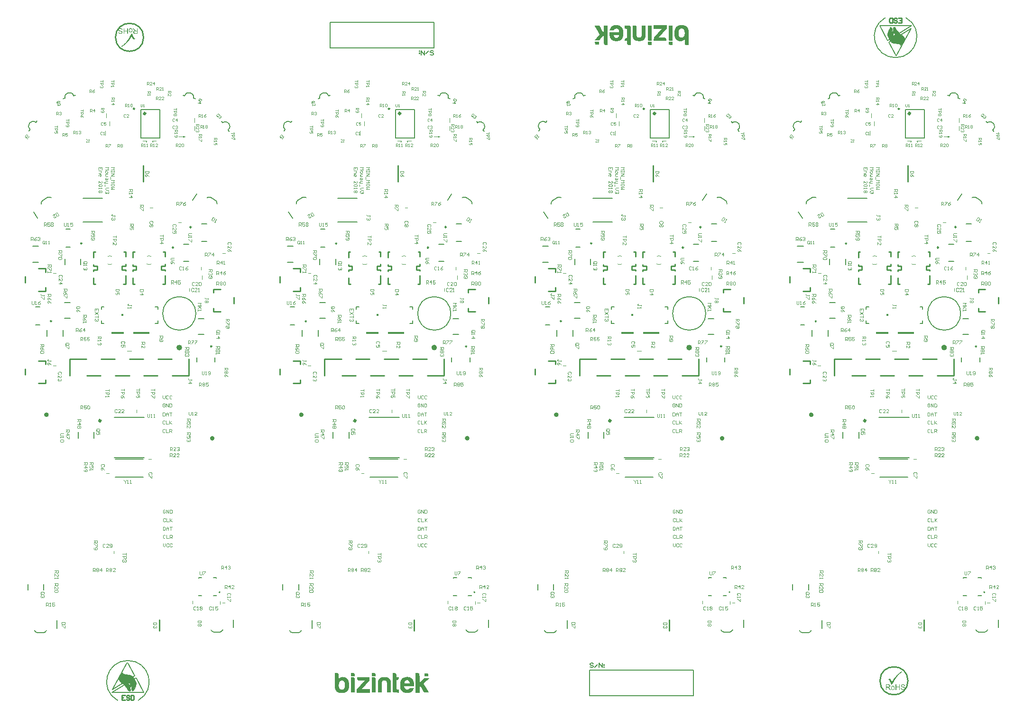
<source format=gto>
G04*
G04 #@! TF.GenerationSoftware,Altium Limited,Altium Designer,18.0.9 (584)*
G04*
G04 Layer_Color=65535*
%FSLAX44Y44*%
%MOMM*%
G71*
G01*
G75*
%ADD10C,0.5000*%
%ADD44C,0.2000*%
%ADD45C,0.2540*%
%ADD47C,0.2500*%
%ADD78C,0.0100*%
%ADD79C,0.1270*%
%ADD80C,0.1000*%
%ADD81C,0.1998*%
%ADD82C,0.4000*%
%ADD83R,2.9500X0.3845*%
%ADD84R,2.3250X0.3845*%
%ADD85R,0.3500X0.3250*%
%ADD86R,0.3500X0.3250*%
%ADD87C,0.1500*%
G36*
X302381Y68278D02*
X302992Y67896D01*
X302993Y67896D01*
X302994Y67896D01*
X303006Y67891D01*
X303018Y67862D01*
X303041Y67759D01*
X304049Y65944D01*
X304049Y65944D01*
X304069Y65936D01*
X304428Y65649D01*
X308052Y64643D01*
X315034Y63791D01*
X315034Y63793D01*
X315035Y63793D01*
D01*
X315044Y63789D01*
X319222Y62499D01*
X319222Y62499D01*
X319247Y62489D01*
X319248Y62486D01*
D01*
X319248Y62486D01*
X319246Y62483D01*
X319248Y62486D01*
X319249Y62485D01*
X319246Y62483D01*
X321030Y60476D01*
X321031Y60475D01*
X321033Y60477D01*
X321035Y60473D01*
X321034D01*
X321034Y60474D01*
X321033Y60473D01*
X321034Y60473D01*
X321035Y60473D01*
X322533Y58473D01*
X322534Y58474D01*
X322534Y58473D01*
D01*
X322537Y58468D01*
X324036Y55968D01*
X324037Y55968D01*
X324039Y55963D01*
X325539Y52713D01*
X326948Y49894D01*
X326948Y49894D01*
X326958Y49870D01*
X326956Y49865D01*
X326956Y49865D01*
Y49865D01*
X326956Y49865D01*
X326958Y49860D01*
X326954Y47440D01*
X326958D01*
X326951Y47424D01*
X324401Y39304D01*
X324402Y39304D01*
X324391Y39279D01*
X324379Y39274D01*
X323190Y38543D01*
Y37742D01*
X323195D01*
X323181Y37709D01*
X322389Y35918D01*
X322389D01*
X322381Y35899D01*
X322421Y35859D01*
X321940Y35660D01*
X321950Y35685D01*
X321909Y35688D01*
X321912Y35648D01*
X321940Y35660D01*
X321734Y35163D01*
X321157Y34924D01*
Y34939D01*
X320715Y35122D01*
X320745Y35152D01*
X320745Y35154D01*
X319202Y36802D01*
X319159Y36759D01*
X319159Y36760D01*
X318926Y37322D01*
X318886Y40438D01*
X318883Y40438D01*
X318882Y40440D01*
X318887Y40453D01*
X320186Y45745D01*
X320101Y47703D01*
X318894Y43432D01*
X318944Y43432D01*
X318740Y42940D01*
X318249Y42736D01*
X317255Y42488D01*
X317256Y42488D01*
X317240Y42482D01*
Y42442D01*
X316829Y42612D01*
X316857Y42640D01*
X316852Y42653D01*
X315894Y44212D01*
X315894Y44212D01*
X315882Y44240D01*
X315886Y44251D01*
X316586Y47546D01*
Y50988D01*
X316583Y50946D01*
X316106Y51143D01*
X313410Y47939D01*
X315195Y45684D01*
X315197Y45685D01*
X315211Y45650D01*
X315202Y45627D01*
X316490Y41959D01*
X316491D01*
X316491Y41957D01*
X316491Y41957D01*
X316493Y41953D01*
X316592Y41553D01*
X316593Y41553D01*
X316598Y41540D01*
X316594Y40141D01*
Y40142D01*
X316594Y40143D01*
X316594Y40140D01*
Y40141D01*
X316656Y38842D01*
X316656Y38842D01*
X316681Y38831D01*
X316691Y38807D01*
X316891Y38208D01*
X316891Y38208D01*
X316891Y38207D01*
D01*
X316898Y38190D01*
X316894Y36690D01*
X316958D01*
X316711Y36095D01*
X315649Y35123D01*
X315666Y35106D01*
X315464Y35022D01*
X315478Y35020D01*
X315199Y34904D01*
X314589Y34936D01*
Y34895D01*
X313768Y35058D01*
X313073Y35523D01*
X313099Y35549D01*
X313082Y35590D01*
X313082Y35591D01*
X310895Y39661D01*
X309302Y41751D01*
X308959Y41996D01*
X308958Y41995D01*
X308949Y41999D01*
X308943Y42013D01*
X308431Y42909D01*
X307148Y44070D01*
X307146Y44068D01*
X307143Y44069D01*
X307133Y44093D01*
X306893Y44811D01*
X303911Y47693D01*
X302522Y48189D01*
X302522Y48189D01*
X302499Y48199D01*
X302498Y48202D01*
D01*
X302498Y48202D01*
X302500Y48205D01*
X302498Y48202D01*
X302497Y48203D01*
X302500Y48205D01*
X301705Y49098D01*
X299986Y50152D01*
X299986Y50151D01*
X299973Y50157D01*
X299964Y50178D01*
X299964Y50178D01*
X299962Y50177D01*
X299961Y50179D01*
X296126Y55101D01*
X295491Y55433D01*
X295491Y55433D01*
X295491Y55433D01*
X295491Y55433D01*
X295480Y55438D01*
X295490Y55434D01*
X295491Y55433D01*
X295491Y55434D01*
X295490Y55434D01*
X295490Y55434D01*
X295490Y55434D01*
X295479Y55442D01*
X295490Y55434D01*
X295476Y55440D01*
X295478Y55443D01*
X295475Y55440D01*
X295475Y55440D01*
X295475Y55440D01*
X295478Y55443D01*
X295166Y55749D01*
X295166Y55750D01*
X295163Y55747D01*
X295162Y55747D01*
X295145Y55788D01*
X295156Y55815D01*
X302301Y68254D01*
X302300Y68254D01*
X302306Y68268D01*
X302310Y68270D01*
X302310Y68270D01*
X302310Y68270D01*
X302310Y68270D01*
X302311Y68273D01*
X302352Y68291D01*
X302381Y68278D01*
D02*
G37*
G36*
X751319Y66897D02*
X751722Y66892D01*
X752126Y66884D01*
X752327Y66878D01*
X752427Y66876D01*
X752625Y66861D01*
X752823Y66838D01*
X753019Y66805D01*
X753117Y66784D01*
X753187Y66769D01*
X753325Y66727D01*
X753459Y66673D01*
X753588Y66608D01*
X753649Y66571D01*
Y66571D01*
X753719Y66527D01*
X753854Y66433D01*
X753983Y66331D01*
X754106Y66222D01*
X754164Y66164D01*
X754218Y66109D01*
X754321Y65995D01*
X754418Y65876D01*
X754510Y65752D01*
X754552Y65688D01*
Y65688D01*
X754588Y65633D01*
X754652Y65517D01*
X754707Y65397D01*
X754751Y65272D01*
X754769Y65209D01*
X754790Y65129D01*
X754825Y64969D01*
X754851Y64807D01*
X754868Y64643D01*
X754872Y64561D01*
X754879Y64424D01*
X754890Y64150D01*
X754896Y63875D01*
X754900Y63601D01*
Y63464D01*
X754900D01*
Y61500D01*
X748000D01*
Y66900D01*
X750714Y66900D01*
X750915Y66900D01*
X751319Y66897D01*
D02*
G37*
G36*
X713819D02*
X714222Y66892D01*
X714626Y66884D01*
X714827Y66878D01*
X714927Y66876D01*
X715125Y66861D01*
X715323Y66838D01*
X715519Y66805D01*
X715617Y66784D01*
X715687Y66769D01*
X715825Y66727D01*
X715959Y66673D01*
X716088Y66608D01*
X716149Y66571D01*
Y66571D01*
X716219Y66527D01*
X716354Y66433D01*
X716483Y66331D01*
X716606Y66222D01*
X716664Y66164D01*
X716718Y66109D01*
X716821Y65995D01*
X716918Y65876D01*
X717010Y65752D01*
X717052Y65688D01*
X717052Y65688D01*
X717088Y65633D01*
X717152Y65517D01*
X717207Y65397D01*
X717251Y65272D01*
X717269Y65209D01*
X717290Y65129D01*
X717325Y64969D01*
X717351Y64807D01*
X717368Y64643D01*
X717372Y64561D01*
X717379Y64424D01*
X717390Y64150D01*
X717396Y63875D01*
X717400Y63601D01*
Y63464D01*
X717400D01*
Y61500D01*
X710500D01*
Y66900D01*
X713214Y66900D01*
X713415Y66900D01*
X713819Y66897D01*
D02*
G37*
G36*
X684902Y66898D02*
X685152Y66895D01*
X685403Y66890D01*
X685528Y66886D01*
X685528Y66886D01*
X685644Y66883D01*
X685875Y66875D01*
X686106Y66865D01*
X686336Y66852D01*
X686452Y66845D01*
X686548Y66839D01*
X686741Y66826D01*
X686933Y66811D01*
X687125Y66795D01*
X687221Y66787D01*
X687262Y66783D01*
X687342Y66770D01*
X687421Y66752D01*
X687499Y66728D01*
X687536Y66714D01*
X687640Y66674D01*
X687831Y66563D01*
X688001Y66422D01*
X688147Y66256D01*
X688205Y66162D01*
X688278Y66045D01*
X688403Y65800D01*
X688507Y65546D01*
X688590Y65283D01*
X688620Y65149D01*
X688620Y65149D01*
X688666Y64941D01*
X688740Y64522D01*
X688795Y64100D01*
X688832Y63676D01*
X688841Y63463D01*
Y63463D01*
X688856Y63106D01*
X688878Y62392D01*
X688893Y61677D01*
X688900Y60962D01*
Y60605D01*
X688900D01*
Y56379D01*
X689820Y57428D01*
X689959Y57585D01*
X690253Y57883D01*
X690565Y58163D01*
X690892Y58424D01*
X691064Y58545D01*
X691238Y58668D01*
X691601Y58895D01*
X691976Y59101D01*
X692362Y59287D01*
X692560Y59369D01*
X692560D01*
X692767Y59454D01*
X693188Y59603D01*
X693617Y59730D01*
X694053Y59834D01*
X694273Y59874D01*
Y59874D01*
X694505Y59917D01*
X694974Y59982D01*
X695445Y60026D01*
X695918Y60049D01*
X696155Y60050D01*
X696606Y60051D01*
X697506Y60001D01*
X698402Y59896D01*
X699289Y59737D01*
X699728Y59631D01*
X699728Y59631D01*
X700112Y59538D01*
X700861Y59285D01*
X701585Y58965D01*
X702277Y58583D01*
X702605Y58361D01*
X702605Y58361D01*
X702925Y58145D01*
X703522Y57656D01*
X704072Y57114D01*
X704569Y56523D01*
X704790Y56206D01*
X705032Y55857D01*
X705469Y55126D01*
X705854Y54367D01*
X706185Y53584D01*
X706324Y53182D01*
X706419Y52903D01*
X706590Y52340D01*
X706740Y51770D01*
X706868Y51195D01*
X706921Y50905D01*
X706921Y50905D01*
X706983Y50567D01*
X707092Y49887D01*
X707184Y49204D01*
X707261Y48520D01*
X707291Y48177D01*
X707322Y47824D01*
X707368Y47116D01*
X707398Y46406D01*
X707411Y45697D01*
X707409Y45342D01*
X707409D01*
X707408Y45015D01*
X707386Y44362D01*
X707344Y43709D01*
X707284Y43058D01*
X707244Y42734D01*
X707205Y42419D01*
X707114Y41791D01*
X707009Y41166D01*
X706891Y40543D01*
X706825Y40232D01*
X706771Y39979D01*
X706643Y39477D01*
X706496Y38981D01*
X706328Y38491D01*
X706235Y38250D01*
Y38250D01*
X706152Y38034D01*
X705965Y37610D01*
X705759Y37196D01*
X705534Y36792D01*
X705413Y36595D01*
X705290Y36396D01*
X705026Y36009D01*
X704746Y35635D01*
X704449Y35273D01*
X704293Y35100D01*
X704082Y34865D01*
X703635Y34421D01*
X703163Y34002D01*
X702669Y33611D01*
X702411Y33430D01*
Y33430D01*
X702166Y33258D01*
X701654Y32946D01*
X701123Y32669D01*
X700575Y32427D01*
X700294Y32324D01*
X700294Y32324D01*
X699983Y32211D01*
X699347Y32019D01*
X698702Y31864D01*
X698050Y31746D01*
X697720Y31706D01*
X697720Y31706D01*
X697312Y31656D01*
X696493Y31580D01*
X695672Y31530D01*
X694849Y31504D01*
X694438Y31504D01*
Y31504D01*
X693878Y31503D01*
X692759Y31555D01*
X691644Y31661D01*
X690535Y31820D01*
X689985Y31927D01*
X689537Y32013D01*
X688660Y32264D01*
X687808Y32591D01*
X686988Y32992D01*
X686598Y33228D01*
X686242Y33442D01*
X685578Y33941D01*
X684968Y34505D01*
X684417Y35127D01*
X684175Y35464D01*
X683914Y35828D01*
X683452Y36595D01*
X683054Y37396D01*
X682721Y38228D01*
X682589Y38655D01*
X682589D01*
X682530Y38846D01*
X682430Y39232D01*
X682346Y39622D01*
X682280Y40016D01*
X682255Y40214D01*
X682224Y40469D01*
X682172Y40982D01*
X682130Y41496D01*
X682099Y42010D01*
X682089Y42268D01*
Y42268D01*
X682072Y42700D01*
X682046Y43563D01*
X682028Y44427D01*
X682017Y45291D01*
X682015Y45723D01*
X682011Y46724D01*
X682006Y48727D01*
X682002Y50729D01*
X682000Y52731D01*
X682000Y53732D01*
Y66900D01*
X684526Y66900D01*
X684651Y66900D01*
X684902Y66898D01*
D02*
G37*
G36*
X787375Y66893D02*
X787375Y66893D01*
Y66893D01*
X787375D01*
D01*
X787531Y66893D01*
X787843Y66889D01*
X788156Y66882D01*
X788468Y66872D01*
X788624Y66865D01*
X788728Y66861D01*
X788938Y66845D01*
X789147Y66823D01*
X789355Y66795D01*
X789458Y66777D01*
X789534Y66765D01*
X789683Y66732D01*
X789831Y66693D01*
X789977Y66646D01*
X790049Y66620D01*
X790109Y66597D01*
X790225Y66543D01*
X790335Y66480D01*
X790440Y66408D01*
X790490Y66368D01*
X790490D01*
X790583Y66293D01*
X790760Y66129D01*
X790925Y65953D01*
X791077Y65767D01*
X791147Y65668D01*
X791212Y65576D01*
X791328Y65381D01*
X791427Y65178D01*
X791509Y64967D01*
X791542Y64858D01*
X791582Y64721D01*
X791649Y64443D01*
X791699Y64162D01*
X791733Y63878D01*
X791743Y63735D01*
X791743Y63735D01*
X791757Y63515D01*
X791778Y63074D01*
X791793Y62632D01*
X791800Y62191D01*
Y61970D01*
Y59400D01*
X796000D01*
Y58185D01*
X796000D01*
Y57990D01*
X795967Y57602D01*
X795900Y57219D01*
X795801Y56842D01*
X795736Y56659D01*
X795674Y56485D01*
X795516Y56152D01*
X795325Y55836D01*
X795103Y55542D01*
X794978Y55406D01*
X794856Y55275D01*
X794588Y55039D01*
X794295Y54833D01*
X793983Y54659D01*
X793819Y54589D01*
X793819D01*
X793652Y54517D01*
X793306Y54409D01*
X792951Y54337D01*
X792591Y54300D01*
X792410D01*
X792352Y54296D01*
X792242Y54261D01*
X792147Y54196D01*
X792076Y54105D01*
X792052Y54053D01*
X792052Y54053D01*
X792019Y53961D01*
X791963Y53773D01*
X791920Y53583D01*
X791891Y53389D01*
X791881Y53292D01*
X791865Y53087D01*
X791840Y52676D01*
X791823Y52265D01*
X791813Y51854D01*
X791811Y51649D01*
X791809Y51032D01*
X791804Y49799D01*
X791802Y48566D01*
X791800Y47333D01*
X791800Y46717D01*
X791801Y45969D01*
X791806Y44473D01*
X791816Y42977D01*
X791832Y41481D01*
X791842Y40733D01*
X791842Y40733D01*
X791849Y40499D01*
X791886Y40034D01*
X791955Y39573D01*
X792054Y39117D01*
X792114Y38892D01*
X792114Y38892D01*
X792161Y38759D01*
X792299Y38512D01*
X792490Y38303D01*
X792723Y38143D01*
X792852Y38084D01*
Y38084D01*
X793034Y38018D01*
X793407Y37912D01*
X793787Y37840D01*
X794173Y37805D01*
X794367Y37800D01*
X796000D01*
Y32023D01*
X791875Y32159D01*
Y32159D01*
X791619Y32168D01*
X791108Y32188D01*
X790598Y32210D01*
X790087Y32236D01*
X789832Y32250D01*
X789832Y32250D01*
X789658Y32260D01*
X789310Y32286D01*
X788962Y32317D01*
X788616Y32355D01*
X788443Y32377D01*
X788319Y32393D01*
X788072Y32430D01*
X787826Y32474D01*
X787581Y32524D01*
X787459Y32552D01*
X787371Y32572D01*
X787197Y32624D01*
X787026Y32687D01*
X786861Y32761D01*
X786780Y32803D01*
X786602Y32896D01*
X786278Y33133D01*
X785993Y33416D01*
X785754Y33739D01*
X785659Y33916D01*
X785659D01*
X785550Y34121D01*
X785372Y34551D01*
X785236Y34997D01*
X785144Y35453D01*
X785120Y35684D01*
X785074Y36127D01*
X785005Y37014D01*
X784957Y37902D01*
X784930Y38791D01*
X784928Y39236D01*
X784921Y40704D01*
X784911Y43642D01*
X784903Y46579D01*
X784900Y49516D01*
Y50985D01*
Y66900D01*
X787375Y66893D01*
D02*
G37*
G36*
X844675Y66590D02*
X844823Y66590D01*
X845118Y66586D01*
X845414Y66579D01*
X845709Y66569D01*
X845856Y66562D01*
X845856D01*
X845979Y66557D01*
X846223Y66542D01*
X846466Y66523D01*
X846709Y66499D01*
X846831Y66485D01*
X846831D01*
X846925Y66474D01*
X847112Y66449D01*
X847299Y66420D01*
X847486Y66389D01*
X847579Y66371D01*
X847626Y66362D01*
X847718Y66333D01*
X847805Y66294D01*
X847888Y66245D01*
X847926Y66216D01*
X847926D01*
X847926Y66215D01*
X848003Y66157D01*
X848147Y66027D01*
X848280Y65888D01*
X848403Y65739D01*
X848459Y65659D01*
Y65659D01*
X848516Y65578D01*
X848620Y65406D01*
X848711Y65228D01*
X848790Y65045D01*
X848823Y64950D01*
X848823Y64950D01*
X848862Y64840D01*
X848927Y64615D01*
X848980Y64386D01*
X849019Y64155D01*
X849033Y64039D01*
X849033Y64039D01*
X849050Y63894D01*
X849075Y63602D01*
X849092Y63309D01*
X849100Y63016D01*
Y62870D01*
Y61200D01*
X841900D01*
Y66600D01*
X844675Y66590D01*
D02*
G37*
G36*
X811588Y60093D02*
X812058Y60060D01*
X812534Y60026D01*
X813481Y59908D01*
X814420Y59741D01*
X815349Y59524D01*
X815807Y59391D01*
X816220Y59272D01*
X817022Y58958D01*
X817792Y58572D01*
X818524Y58118D01*
X818867Y57859D01*
X819207Y57603D01*
X819834Y57029D01*
X820404Y56398D01*
X820911Y55717D01*
X821132Y55354D01*
X821382Y54942D01*
X821815Y54082D01*
X822178Y53189D01*
X822469Y52271D01*
X822578Y51802D01*
X822578D01*
X822578Y51802D01*
X822661Y51443D01*
X822807Y50722D01*
X822933Y49996D01*
X823038Y49268D01*
X823081Y48902D01*
X823081Y48900D01*
Y48902D01*
X823081Y48902D01*
X823081Y48902D01*
Y48902D01*
X823105Y48687D01*
X823148Y48256D01*
X823184Y47824D01*
X823212Y47392D01*
X823223Y47175D01*
X823389Y43800D01*
X805900D01*
Y42814D01*
X805903Y42671D01*
X805926Y42387D01*
X805971Y42105D01*
X806039Y41828D01*
X806081Y41692D01*
X806138Y41528D01*
X806262Y41204D01*
X806401Y40885D01*
X806554Y40574D01*
X806635Y40420D01*
X806721Y40268D01*
X806902Y39969D01*
X807096Y39679D01*
X807303Y39397D01*
X807411Y39260D01*
X807411Y39260D01*
X807505Y39148D01*
X807704Y38936D01*
X807920Y38740D01*
X808149Y38560D01*
X808269Y38477D01*
X808335Y38435D01*
X808468Y38354D01*
X808604Y38278D01*
X808743Y38207D01*
X808813Y38174D01*
X808883Y38143D01*
X809025Y38084D01*
X809169Y38032D01*
X809316Y37985D01*
X809389Y37964D01*
X809467Y37943D01*
X809623Y37906D01*
X809781Y37875D01*
X809940Y37851D01*
X810020Y37841D01*
X810107Y37831D01*
X810284Y37816D01*
X810460Y37806D01*
X810637Y37801D01*
X810725Y37800D01*
X810878Y37801D01*
X811184Y37811D01*
X811489Y37830D01*
X811794Y37858D01*
X811945Y37876D01*
X812067Y37893D01*
X812310Y37938D01*
X812549Y37998D01*
X812784Y38071D01*
X812900Y38113D01*
X813023Y38161D01*
X813265Y38268D01*
X813502Y38386D01*
X813731Y38518D01*
X813843Y38588D01*
X813997Y38688D01*
X814303Y38893D01*
X814604Y39105D01*
X814902Y39322D01*
X815048Y39433D01*
X816446Y40500D01*
X822998D01*
X822428Y39002D01*
X822428D01*
X822314Y38700D01*
X822065Y38104D01*
X821798Y37517D01*
X821513Y36938D01*
X821361Y36653D01*
X821237Y36419D01*
X820962Y35967D01*
X820661Y35531D01*
X820336Y35112D01*
X820162Y34912D01*
X819996Y34722D01*
X819642Y34362D01*
X819267Y34025D01*
X818872Y33711D01*
X818665Y33566D01*
X818432Y33403D01*
X817953Y33097D01*
X817461Y32812D01*
X816957Y32548D01*
X816700Y32427D01*
X816569Y32365D01*
X816302Y32249D01*
X816033Y32140D01*
X815761Y32039D01*
X815623Y31992D01*
X815623Y31992D01*
X815508Y31953D01*
X815275Y31886D01*
X815038Y31830D01*
X814799Y31786D01*
X814679Y31770D01*
X814523Y31749D01*
X814211Y31715D01*
X813898Y31691D01*
X813584Y31676D01*
X813427Y31673D01*
X813123Y31667D01*
X812514Y31659D01*
X811906Y31653D01*
X811297Y31650D01*
X810993Y31650D01*
X810669D01*
X810020Y31653D01*
X809372Y31659D01*
X808724Y31667D01*
X808399Y31673D01*
X808399Y31673D01*
X808250Y31676D01*
X807951Y31692D01*
X807653Y31719D01*
X807356Y31756D01*
X807208Y31780D01*
X807086Y31800D01*
X806844Y31853D01*
X806605Y31920D01*
X806370Y32000D01*
X806255Y32046D01*
X806087Y32113D01*
X805755Y32254D01*
X805426Y32401D01*
X805099Y32555D01*
X804938Y32634D01*
X804938Y32634D01*
X804510Y32845D01*
X803695Y33339D01*
X802926Y33902D01*
X802209Y34531D01*
X801879Y34875D01*
X801549Y35220D01*
X800952Y35964D01*
X800422Y36757D01*
X799963Y37593D01*
X799771Y38029D01*
X799555Y38520D01*
X799197Y39531D01*
X798916Y40565D01*
X798712Y41618D01*
X798649Y42151D01*
X798649Y42151D01*
X798575Y42785D01*
X798482Y44059D01*
X798446Y45335D01*
X798466Y46613D01*
X798505Y47250D01*
X798505D01*
Y47250D01*
X798519Y47489D01*
X798556Y47966D01*
X798600Y48442D01*
X798652Y48918D01*
X798683Y49155D01*
X798685Y49155D01*
D01*
X798707Y49335D01*
X798757Y49694D01*
X798811Y50052D01*
X798869Y50410D01*
X798900Y50588D01*
X798963Y50944D01*
X799122Y51651D01*
X799312Y52349D01*
X799534Y53038D01*
X799660Y53377D01*
X799660Y53377D01*
X799770Y53673D01*
X800021Y54252D01*
X800303Y54817D01*
X800613Y55366D01*
X800783Y55632D01*
Y55632D01*
X800937Y55874D01*
X801279Y56334D01*
X801652Y56769D01*
X802055Y57176D01*
X802270Y57365D01*
X802563Y57622D01*
X803190Y58085D01*
X803853Y58494D01*
X804549Y58845D01*
X804910Y58990D01*
X804910D01*
X805318Y59155D01*
X806152Y59435D01*
X807001Y59666D01*
X807862Y59847D01*
X808297Y59913D01*
Y59913D01*
X808764Y59982D01*
X809703Y60071D01*
X810645Y60108D01*
X811588Y60093D01*
D02*
G37*
G36*
X770525Y59916D02*
X770950Y59906D01*
X771219Y59899D01*
X771756Y59883D01*
X772293Y59864D01*
X772830Y59841D01*
X773099Y59828D01*
X773264Y59820D01*
X773596Y59796D01*
X773926Y59765D01*
X774256Y59725D01*
X774420Y59702D01*
X774547Y59683D01*
X774800Y59638D01*
X775051Y59584D01*
X775300Y59520D01*
X775424Y59484D01*
X775551Y59447D01*
X775802Y59364D01*
X776051Y59274D01*
X776297Y59175D01*
X776418Y59122D01*
X776598Y59043D01*
X776948Y58865D01*
X777288Y58668D01*
X777617Y58452D01*
X777775Y58336D01*
X777775Y58336D01*
X777952Y58205D01*
X778294Y57931D01*
X778626Y57643D01*
X778946Y57342D01*
X779100Y57185D01*
X779257Y57025D01*
X779559Y56692D01*
X779848Y56348D01*
X780123Y55993D01*
X780254Y55810D01*
Y55810D01*
X780377Y55639D01*
X780606Y55284D01*
X780818Y54919D01*
X781013Y54544D01*
X781102Y54353D01*
X781166Y54213D01*
X781278Y53926D01*
X781373Y53633D01*
X781449Y53335D01*
X781478Y53184D01*
X781514Y52996D01*
X781575Y52618D01*
X781623Y52239D01*
X781659Y51858D01*
X781671Y51667D01*
X781691Y51341D01*
X781724Y50689D01*
X781749Y50036D01*
X781766Y49383D01*
X781770Y49057D01*
Y49057D01*
X781781Y48240D01*
X781801Y46607D01*
X781819Y44974D01*
X781835Y43341D01*
X781843Y42525D01*
X781935Y32100D01*
X779200D01*
X778832Y32103D01*
X778465Y32109D01*
X778097Y32118D01*
X777913Y32124D01*
X777913D01*
X777813Y32127D01*
X777613Y32143D01*
X777415Y32167D01*
X777217Y32200D01*
X777119Y32221D01*
Y32221D01*
X777045Y32237D01*
X776900Y32279D01*
X776758Y32332D01*
X776620Y32396D01*
X776554Y32432D01*
X776554D01*
Y32432D01*
X776479Y32474D01*
X776333Y32565D01*
X776192Y32662D01*
X776057Y32768D01*
X775992Y32823D01*
X775150Y33547D01*
X775000Y42198D01*
X774986Y42980D01*
X774953Y44544D01*
X774915Y46108D01*
X774871Y47671D01*
X774847Y48453D01*
Y48453D01*
X774834Y48766D01*
X774790Y49392D01*
X774722Y50015D01*
X774629Y50636D01*
X774574Y50944D01*
Y50944D01*
X774574D01*
X774534Y51127D01*
X774426Y51483D01*
X774280Y51826D01*
X774097Y52151D01*
X773993Y52306D01*
X773884Y52450D01*
X773640Y52717D01*
X773367Y52954D01*
X773068Y53157D01*
X772910Y53245D01*
X772785Y53306D01*
X772529Y53412D01*
X772264Y53496D01*
X771993Y53558D01*
X771856Y53580D01*
X771669Y53604D01*
X771293Y53643D01*
X770916Y53670D01*
X770539Y53682D01*
X770350Y53684D01*
X770161Y53682D01*
X769784Y53670D01*
X769407Y53643D01*
X769031Y53604D01*
X768844Y53580D01*
X768707Y53558D01*
X768436Y53496D01*
X768171Y53412D01*
X767915Y53306D01*
X767790Y53245D01*
X767790D01*
X767629Y53155D01*
X767325Y52948D01*
X767048Y52705D01*
X766803Y52431D01*
X766694Y52283D01*
Y52283D01*
X766589Y52123D01*
X766406Y51788D01*
X766262Y51434D01*
X766156Y51068D01*
X766118Y50880D01*
X766066Y50558D01*
X765978Y49910D01*
X765915Y49259D01*
X765876Y48606D01*
X765866Y48280D01*
X765866D01*
X765848Y47429D01*
X765815Y45728D01*
X765787Y44027D01*
X765765Y42326D01*
X765756Y41475D01*
Y41475D01*
X765661Y32100D01*
X758800D01*
Y41818D01*
Y42553D01*
X758802Y44023D01*
X758806Y45493D01*
X758813Y46963D01*
X758817Y47698D01*
X758819Y48032D01*
X758830Y48698D01*
X758850Y49365D01*
X758878Y50031D01*
X758895Y50364D01*
Y50364D01*
X758907Y50577D01*
X758941Y51002D01*
X758986Y51427D01*
X759042Y51849D01*
X759076Y52060D01*
X759106Y52251D01*
X759181Y52630D01*
X759268Y53006D01*
X759369Y53380D01*
X759426Y53564D01*
X759469Y53704D01*
X759562Y53982D01*
X759660Y54258D01*
X759764Y54532D01*
X759819Y54667D01*
X759863Y54776D01*
X759960Y54989D01*
X760065Y55199D01*
X760179Y55403D01*
X760240Y55503D01*
X760302Y55605D01*
X760435Y55803D01*
X760575Y55996D01*
X760723Y56183D01*
X760800Y56273D01*
X760900Y56389D01*
X761104Y56618D01*
X761312Y56842D01*
X761524Y57063D01*
X761632Y57171D01*
Y57171D01*
X761632Y57171D01*
X761834Y57373D01*
X762257Y57755D01*
X762700Y58114D01*
X763160Y58450D01*
X763399Y58606D01*
Y58606D01*
X763610Y58745D01*
X764053Y58990D01*
X764513Y59202D01*
X764987Y59380D01*
X765230Y59452D01*
X765230D01*
X765514Y59535D01*
X766089Y59668D01*
X766671Y59769D01*
X767258Y59836D01*
X767553Y59852D01*
X767553Y59852D01*
X767977Y59876D01*
X768826Y59906D01*
X769676Y59920D01*
X770525Y59916D01*
D02*
G37*
G36*
X295476Y55440D02*
X295480Y55438D01*
X295475Y55440D01*
D01*
X295476Y55440D01*
D02*
G37*
G36*
X829138Y66925D02*
X829422Y66919D01*
X829707Y66909D01*
X829849Y66902D01*
X829849Y66902D01*
X829958Y66897D01*
X830177Y66881D01*
X830395Y66860D01*
X830612Y66833D01*
X830720Y66817D01*
X830804Y66804D01*
X830970Y66774D01*
X831136Y66737D01*
X831300Y66696D01*
X831381Y66672D01*
Y66672D01*
X831443Y66654D01*
X831565Y66609D01*
X831683Y66555D01*
X831797Y66492D01*
X831851Y66456D01*
Y66456D01*
X831889Y66431D01*
X831965Y66378D01*
X832038Y66324D01*
X832110Y66267D01*
X832146Y66238D01*
X832183Y66206D01*
X832257Y66142D01*
X832329Y66076D01*
X832399Y66008D01*
X832434Y65973D01*
X832434D01*
X832466Y65940D01*
X832528Y65874D01*
X832589Y65807D01*
X832647Y65738D01*
X832676Y65703D01*
X832698Y65676D01*
X832739Y65620D01*
X832776Y65561D01*
X832810Y65501D01*
X832826Y65470D01*
Y65470D01*
X832849Y65422D01*
X832887Y65322D01*
X832914Y65219D01*
X832930Y65114D01*
X832933Y65060D01*
X832933Y65060D01*
X832933Y65060D01*
X832949Y64775D01*
X832979Y64205D01*
X833008Y63634D01*
X833036Y63064D01*
X833049Y62779D01*
X833049Y62777D01*
X833049Y62778D01*
X833065Y62445D01*
X833094Y61779D01*
X833120Y61112D01*
X833143Y60446D01*
X833153Y60112D01*
Y60112D01*
Y60112D01*
Y60112D01*
X833153Y60112D01*
X833153D01*
X833165Y59728D01*
X833186Y58962D01*
X833205Y58196D01*
X833222Y57429D01*
X833229Y57046D01*
X833229Y57046D01*
Y57046D01*
Y57046D01*
Y57046D01*
X833229Y57046D01*
Y57045D01*
X833229Y57045D01*
X833378Y49174D01*
X837250Y53651D01*
X841150Y58162D01*
X845609Y58181D01*
X850069Y58200D01*
X846059Y53972D01*
X845861Y53762D01*
X845463Y53342D01*
X845067Y52922D01*
X844671Y52500D01*
X844474Y52290D01*
X844292Y52096D01*
X843929Y51707D01*
X843567Y51318D01*
X843206Y50928D01*
X843025Y50732D01*
X842874Y50569D01*
X842573Y50241D01*
X842271Y49913D01*
X841971Y49584D01*
X841820Y49419D01*
X841761Y49354D01*
X841644Y49221D01*
X841529Y49087D01*
X841417Y48951D01*
X841361Y48882D01*
X841361Y48882D01*
X841361D01*
Y48882D01*
D01*
X840672Y48020D01*
X845230Y40285D01*
X845449Y39912D01*
X845888Y39167D01*
X846327Y38422D01*
X846766Y37676D01*
X846986Y37304D01*
X846986Y37304D01*
X846986Y37304D01*
X847173Y36985D01*
X847548Y36348D01*
X847923Y35712D01*
X848298Y35075D01*
X848485Y34756D01*
X848651Y34474D01*
X848982Y33911D01*
X849313Y33347D01*
X849645Y32784D01*
X849810Y32502D01*
X850212Y32100D01*
X841391D01*
X838871Y36792D01*
X838678Y37148D01*
X838289Y37858D01*
X837894Y38565D01*
X837494Y39269D01*
X837291Y39620D01*
X837291D01*
X837143Y39872D01*
X836839Y40373D01*
X836524Y40867D01*
X836199Y41354D01*
X836032Y41595D01*
X835912Y41764D01*
X835667Y42099D01*
X835415Y42428D01*
X835154Y42751D01*
X835021Y42910D01*
X834897Y43029D01*
X834589Y43177D01*
X834247Y43186D01*
X833932Y43053D01*
X833829Y42964D01*
Y42942D01*
Y42940D01*
X833828Y42937D01*
X833828Y42934D01*
X833827Y42932D01*
X833826Y42930D01*
X833748Y42742D01*
X833604Y42361D01*
X833476Y41974D01*
X833366Y41581D01*
X833317Y41384D01*
Y41384D01*
X833303Y41201D01*
X833279Y40837D01*
X833261Y40472D01*
X833250Y40107D01*
X833246Y39924D01*
X833246D01*
X833242Y39581D01*
X833236Y38895D01*
X833231Y38208D01*
X833229Y37522D01*
X833229Y37178D01*
Y32100D01*
Y32094D01*
X833224Y32084D01*
X833216Y32076D01*
X833206Y32071D01*
X826294D01*
X826284Y32076D01*
X826276Y32084D01*
X826271Y32094D01*
Y32100D01*
Y66900D01*
Y66906D01*
X826276Y66916D01*
X826284Y66924D01*
X826294Y66929D01*
X828853D01*
X829138Y66925D01*
D02*
G37*
G36*
X750667Y59400D02*
X750845D01*
X751201Y59397D01*
X751557Y59391D01*
X751913Y59382D01*
X752091Y59376D01*
X752091Y59376D01*
X752199Y59373D01*
X752416Y59358D01*
X752632Y59336D01*
X752847Y59307D01*
X752954Y59289D01*
X753031Y59276D01*
X753183Y59241D01*
X753333Y59198D01*
X753480Y59147D01*
X753552Y59117D01*
Y59117D01*
X753618Y59090D01*
X753746Y59026D01*
X753869Y58953D01*
X753986Y58872D01*
X754042Y58827D01*
X754042D01*
X754750Y58253D01*
X754834Y45177D01*
X754918Y32100D01*
X748000D01*
Y59400D01*
X750667Y59400D01*
D02*
G37*
G36*
X713167D02*
X713345D01*
X713701Y59397D01*
X714057Y59391D01*
X714413Y59382D01*
X714591Y59376D01*
X714591Y59376D01*
X714699Y59373D01*
X714916Y59358D01*
X715132Y59336D01*
X715347Y59307D01*
X715454Y59289D01*
X715531Y59276D01*
X715683Y59241D01*
X715833Y59198D01*
X715980Y59147D01*
X716052Y59117D01*
Y59117D01*
X716118Y59090D01*
X716246Y59026D01*
X716369Y58953D01*
X716486Y58872D01*
X716542Y58827D01*
X716542D01*
X717250Y58253D01*
X717334Y45177D01*
X717418Y32100D01*
X710500D01*
Y59400D01*
X713167Y59400D01*
D02*
G37*
G36*
X744070Y53250D02*
X737080Y45750D01*
X730090Y38250D01*
X737395Y38170D01*
X744700Y38089D01*
Y31800D01*
X720700D01*
Y37476D01*
X735080Y53550D01*
X729285Y53700D01*
X728924Y53709D01*
X728203Y53730D01*
X727481Y53754D01*
X726760Y53780D01*
X726399Y53794D01*
X726177Y53802D01*
X725733Y53826D01*
X725290Y53855D01*
X724846Y53889D01*
X724625Y53910D01*
Y53910D01*
X724479Y53923D01*
X724188Y53955D01*
X723898Y53991D01*
X723608Y54033D01*
X723464Y54056D01*
X723397Y54067D01*
X723267Y54106D01*
X723143Y54162D01*
X723028Y54235D01*
X722975Y54278D01*
X722891Y54348D01*
X722734Y54500D01*
X722587Y54662D01*
X722452Y54835D01*
X722392Y54925D01*
X722326Y55024D01*
X722205Y55228D01*
X722096Y55438D01*
X722000Y55654D01*
X721957Y55765D01*
X721911Y55886D01*
X721832Y56132D01*
X721764Y56383D01*
X721710Y56636D01*
X721690Y56764D01*
X721690Y56764D01*
X721667Y56903D01*
X721634Y57182D01*
X721611Y57463D01*
X721600Y57744D01*
X721600Y57885D01*
Y59400D01*
X744100D01*
X744070Y53250D01*
D02*
G37*
G36*
X1203555Y1223091D02*
X1203555D01*
X1203555Y1223091D01*
Y1223091D01*
D02*
G37*
G36*
X1218876Y1222818D02*
D01*
Y1222818D01*
Y1222818D01*
D02*
G37*
G36*
X1681662Y1220192D02*
X1682357Y1219727D01*
X1682331Y1219701D01*
X1682348Y1219660D01*
X1682348Y1219659D01*
X1684535Y1215589D01*
X1686128Y1213499D01*
X1686471Y1213254D01*
X1686472Y1213255D01*
X1686481Y1213251D01*
X1686487Y1213237D01*
X1686999Y1212341D01*
X1688282Y1211180D01*
X1688284Y1211182D01*
X1688287Y1211181D01*
X1688297Y1211157D01*
X1688537Y1210440D01*
X1691519Y1207557D01*
X1692908Y1207061D01*
X1692908Y1207061D01*
X1692931Y1207051D01*
X1692932Y1207048D01*
D01*
X1692932Y1207048D01*
X1692930Y1207045D01*
X1692932Y1207048D01*
X1692933Y1207047D01*
X1692930Y1207045D01*
X1693725Y1206152D01*
X1695444Y1205098D01*
X1695444Y1205099D01*
X1695457Y1205093D01*
X1695466Y1205072D01*
X1695466Y1205072D01*
X1695468Y1205073D01*
X1695469Y1205071D01*
X1699304Y1200149D01*
X1699939Y1199817D01*
X1699939Y1199817D01*
X1699939Y1199817D01*
X1699939Y1199817D01*
X1699950Y1199812D01*
X1699940Y1199817D01*
X1699939Y1199817D01*
X1699939Y1199817D01*
X1699940Y1199817D01*
X1699940Y1199816D01*
X1699940Y1199816D01*
X1699951Y1199808D01*
X1699940Y1199816D01*
X1699954Y1199810D01*
X1699950Y1199812D01*
X1699955Y1199810D01*
D01*
X1699954Y1199810D01*
X1699952Y1199807D01*
X1699955Y1199810D01*
X1699955Y1199810D01*
X1699955Y1199810D01*
X1699952Y1199807D01*
X1700264Y1199501D01*
X1700264Y1199500D01*
X1700267Y1199503D01*
X1700268Y1199503D01*
X1700285Y1199462D01*
X1700274Y1199435D01*
X1693129Y1186996D01*
X1693130Y1186996D01*
X1693124Y1186982D01*
X1693120Y1186980D01*
X1693120Y1186980D01*
X1693120Y1186980D01*
X1693120Y1186980D01*
X1693119Y1186977D01*
X1693078Y1186960D01*
X1693049Y1186972D01*
X1692437Y1187354D01*
X1692437Y1187354D01*
X1692436Y1187354D01*
X1692424Y1187359D01*
X1692412Y1187388D01*
X1692389Y1187491D01*
X1691380Y1189306D01*
X1691380Y1189306D01*
X1691361Y1189314D01*
X1691002Y1189601D01*
X1687378Y1190607D01*
X1680396Y1191459D01*
X1680396Y1191457D01*
X1680395Y1191457D01*
D01*
X1680385Y1191461D01*
X1676208Y1192751D01*
X1676208Y1192751D01*
X1676183Y1192761D01*
X1676182Y1192764D01*
D01*
X1676182Y1192764D01*
X1676184Y1192767D01*
X1676182Y1192764D01*
X1676181Y1192765D01*
X1676184Y1192767D01*
X1674400Y1194774D01*
X1674399Y1194775D01*
X1674397Y1194773D01*
X1674395Y1194777D01*
X1674396D01*
X1674396Y1194776D01*
X1674397Y1194777D01*
X1674396Y1194777D01*
X1674395Y1194777D01*
X1672897Y1196777D01*
X1672896Y1196776D01*
X1672896Y1196777D01*
D01*
X1672893Y1196782D01*
X1671394Y1199282D01*
X1671393Y1199282D01*
X1671391Y1199287D01*
X1669891Y1202537D01*
X1668482Y1205356D01*
X1668482Y1205356D01*
X1668472Y1205380D01*
X1668474Y1205385D01*
X1668474Y1205385D01*
Y1205385D01*
X1668474Y1205385D01*
X1668472Y1205390D01*
X1668476Y1207810D01*
X1668472D01*
X1668479Y1207826D01*
X1671029Y1215946D01*
X1671028Y1215946D01*
X1671039Y1215971D01*
X1671051Y1215976D01*
X1672240Y1216707D01*
Y1217508D01*
X1672235D01*
X1672249Y1217541D01*
X1673041Y1219332D01*
X1673041D01*
X1673049Y1219351D01*
X1673009Y1219391D01*
X1673490Y1219590D01*
X1673480Y1219565D01*
X1673521Y1219562D01*
X1673518Y1219602D01*
X1673490Y1219590D01*
X1673696Y1220087D01*
X1674273Y1220326D01*
Y1220311D01*
X1674715Y1220128D01*
X1674685Y1220098D01*
X1674685Y1220096D01*
X1676228Y1218448D01*
X1676271Y1218491D01*
X1676271Y1218490D01*
X1676504Y1217928D01*
X1676544Y1214812D01*
X1676547Y1214812D01*
X1676548Y1214810D01*
X1676543Y1214797D01*
X1675244Y1209505D01*
X1675329Y1207547D01*
X1676536Y1211818D01*
X1676486Y1211818D01*
X1676690Y1212310D01*
X1677181Y1212514D01*
X1678174Y1212762D01*
X1678174Y1212762D01*
X1678190Y1212768D01*
Y1212808D01*
X1678601Y1212638D01*
X1678573Y1212610D01*
X1678578Y1212597D01*
X1679536Y1211038D01*
X1679536Y1211039D01*
X1679548Y1211010D01*
X1679543Y1210999D01*
X1678844Y1207704D01*
Y1204262D01*
X1678847Y1204304D01*
X1679324Y1204107D01*
X1682021Y1207311D01*
X1680235Y1209566D01*
X1680233Y1209565D01*
X1680219Y1209600D01*
X1680228Y1209623D01*
X1678940Y1213291D01*
X1678939D01*
X1678939Y1213293D01*
X1678939Y1213293D01*
X1678937Y1213297D01*
X1678838Y1213697D01*
X1678837Y1213697D01*
X1678832Y1213710D01*
X1678836Y1215109D01*
Y1215108D01*
X1678836Y1215107D01*
X1678836Y1215110D01*
Y1215109D01*
X1678774Y1216408D01*
X1678774Y1216408D01*
X1678749Y1216419D01*
X1678739Y1216443D01*
X1678539Y1217042D01*
X1678539Y1217042D01*
X1678539Y1217043D01*
D01*
X1678532Y1217060D01*
X1678536Y1218560D01*
X1678472D01*
X1678719Y1219156D01*
X1679781Y1220127D01*
X1679764Y1220145D01*
X1679966Y1220228D01*
X1679952Y1220231D01*
X1680231Y1220346D01*
X1680841Y1220314D01*
Y1220355D01*
X1681662Y1220192D01*
D02*
G37*
G36*
X1203555Y1223091D02*
D01*
X1203811Y1223082D01*
X1204322Y1223063D01*
X1204832Y1223040D01*
X1205343Y1223014D01*
X1205598Y1223000D01*
X1205772Y1222990D01*
X1206120Y1222964D01*
X1206468Y1222933D01*
X1206814Y1222895D01*
X1206987Y1222873D01*
X1206987Y1222873D01*
X1207111Y1222857D01*
X1207358Y1222820D01*
X1207604Y1222776D01*
X1207849Y1222726D01*
X1207971Y1222698D01*
X1208059Y1222678D01*
X1208233Y1222626D01*
X1208404Y1222563D01*
X1208569Y1222489D01*
X1208650Y1222447D01*
X1208828Y1222354D01*
X1209152Y1222117D01*
X1209437Y1221834D01*
X1209676Y1221512D01*
X1209771Y1221334D01*
X1209880Y1221129D01*
X1210058Y1220699D01*
X1210194Y1220253D01*
X1210286Y1219797D01*
X1210310Y1219566D01*
X1210356Y1219123D01*
X1210425Y1218236D01*
X1210473Y1217348D01*
X1210499Y1216459D01*
X1210502Y1216014D01*
X1210502Y1216014D01*
X1210509Y1214546D01*
X1210519Y1211608D01*
X1210526Y1208671D01*
X1210530Y1205734D01*
Y1204265D01*
X1210530Y1188350D01*
X1208055Y1188357D01*
Y1188357D01*
X1207899Y1188357D01*
X1207587Y1188361D01*
X1207274Y1188368D01*
X1206962Y1188378D01*
X1206806Y1188385D01*
X1206702Y1188389D01*
X1206492Y1188405D01*
X1206283Y1188427D01*
X1206075Y1188455D01*
X1205972Y1188473D01*
X1205972Y1188473D01*
X1205896Y1188485D01*
X1205747Y1188518D01*
X1205599Y1188557D01*
X1205452Y1188604D01*
X1205381Y1188631D01*
X1205321Y1188653D01*
X1205206Y1188707D01*
X1205095Y1188770D01*
X1204990Y1188842D01*
X1204940Y1188882D01*
X1204846Y1188958D01*
X1204670Y1189121D01*
X1204505Y1189297D01*
X1204353Y1189483D01*
X1204283Y1189582D01*
X1204218Y1189674D01*
X1204102Y1189869D01*
X1204003Y1190072D01*
X1203921Y1190283D01*
X1203888Y1190392D01*
X1203888Y1190392D01*
X1203848Y1190529D01*
X1203781Y1190807D01*
X1203731Y1191088D01*
X1203697Y1191372D01*
X1203687Y1191515D01*
X1203673Y1191735D01*
X1203651Y1192177D01*
X1203637Y1192618D01*
X1203630Y1193059D01*
Y1193280D01*
Y1195850D01*
X1199430D01*
Y1197065D01*
Y1197260D01*
X1199463Y1197648D01*
X1199530Y1198031D01*
X1199629Y1198408D01*
X1199694Y1198591D01*
X1199756Y1198765D01*
X1199914Y1199098D01*
X1200105Y1199414D01*
X1200327Y1199708D01*
X1200452Y1199844D01*
X1200574Y1199975D01*
X1200842Y1200211D01*
X1201134Y1200417D01*
X1201447Y1200591D01*
X1201611Y1200661D01*
X1201778Y1200733D01*
X1202124Y1200841D01*
X1202479Y1200913D01*
X1202839Y1200950D01*
X1203020D01*
X1203078Y1200954D01*
X1203188Y1200989D01*
X1203283Y1201054D01*
X1203354Y1201145D01*
X1203378Y1201197D01*
X1203411Y1201289D01*
X1203467Y1201477D01*
X1203510Y1201667D01*
X1203539Y1201861D01*
X1203549Y1201958D01*
X1203549Y1201958D01*
X1203564Y1202163D01*
X1203590Y1202574D01*
X1203607Y1202985D01*
X1203617Y1203396D01*
X1203619Y1203602D01*
X1203621Y1204218D01*
X1203626Y1205451D01*
X1203628Y1206684D01*
X1203630Y1207917D01*
X1203630Y1208533D01*
X1203629Y1209281D01*
X1203624Y1210777D01*
X1203614Y1212273D01*
X1203598Y1213769D01*
X1203588Y1214517D01*
X1203581Y1214751D01*
X1203544Y1215216D01*
X1203475Y1215677D01*
X1203376Y1216133D01*
X1203316Y1216358D01*
X1203316D01*
Y1216358D01*
X1203316Y1216358D01*
X1203316D01*
X1203269Y1216491D01*
X1203131Y1216738D01*
X1202940Y1216947D01*
X1202707Y1217107D01*
X1202578Y1217166D01*
X1202578D01*
X1202396Y1217232D01*
X1202023Y1217338D01*
X1201643Y1217410D01*
X1201257Y1217446D01*
X1201063Y1217450D01*
X1199430Y1217450D01*
Y1223227D01*
X1203555Y1223091D01*
D02*
G37*
G36*
X1169146Y1223174D02*
X1169154Y1223166D01*
X1169159Y1223156D01*
Y1223150D01*
Y1188350D01*
Y1188344D01*
X1169154Y1188334D01*
X1169146Y1188326D01*
X1169136Y1188321D01*
X1166577D01*
X1166292Y1188325D01*
X1166008Y1188331D01*
X1165723Y1188341D01*
X1165581Y1188348D01*
X1165472Y1188353D01*
X1165253Y1188369D01*
X1165035Y1188390D01*
X1164818Y1188417D01*
X1164710Y1188433D01*
X1164626Y1188446D01*
X1164460Y1188476D01*
X1164294Y1188513D01*
X1164130Y1188554D01*
X1164049Y1188578D01*
X1164049D01*
X1163987Y1188596D01*
X1163865Y1188641D01*
X1163747Y1188695D01*
X1163633Y1188758D01*
X1163579Y1188794D01*
X1163579D01*
X1163540Y1188819D01*
X1163465Y1188872D01*
X1163392Y1188926D01*
X1163319Y1188983D01*
X1163284Y1189012D01*
X1163284Y1189012D01*
X1163247Y1189044D01*
X1163173Y1189108D01*
X1163101Y1189174D01*
X1163031Y1189242D01*
X1162996Y1189277D01*
Y1189277D01*
X1162964Y1189309D01*
X1162902Y1189376D01*
X1162841Y1189443D01*
X1162782Y1189512D01*
X1162754Y1189547D01*
X1162732Y1189574D01*
X1162691Y1189630D01*
X1162654Y1189689D01*
X1162620Y1189749D01*
X1162604Y1189780D01*
X1162604D01*
X1162581Y1189828D01*
X1162543Y1189928D01*
X1162516Y1190031D01*
X1162500Y1190136D01*
X1162497Y1190190D01*
X1162497D01*
X1162482Y1190475D01*
X1162451Y1191045D01*
X1162422Y1191616D01*
X1162394Y1192186D01*
X1162381Y1192471D01*
X1162381Y1192473D01*
Y1192472D01*
X1162365Y1192805D01*
X1162336Y1193471D01*
X1162310Y1194138D01*
X1162287Y1194804D01*
X1162277Y1195138D01*
Y1195138D01*
Y1195138D01*
Y1195138D01*
Y1195138D01*
X1162265Y1195521D01*
X1162244Y1196288D01*
X1162225Y1197054D01*
X1162208Y1197821D01*
X1162201Y1198204D01*
Y1198204D01*
Y1198204D01*
Y1198204D01*
Y1198204D01*
Y1198204D01*
Y1198205D01*
X1162052Y1206076D01*
X1158180Y1201599D01*
X1154280Y1197088D01*
X1149821Y1197069D01*
X1145361Y1197050D01*
X1149371Y1201278D01*
X1149569Y1201488D01*
X1149967Y1201908D01*
X1150363Y1202328D01*
X1150759Y1202750D01*
X1150956Y1202960D01*
X1151138Y1203154D01*
X1151501Y1203543D01*
X1151863Y1203932D01*
X1152224Y1204322D01*
X1152405Y1204518D01*
X1152556Y1204681D01*
X1152857Y1205009D01*
X1153159Y1205337D01*
X1153459Y1205666D01*
X1153610Y1205831D01*
X1153610Y1205831D01*
X1153669Y1205896D01*
X1153786Y1206029D01*
X1153901Y1206163D01*
X1154013Y1206299D01*
X1154069Y1206368D01*
Y1206368D01*
X1154069Y1206368D01*
X1154758Y1207230D01*
X1150200Y1214965D01*
X1149981Y1215338D01*
X1149542Y1216083D01*
X1149103Y1216828D01*
X1148664Y1217574D01*
X1148444Y1217946D01*
Y1217946D01*
X1148257Y1218265D01*
X1147882Y1218902D01*
X1147507Y1219538D01*
X1147132Y1220175D01*
X1146945Y1220494D01*
X1146779Y1220776D01*
X1146448Y1221339D01*
X1146117Y1221903D01*
X1145785Y1222466D01*
X1145620Y1222748D01*
X1145620Y1222748D01*
X1145218Y1223150D01*
X1154039D01*
X1156559Y1218458D01*
X1156752Y1218102D01*
X1157141Y1217392D01*
X1157536Y1216685D01*
X1157936Y1215981D01*
X1158139Y1215630D01*
X1158139D01*
X1158287Y1215378D01*
X1158591Y1214877D01*
X1158906Y1214383D01*
X1159231Y1213896D01*
X1159398Y1213655D01*
X1159518Y1213485D01*
X1159763Y1213151D01*
X1160015Y1212822D01*
X1160276Y1212499D01*
X1160408Y1212339D01*
X1160533Y1212221D01*
X1160841Y1212073D01*
X1161183Y1212064D01*
X1161498Y1212197D01*
X1161601Y1212286D01*
Y1212308D01*
Y1212310D01*
X1161602Y1212313D01*
X1161602Y1212316D01*
X1161603Y1212318D01*
X1161604Y1212320D01*
X1161682Y1212508D01*
X1161826Y1212889D01*
X1161954Y1213276D01*
X1162064Y1213669D01*
X1162113Y1213866D01*
Y1213866D01*
X1162113Y1213866D01*
X1162112Y1213865D01*
X1162112Y1213865D01*
X1162112Y1213864D01*
X1162113Y1213867D01*
X1162113Y1213867D01*
X1162113Y1213867D01*
Y1213867D01*
X1162113Y1213867D01*
X1162113Y1213867D01*
X1162113Y1213867D01*
X1162113Y1213867D01*
X1162113Y1213867D01*
X1162113Y1213866D01*
Y1213867D01*
X1162127Y1214049D01*
X1162151Y1214413D01*
X1162169Y1214778D01*
X1162180Y1215143D01*
X1162184Y1215326D01*
Y1215326D01*
X1162188Y1215669D01*
X1162194Y1216356D01*
X1162199Y1217042D01*
X1162201Y1217728D01*
X1162201Y1218072D01*
X1162201Y1223150D01*
Y1223156D01*
X1162206Y1223166D01*
X1162214Y1223174D01*
X1162224Y1223179D01*
X1169136D01*
X1169146Y1223174D01*
D02*
G37*
G36*
X1302671Y1223695D02*
X1303786Y1223589D01*
X1304895Y1223430D01*
X1305445Y1223324D01*
X1305893Y1223237D01*
X1306770Y1222986D01*
X1307622Y1222659D01*
X1308442Y1222258D01*
X1308832Y1222022D01*
X1309188Y1221808D01*
X1309852Y1221309D01*
X1310462Y1220745D01*
X1311013Y1220123D01*
X1311255Y1219786D01*
X1311255Y1219786D01*
X1311516Y1219422D01*
X1311978Y1218655D01*
X1312376Y1217854D01*
X1312709Y1217022D01*
X1312841Y1216595D01*
X1312841D01*
X1312899Y1216404D01*
X1313000Y1216018D01*
X1313084Y1215628D01*
X1313150Y1215234D01*
X1313174Y1215036D01*
X1313206Y1214781D01*
X1313258Y1214268D01*
X1313300Y1213754D01*
X1313331Y1213240D01*
X1313341Y1212982D01*
X1313358Y1212550D01*
X1313384Y1211686D01*
X1313402Y1210823D01*
X1313413Y1209959D01*
X1313415Y1209527D01*
X1313419Y1208525D01*
X1313424Y1206524D01*
X1313428Y1204521D01*
X1313430Y1202519D01*
X1313430Y1201518D01*
X1313430Y1201518D01*
Y1188350D01*
X1310905D01*
X1310779Y1188350D01*
X1310529Y1188352D01*
X1310278Y1188355D01*
X1310027Y1188360D01*
X1309902Y1188364D01*
X1309786Y1188367D01*
X1309555Y1188375D01*
X1309324Y1188385D01*
X1309094Y1188398D01*
X1308978Y1188405D01*
X1308882Y1188411D01*
X1308689Y1188424D01*
X1308497Y1188439D01*
X1308305Y1188455D01*
X1308208Y1188463D01*
X1308209Y1188463D01*
X1308168Y1188467D01*
X1308088Y1188480D01*
X1308009Y1188498D01*
X1307931Y1188522D01*
X1307893Y1188536D01*
X1307790Y1188576D01*
X1307599Y1188687D01*
X1307429Y1188828D01*
X1307283Y1188994D01*
X1307225Y1189088D01*
X1307152Y1189205D01*
X1307027Y1189450D01*
X1306923Y1189704D01*
X1306840Y1189967D01*
X1306810Y1190101D01*
X1306764Y1190309D01*
X1306690Y1190728D01*
X1306635Y1191150D01*
X1306598Y1191574D01*
X1306589Y1191787D01*
X1306589D01*
X1306574Y1192144D01*
X1306552Y1192858D01*
X1306537Y1193573D01*
X1306530Y1194288D01*
Y1194645D01*
Y1194646D01*
Y1198871D01*
X1305609Y1197822D01*
X1305609Y1197822D01*
X1305471Y1197665D01*
X1305177Y1197367D01*
X1304865Y1197087D01*
X1304538Y1196826D01*
X1304366Y1196705D01*
X1304366Y1196705D01*
X1304191Y1196582D01*
X1303828Y1196355D01*
X1303454Y1196149D01*
X1303068Y1195963D01*
X1302870Y1195882D01*
Y1195882D01*
X1302663Y1195796D01*
X1302242Y1195647D01*
X1301812Y1195520D01*
X1301377Y1195416D01*
X1301157Y1195376D01*
X1300925Y1195333D01*
X1300456Y1195268D01*
X1299985Y1195224D01*
X1299512Y1195201D01*
X1299275Y1195200D01*
X1298824Y1195199D01*
X1297924Y1195249D01*
X1297028Y1195354D01*
X1296140Y1195513D01*
X1295702Y1195619D01*
X1295318Y1195712D01*
X1294569Y1195965D01*
X1293845Y1196285D01*
X1293153Y1196667D01*
X1292825Y1196889D01*
X1292505Y1197105D01*
X1291908Y1197594D01*
X1291358Y1198136D01*
X1290861Y1198727D01*
X1290641Y1199044D01*
X1290640Y1199044D01*
X1290398Y1199393D01*
X1289961Y1200124D01*
X1289577Y1200882D01*
X1289245Y1201666D01*
X1289106Y1202068D01*
X1289011Y1202347D01*
X1288840Y1202911D01*
X1288690Y1203480D01*
X1288562Y1204055D01*
X1288509Y1204345D01*
X1288447Y1204683D01*
X1288338Y1205363D01*
X1288246Y1206046D01*
X1288169Y1206730D01*
X1288139Y1207073D01*
X1288108Y1207426D01*
X1288062Y1208135D01*
X1288032Y1208844D01*
X1288019Y1209553D01*
X1288021Y1209908D01*
X1288022Y1210235D01*
X1288044Y1210888D01*
X1288086Y1211541D01*
X1288146Y1212192D01*
X1288186Y1212516D01*
Y1212516D01*
X1288225Y1212831D01*
X1288316Y1213459D01*
X1288421Y1214084D01*
X1288539Y1214707D01*
X1288605Y1215018D01*
X1288659Y1215271D01*
X1288787Y1215772D01*
X1288934Y1216269D01*
X1289102Y1216759D01*
X1289195Y1217000D01*
X1289278Y1217216D01*
X1289465Y1217640D01*
X1289671Y1218054D01*
X1289896Y1218458D01*
X1290017Y1218655D01*
X1290140Y1218854D01*
X1290404Y1219241D01*
X1290684Y1219615D01*
X1290981Y1219977D01*
X1291137Y1220150D01*
X1291137D01*
X1291348Y1220385D01*
X1291795Y1220829D01*
X1292267Y1221247D01*
X1292761Y1221639D01*
X1293019Y1221820D01*
X1293019D01*
X1293264Y1221992D01*
X1293776Y1222304D01*
X1294306Y1222581D01*
X1294854Y1222823D01*
X1295136Y1222926D01*
X1295447Y1223039D01*
X1296082Y1223231D01*
X1296728Y1223386D01*
X1297380Y1223504D01*
X1297710Y1223544D01*
X1298118Y1223594D01*
X1298937Y1223670D01*
X1299758Y1223720D01*
X1300581Y1223746D01*
X1300992Y1223746D01*
X1300992D01*
X1301552Y1223747D01*
X1302671Y1223695D01*
D02*
G37*
G36*
X1184437Y1223600D02*
X1184761D01*
X1185409Y1223597D01*
X1186058Y1223591D01*
X1186706Y1223583D01*
X1187031Y1223577D01*
X1187180Y1223574D01*
X1187479Y1223558D01*
X1187777Y1223531D01*
X1188074Y1223494D01*
X1188222Y1223470D01*
X1188221Y1223470D01*
X1188344Y1223450D01*
X1188586Y1223397D01*
X1188825Y1223330D01*
X1189060Y1223250D01*
X1189175Y1223204D01*
X1189175Y1223204D01*
X1189342Y1223137D01*
X1189675Y1222996D01*
X1190004Y1222849D01*
X1190330Y1222695D01*
X1190492Y1222616D01*
X1190492Y1222616D01*
X1190920Y1222405D01*
X1191735Y1221911D01*
X1192504Y1221348D01*
X1193221Y1220719D01*
X1193551Y1220375D01*
X1193551Y1220375D01*
X1193881Y1220030D01*
X1194478Y1219286D01*
X1195008Y1218493D01*
X1195467Y1217657D01*
X1195659Y1217221D01*
X1195875Y1216730D01*
X1196233Y1215719D01*
X1196514Y1214685D01*
X1196718Y1213632D01*
X1196781Y1213100D01*
X1196855Y1212465D01*
X1196948Y1211191D01*
X1196984Y1209915D01*
X1196964Y1208637D01*
X1196925Y1208000D01*
X1196925Y1208000D01*
X1196925D01*
X1196911Y1207761D01*
X1196874Y1207284D01*
X1196830Y1206808D01*
X1196777Y1206332D01*
X1196747Y1206095D01*
X1196745Y1206095D01*
X1196745D01*
X1196723Y1205915D01*
X1196673Y1205556D01*
X1196619Y1205198D01*
X1196561Y1204840D01*
X1196530Y1204662D01*
X1196467Y1204305D01*
X1196308Y1203599D01*
X1196118Y1202901D01*
X1195896Y1202212D01*
X1195770Y1201873D01*
X1195660Y1201577D01*
X1195409Y1200998D01*
X1195127Y1200433D01*
X1194817Y1199884D01*
X1194647Y1199618D01*
X1194647D01*
X1194493Y1199376D01*
X1194151Y1198916D01*
X1193778Y1198481D01*
X1193375Y1198074D01*
X1193160Y1197885D01*
X1192867Y1197628D01*
X1192240Y1197165D01*
X1191577Y1196756D01*
X1190881Y1196405D01*
X1190520Y1196260D01*
Y1196260D01*
X1190112Y1196095D01*
X1189278Y1195815D01*
X1188429Y1195584D01*
X1187568Y1195403D01*
X1187133Y1195337D01*
X1187133D01*
X1186666Y1195268D01*
X1185727Y1195179D01*
X1184785Y1195142D01*
X1183842Y1195157D01*
X1183372Y1195190D01*
X1183372Y1195190D01*
X1182896Y1195224D01*
X1181949Y1195341D01*
X1181010Y1195509D01*
X1180081Y1195726D01*
X1179623Y1195859D01*
X1179623Y1195859D01*
X1179210Y1195978D01*
X1178408Y1196292D01*
X1177638Y1196678D01*
X1176906Y1197132D01*
X1176562Y1197391D01*
X1176562Y1197391D01*
X1176223Y1197647D01*
X1175596Y1198221D01*
X1175026Y1198852D01*
X1174519Y1199533D01*
X1174298Y1199896D01*
X1174298Y1199896D01*
X1174048Y1200308D01*
X1173615Y1201169D01*
X1173252Y1202061D01*
X1172961Y1202979D01*
X1172852Y1203448D01*
X1172852Y1203448D01*
X1172769Y1203807D01*
X1172623Y1204528D01*
X1172497Y1205254D01*
X1172392Y1205982D01*
X1172349Y1206348D01*
X1172325Y1206563D01*
X1172282Y1206994D01*
X1172246Y1207426D01*
X1172218Y1207858D01*
X1172207Y1208075D01*
X1172041Y1211450D01*
X1189530D01*
Y1212436D01*
X1189530D01*
X1189527Y1212579D01*
X1189504Y1212863D01*
X1189459Y1213145D01*
X1189391Y1213422D01*
X1189349Y1213558D01*
X1189292Y1213722D01*
X1189168Y1214046D01*
X1189029Y1214365D01*
X1188876Y1214676D01*
X1188795Y1214830D01*
X1188709Y1214982D01*
X1188528Y1215281D01*
X1188334Y1215571D01*
X1188127Y1215853D01*
X1188019Y1215990D01*
X1187925Y1216102D01*
X1187726Y1216314D01*
X1187510Y1216510D01*
X1187281Y1216690D01*
X1187161Y1216773D01*
X1187161Y1216773D01*
X1187095Y1216815D01*
X1186962Y1216896D01*
X1186826Y1216972D01*
X1186687Y1217043D01*
X1186617Y1217076D01*
X1186547Y1217107D01*
X1186405Y1217166D01*
X1186261Y1217218D01*
X1186114Y1217265D01*
X1186041Y1217286D01*
X1185963Y1217307D01*
X1185807Y1217344D01*
X1185649Y1217374D01*
X1185490Y1217399D01*
X1185410Y1217409D01*
X1185322Y1217419D01*
X1185146Y1217434D01*
X1184970Y1217444D01*
X1184793Y1217449D01*
X1184705Y1217450D01*
X1184552Y1217449D01*
X1184246Y1217439D01*
X1183941Y1217420D01*
X1183636Y1217392D01*
X1183484Y1217374D01*
X1183363Y1217357D01*
X1183120Y1217311D01*
X1182881Y1217252D01*
X1182646Y1217179D01*
X1182530Y1217137D01*
X1182407Y1217089D01*
X1182165Y1216982D01*
X1181928Y1216863D01*
X1181699Y1216732D01*
X1181587Y1216662D01*
X1181432Y1216562D01*
X1181127Y1216357D01*
X1180826Y1216145D01*
X1180528Y1215928D01*
X1180382Y1215817D01*
X1178984Y1214750D01*
X1172432D01*
X1173002Y1216248D01*
Y1216248D01*
X1173116Y1216550D01*
X1173365Y1217146D01*
X1173631Y1217733D01*
X1173917Y1218312D01*
X1174069Y1218597D01*
X1174193Y1218831D01*
X1174468Y1219283D01*
X1174769Y1219719D01*
X1175094Y1220138D01*
X1175268Y1220338D01*
X1175433Y1220528D01*
X1175788Y1220888D01*
X1176163Y1221225D01*
X1176558Y1221539D01*
X1176765Y1221684D01*
X1176998Y1221847D01*
X1177477Y1222153D01*
X1177969Y1222438D01*
X1178473Y1222702D01*
X1178730Y1222823D01*
X1178861Y1222885D01*
X1179128Y1223001D01*
X1179397Y1223110D01*
X1179669Y1223211D01*
X1179807Y1223258D01*
X1179922Y1223297D01*
X1180155Y1223364D01*
X1180392Y1223419D01*
X1180631Y1223464D01*
X1180751Y1223480D01*
X1180907Y1223501D01*
X1181219Y1223535D01*
X1181532Y1223559D01*
X1181846Y1223574D01*
X1182003Y1223577D01*
X1182307Y1223583D01*
X1182915Y1223591D01*
X1183524Y1223597D01*
X1184133Y1223600D01*
X1184437Y1223600D01*
D02*
G37*
G36*
X1236630Y1213432D02*
Y1212697D01*
X1236628Y1211227D01*
X1236624Y1209757D01*
X1236617Y1208287D01*
X1236613Y1207552D01*
X1236611Y1207218D01*
X1236600Y1206552D01*
X1236580Y1205885D01*
X1236552Y1205219D01*
X1236535Y1204886D01*
X1236535D01*
X1236523Y1204673D01*
X1236489Y1204248D01*
X1236444Y1203823D01*
X1236388Y1203401D01*
X1236354Y1203190D01*
X1236354Y1203190D01*
X1236324Y1202999D01*
X1236249Y1202620D01*
X1236162Y1202244D01*
X1236061Y1201870D01*
X1236004Y1201686D01*
X1235961Y1201546D01*
X1235868Y1201268D01*
X1235770Y1200992D01*
X1235666Y1200718D01*
X1235611Y1200583D01*
X1235611D01*
X1235567Y1200474D01*
X1235470Y1200261D01*
X1235365Y1200051D01*
X1235251Y1199847D01*
X1235190Y1199747D01*
X1235128Y1199645D01*
X1234995Y1199447D01*
X1234855Y1199254D01*
X1234707Y1199067D01*
X1234630Y1198977D01*
X1234630Y1198977D01*
X1234530Y1198861D01*
X1234326Y1198632D01*
X1234118Y1198408D01*
X1233906Y1198187D01*
X1233798Y1198079D01*
X1233798D01*
X1233596Y1197877D01*
X1233173Y1197495D01*
X1232730Y1197136D01*
X1232270Y1196800D01*
X1232031Y1196644D01*
X1232031D01*
X1231820Y1196505D01*
X1231376Y1196260D01*
X1230917Y1196048D01*
X1230442Y1195870D01*
X1230200Y1195798D01*
Y1195798D01*
X1229916Y1195715D01*
X1229341Y1195582D01*
X1228759Y1195481D01*
X1228172Y1195415D01*
X1227877Y1195398D01*
X1227453Y1195374D01*
X1226604Y1195344D01*
X1225754Y1195330D01*
X1224905Y1195334D01*
X1224480Y1195344D01*
X1224480D01*
X1224211Y1195351D01*
X1223674Y1195367D01*
X1223137Y1195386D01*
X1222600Y1195409D01*
X1222331Y1195422D01*
X1222166Y1195430D01*
X1221834Y1195454D01*
X1221504Y1195485D01*
X1221174Y1195525D01*
X1221010Y1195548D01*
X1221010Y1195548D01*
X1220883Y1195566D01*
X1220630Y1195612D01*
X1220379Y1195667D01*
X1220130Y1195730D01*
X1220006Y1195766D01*
X1219879Y1195803D01*
X1219628Y1195886D01*
X1219379Y1195976D01*
X1219133Y1196075D01*
X1219012Y1196128D01*
X1219012Y1196128D01*
X1218832Y1196207D01*
X1218482Y1196385D01*
X1218142Y1196582D01*
X1217813Y1196798D01*
X1217655Y1196914D01*
X1217478Y1197045D01*
X1217136Y1197319D01*
X1216804Y1197607D01*
X1216484Y1197908D01*
X1216330Y1198065D01*
X1216330Y1198065D01*
X1216173Y1198225D01*
X1215871Y1198558D01*
X1215582Y1198902D01*
X1215307Y1199257D01*
X1215176Y1199440D01*
X1215176D01*
X1215053Y1199611D01*
X1214824Y1199966D01*
X1214612Y1200331D01*
X1214417Y1200706D01*
X1214328Y1200897D01*
X1214264Y1201037D01*
X1214152Y1201324D01*
X1214057Y1201617D01*
X1213981Y1201915D01*
X1213952Y1202066D01*
Y1202066D01*
X1213916Y1202254D01*
X1213855Y1202632D01*
X1213807Y1203011D01*
X1213771Y1203392D01*
X1213759Y1203583D01*
X1213739Y1203909D01*
X1213706Y1204561D01*
X1213681Y1205214D01*
X1213664Y1205867D01*
X1213660Y1206193D01*
X1213660D01*
X1213649Y1207010D01*
X1213629Y1208643D01*
X1213611Y1210276D01*
X1213595Y1211908D01*
X1213587Y1212725D01*
Y1212725D01*
X1213587D01*
X1213495Y1223150D01*
X1216046Y1223150D01*
X1216229D01*
X1216598Y1223147D01*
X1216965Y1223141D01*
X1217333Y1223132D01*
X1217517Y1223126D01*
X1217617Y1223122D01*
X1217817Y1223107D01*
X1218015Y1223083D01*
X1218213Y1223050D01*
X1218310Y1223029D01*
X1218311D01*
X1218385Y1223013D01*
X1218530Y1222971D01*
X1218672Y1222918D01*
X1218810Y1222854D01*
X1218876Y1222818D01*
X1218876Y1222818D01*
X1218951Y1222776D01*
X1219097Y1222685D01*
X1219238Y1222588D01*
X1219373Y1222483D01*
X1219438Y1222427D01*
X1219438D01*
Y1222427D01*
X1220280Y1221703D01*
X1220430Y1213052D01*
X1220444Y1212270D01*
X1220477Y1210706D01*
X1220515Y1209143D01*
X1220559Y1207579D01*
X1220583Y1206797D01*
X1220583D01*
X1220596Y1206484D01*
X1220640Y1205858D01*
X1220708Y1205235D01*
X1220801Y1204614D01*
X1220856Y1204306D01*
X1220856D01*
X1220856Y1204306D01*
X1220895Y1204123D01*
X1221004Y1203767D01*
X1221150Y1203424D01*
X1221333Y1203099D01*
X1221437Y1202944D01*
X1221546Y1202800D01*
X1221789Y1202533D01*
X1222063Y1202296D01*
X1222362Y1202093D01*
X1222520Y1202005D01*
X1222645Y1201944D01*
X1222901Y1201838D01*
X1223166Y1201754D01*
X1223437Y1201692D01*
X1223574Y1201670D01*
X1223761Y1201646D01*
X1224137Y1201607D01*
X1224514Y1201581D01*
X1224891Y1201568D01*
X1225080Y1201566D01*
X1225269Y1201568D01*
X1225646Y1201581D01*
X1226023Y1201607D01*
X1226399Y1201646D01*
X1226586Y1201670D01*
X1226723Y1201692D01*
X1226994Y1201754D01*
X1227259Y1201838D01*
X1227515Y1201944D01*
X1227640Y1202005D01*
Y1202005D01*
X1227801Y1202095D01*
X1228105Y1202302D01*
X1228382Y1202545D01*
X1228627Y1202819D01*
X1228736Y1202967D01*
X1228736D01*
X1228841Y1203127D01*
X1229023Y1203462D01*
X1229168Y1203816D01*
X1229274Y1204182D01*
X1229312Y1204370D01*
X1229312Y1204370D01*
X1229364Y1204692D01*
X1229452Y1205340D01*
X1229515Y1205991D01*
X1229554Y1206644D01*
X1229564Y1206971D01*
X1229582Y1207821D01*
X1229615Y1209522D01*
X1229643Y1211223D01*
X1229665Y1212924D01*
X1229674Y1213775D01*
X1229674D01*
X1229769Y1223150D01*
X1236630D01*
X1236630Y1213432D01*
D02*
G37*
G36*
X1284930Y1195850D02*
X1282085D01*
X1281729Y1195853D01*
X1281373Y1195859D01*
X1281017Y1195868D01*
X1280839Y1195874D01*
X1280730Y1195877D01*
X1280514Y1195892D01*
X1280298Y1195914D01*
X1280083Y1195943D01*
X1279976Y1195961D01*
X1279976Y1195961D01*
X1279899Y1195974D01*
X1279747Y1196009D01*
X1279597Y1196052D01*
X1279450Y1196103D01*
X1279378Y1196133D01*
X1279378D01*
X1279312Y1196160D01*
X1279184Y1196224D01*
X1279061Y1196297D01*
X1278944Y1196378D01*
X1278888Y1196423D01*
Y1196423D01*
X1278180Y1196997D01*
X1278096Y1210073D01*
X1278012Y1223150D01*
X1284930D01*
Y1195850D01*
D02*
G37*
G36*
X1274730Y1217774D02*
X1260350Y1201700D01*
X1266145Y1201550D01*
X1266506Y1201541D01*
X1267227Y1201520D01*
X1267949Y1201496D01*
X1268670Y1201470D01*
X1269031Y1201456D01*
X1269031Y1201456D01*
X1269253Y1201448D01*
X1269697Y1201424D01*
X1270141Y1201395D01*
X1270584Y1201360D01*
X1270805Y1201340D01*
X1270805D01*
X1270951Y1201327D01*
X1271242Y1201295D01*
X1271532Y1201259D01*
X1271822Y1201217D01*
X1271966Y1201194D01*
X1271966Y1201194D01*
X1272033Y1201183D01*
X1272163Y1201144D01*
X1272287Y1201088D01*
X1272402Y1201015D01*
X1272455Y1200972D01*
X1272539Y1200902D01*
X1272697Y1200750D01*
X1272843Y1200588D01*
X1272978Y1200415D01*
X1273038Y1200324D01*
X1273104Y1200226D01*
X1273225Y1200022D01*
X1273334Y1199812D01*
X1273430Y1199596D01*
X1273472Y1199485D01*
X1273519Y1199364D01*
X1273598Y1199118D01*
X1273665Y1198867D01*
X1273720Y1198614D01*
X1273740Y1198486D01*
X1273763Y1198347D01*
X1273796Y1198068D01*
X1273819Y1197787D01*
X1273830Y1197506D01*
X1273830Y1197365D01*
X1273830Y1197365D01*
Y1195850D01*
X1251330D01*
X1251360Y1202000D01*
X1258350Y1209500D01*
X1265340Y1217000D01*
X1258035Y1217080D01*
X1250730Y1217160D01*
Y1223450D01*
X1274730D01*
Y1217774D01*
D02*
G37*
G36*
X1247430Y1195850D02*
X1244585D01*
X1244229Y1195853D01*
X1243873Y1195859D01*
X1243517Y1195868D01*
X1243339Y1195874D01*
X1243231Y1195877D01*
X1243014Y1195892D01*
X1242798Y1195914D01*
X1242583Y1195943D01*
X1242476Y1195961D01*
X1242476Y1195961D01*
X1242399Y1195974D01*
X1242247Y1196009D01*
X1242097Y1196052D01*
X1241950Y1196103D01*
X1241878Y1196133D01*
X1241878D01*
X1241812Y1196160D01*
X1241684Y1196224D01*
X1241561Y1196297D01*
X1241444Y1196378D01*
X1241388Y1196423D01*
Y1196423D01*
X1240680Y1196997D01*
X1240596Y1210073D01*
X1240512Y1223150D01*
X1247430D01*
Y1195850D01*
D02*
G37*
G36*
X1153530Y1188650D02*
X1150755Y1188660D01*
X1150607Y1188660D01*
X1150312Y1188664D01*
X1150016Y1188671D01*
X1149721Y1188681D01*
X1149574Y1188688D01*
Y1188688D01*
X1149451Y1188693D01*
X1149208Y1188708D01*
X1148964Y1188727D01*
X1148721Y1188751D01*
X1148599Y1188765D01*
Y1188765D01*
X1148505Y1188776D01*
X1148318Y1188801D01*
X1148130Y1188829D01*
X1147944Y1188861D01*
X1147851Y1188879D01*
X1147804Y1188888D01*
X1147712Y1188917D01*
X1147625Y1188956D01*
X1147542Y1189005D01*
X1147504Y1189035D01*
Y1189035D01*
X1147504D01*
X1147427Y1189093D01*
X1147283Y1189222D01*
X1147150Y1189362D01*
X1147027Y1189511D01*
X1146971Y1189591D01*
X1146971D01*
X1146914Y1189672D01*
X1146811Y1189844D01*
X1146719Y1190022D01*
X1146640Y1190205D01*
X1146607Y1190300D01*
X1146568Y1190410D01*
X1146503Y1190635D01*
X1146450Y1190864D01*
X1146411Y1191095D01*
X1146397Y1191211D01*
X1146380Y1191356D01*
X1146355Y1191648D01*
X1146338Y1191941D01*
X1146330Y1192234D01*
Y1192380D01*
Y1194050D01*
X1153530D01*
Y1188650D01*
D02*
G37*
G36*
X1284930Y1188350D02*
X1282216D01*
X1282015Y1188350D01*
X1281611Y1188353D01*
X1281208Y1188358D01*
X1280804Y1188366D01*
X1280603Y1188372D01*
X1280603Y1188372D01*
X1280503Y1188374D01*
X1280305Y1188389D01*
X1280107Y1188412D01*
X1279911Y1188445D01*
X1279813Y1188466D01*
Y1188466D01*
X1279743Y1188481D01*
X1279605Y1188523D01*
X1279471Y1188577D01*
X1279342Y1188642D01*
X1279281Y1188680D01*
X1279281D01*
X1279211Y1188723D01*
X1279076Y1188817D01*
X1278947Y1188919D01*
X1278824Y1189028D01*
X1278766Y1189086D01*
X1278766Y1189086D01*
X1278712Y1189141D01*
X1278609Y1189255D01*
X1278512Y1189374D01*
X1278420Y1189498D01*
X1278378Y1189562D01*
X1278342Y1189617D01*
X1278278Y1189733D01*
X1278223Y1189853D01*
X1278179Y1189978D01*
X1278161Y1190042D01*
X1278161Y1190042D01*
X1278140Y1190121D01*
X1278105Y1190281D01*
X1278079Y1190443D01*
X1278062Y1190607D01*
X1278058Y1190689D01*
X1278051Y1190826D01*
X1278040Y1191100D01*
X1278034Y1191375D01*
X1278030Y1191649D01*
Y1191786D01*
Y1191786D01*
Y1193750D01*
X1284930D01*
Y1188350D01*
D02*
G37*
G36*
X1247430D02*
X1244716D01*
X1244515Y1188350D01*
X1244111Y1188353D01*
X1243708Y1188358D01*
X1243304Y1188366D01*
X1243103Y1188372D01*
X1243103Y1188372D01*
X1243003Y1188374D01*
X1242805Y1188389D01*
X1242607Y1188412D01*
X1242411Y1188445D01*
X1242313Y1188466D01*
Y1188466D01*
X1242243Y1188481D01*
X1242105Y1188523D01*
X1241971Y1188577D01*
X1241842Y1188642D01*
X1241781Y1188680D01*
X1241781D01*
X1241711Y1188723D01*
X1241576Y1188817D01*
X1241447Y1188919D01*
X1241324Y1189028D01*
X1241266Y1189086D01*
X1241266Y1189086D01*
X1241212Y1189141D01*
X1241109Y1189255D01*
X1241012Y1189374D01*
X1240920Y1189498D01*
X1240878Y1189562D01*
X1240842Y1189617D01*
X1240778Y1189733D01*
X1240723Y1189853D01*
X1240679Y1189978D01*
X1240661Y1190042D01*
X1240640Y1190121D01*
X1240605Y1190281D01*
X1240579Y1190443D01*
X1240562Y1190607D01*
X1240558Y1190689D01*
X1240551Y1190826D01*
X1240540Y1191100D01*
X1240534Y1191375D01*
X1240530Y1191649D01*
Y1191786D01*
Y1191786D01*
Y1193750D01*
X1247430D01*
Y1188350D01*
D02*
G37*
G36*
X1696387Y46910D02*
X1696485D01*
X1696753Y46882D01*
X1697049Y46840D01*
X1697359Y46769D01*
X1697698Y46685D01*
X1698008Y46572D01*
X1698022D01*
X1698050Y46558D01*
X1698092Y46530D01*
X1698149Y46501D01*
X1698290Y46431D01*
X1698473Y46304D01*
X1698684Y46163D01*
X1698896Y45980D01*
X1699093Y45768D01*
X1699276Y45529D01*
Y45515D01*
X1699290Y45500D01*
X1699319Y45458D01*
X1699347Y45416D01*
X1699417Y45275D01*
X1699502Y45092D01*
X1699601Y44866D01*
X1699671Y44598D01*
X1699742Y44316D01*
X1699770Y44006D01*
X1698529Y43908D01*
Y43922D01*
Y43950D01*
X1698515Y43992D01*
X1698501Y44063D01*
X1698459Y44218D01*
X1698402Y44429D01*
X1698318Y44655D01*
X1698191Y44880D01*
X1698036Y45092D01*
X1697838Y45289D01*
X1697810Y45303D01*
X1697740Y45360D01*
X1697599Y45444D01*
X1697416Y45529D01*
X1697176Y45613D01*
X1696894Y45698D01*
X1696542Y45754D01*
X1696147Y45768D01*
X1695950D01*
X1695865Y45754D01*
X1695752Y45740D01*
X1695498Y45712D01*
X1695217Y45656D01*
X1694935Y45585D01*
X1694667Y45472D01*
X1694554Y45402D01*
X1694441Y45331D01*
X1694413Y45317D01*
X1694357Y45261D01*
X1694272Y45162D01*
X1694187Y45049D01*
X1694089Y44894D01*
X1694004Y44725D01*
X1693948Y44528D01*
X1693920Y44302D01*
Y44274D01*
Y44218D01*
X1693934Y44119D01*
X1693962Y44006D01*
X1694004Y43865D01*
X1694075Y43724D01*
X1694159Y43583D01*
X1694286Y43442D01*
X1694300Y43428D01*
X1694371Y43386D01*
X1694427Y43344D01*
X1694483Y43316D01*
X1694568Y43273D01*
X1694667Y43217D01*
X1694794Y43175D01*
X1694935Y43118D01*
X1695090Y43062D01*
X1695273Y42991D01*
X1695470Y42935D01*
X1695696Y42864D01*
X1695950Y42808D01*
X1696232Y42737D01*
X1696246D01*
X1696302Y42723D01*
X1696387Y42709D01*
X1696485Y42681D01*
X1696612Y42653D01*
X1696767Y42611D01*
X1696922Y42568D01*
X1697091Y42526D01*
X1697458Y42427D01*
X1697810Y42329D01*
X1697979Y42272D01*
X1698135Y42216D01*
X1698275Y42174D01*
X1698388Y42117D01*
X1698402D01*
X1698431Y42103D01*
X1698473Y42075D01*
X1698529Y42047D01*
X1698684Y41962D01*
X1698868Y41849D01*
X1699079Y41694D01*
X1699290Y41525D01*
X1699488Y41328D01*
X1699657Y41116D01*
X1699671Y41088D01*
X1699727Y41018D01*
X1699784Y40891D01*
X1699868Y40722D01*
X1699939Y40524D01*
X1700009Y40285D01*
X1700052Y40017D01*
X1700066Y39735D01*
Y39721D01*
Y39707D01*
Y39664D01*
Y39608D01*
X1700038Y39453D01*
X1700009Y39255D01*
X1699953Y39030D01*
X1699883Y38790D01*
X1699770Y38537D01*
X1699615Y38269D01*
Y38255D01*
X1699601Y38241D01*
X1699530Y38156D01*
X1699431Y38029D01*
X1699290Y37888D01*
X1699107Y37719D01*
X1698882Y37536D01*
X1698628Y37366D01*
X1698332Y37211D01*
X1698318D01*
X1698290Y37197D01*
X1698247Y37183D01*
X1698191Y37155D01*
X1698106Y37127D01*
X1698008Y37085D01*
X1697782Y37028D01*
X1697514Y36958D01*
X1697190Y36887D01*
X1696838Y36845D01*
X1696457Y36831D01*
X1696232D01*
X1696119Y36845D01*
X1695992D01*
X1695851Y36859D01*
X1695682Y36873D01*
X1695329Y36930D01*
X1694963Y36986D01*
X1694596Y37085D01*
X1694244Y37211D01*
X1694230D01*
X1694202Y37226D01*
X1694159Y37254D01*
X1694103Y37282D01*
X1693934Y37366D01*
X1693736Y37493D01*
X1693511Y37663D01*
X1693271Y37860D01*
X1693046Y38100D01*
X1692834Y38367D01*
Y38382D01*
X1692806Y38410D01*
X1692792Y38452D01*
X1692749Y38508D01*
X1692721Y38579D01*
X1692679Y38663D01*
X1692580Y38875D01*
X1692482Y39143D01*
X1692397Y39439D01*
X1692341Y39777D01*
X1692312Y40130D01*
X1693525Y40242D01*
Y40228D01*
Y40214D01*
X1693539Y40172D01*
Y40115D01*
X1693567Y39989D01*
X1693609Y39805D01*
X1693666Y39622D01*
X1693722Y39411D01*
X1693821Y39213D01*
X1693920Y39030D01*
X1693934Y39016D01*
X1693976Y38960D01*
X1694046Y38861D01*
X1694159Y38762D01*
X1694300Y38635D01*
X1694455Y38508D01*
X1694667Y38382D01*
X1694892Y38269D01*
X1694906D01*
X1694921Y38255D01*
X1694963Y38241D01*
X1695005Y38226D01*
X1695146Y38184D01*
X1695329Y38128D01*
X1695555Y38071D01*
X1695809Y38029D01*
X1696091Y38001D01*
X1696401Y37987D01*
X1696528D01*
X1696669Y38001D01*
X1696838Y38015D01*
X1697035Y38043D01*
X1697261Y38071D01*
X1697486Y38128D01*
X1697698Y38198D01*
X1697726Y38212D01*
X1697796Y38241D01*
X1697895Y38297D01*
X1698022Y38353D01*
X1698149Y38452D01*
X1698290Y38551D01*
X1698431Y38663D01*
X1698543Y38804D01*
X1698557Y38819D01*
X1698586Y38875D01*
X1698628Y38945D01*
X1698684Y39058D01*
X1698741Y39171D01*
X1698783Y39312D01*
X1698811Y39467D01*
X1698825Y39636D01*
Y39650D01*
Y39721D01*
X1698811Y39805D01*
X1698797Y39918D01*
X1698755Y40031D01*
X1698713Y40172D01*
X1698642Y40313D01*
X1698543Y40440D01*
X1698529Y40454D01*
X1698487Y40496D01*
X1698431Y40553D01*
X1698332Y40637D01*
X1698219Y40722D01*
X1698064Y40820D01*
X1697881Y40919D01*
X1697669Y41004D01*
X1697655Y41018D01*
X1697585Y41032D01*
X1697472Y41074D01*
X1697401Y41088D01*
X1697303Y41116D01*
X1697204Y41159D01*
X1697077Y41187D01*
X1696936Y41229D01*
X1696767Y41271D01*
X1696598Y41314D01*
X1696401Y41370D01*
X1696175Y41427D01*
X1695935Y41483D01*
X1695921D01*
X1695879Y41497D01*
X1695809Y41511D01*
X1695724Y41539D01*
X1695611Y41568D01*
X1695484Y41596D01*
X1695202Y41680D01*
X1694892Y41779D01*
X1694568Y41878D01*
X1694286Y41976D01*
X1694159Y42033D01*
X1694046Y42089D01*
X1694032D01*
X1694018Y42103D01*
X1693934Y42160D01*
X1693807Y42230D01*
X1693666Y42343D01*
X1693497Y42470D01*
X1693327Y42625D01*
X1693158Y42808D01*
X1693017Y43005D01*
X1693003Y43033D01*
X1692961Y43104D01*
X1692905Y43217D01*
X1692848Y43358D01*
X1692792Y43541D01*
X1692735Y43752D01*
X1692693Y43978D01*
X1692679Y44218D01*
Y44232D01*
Y44246D01*
Y44288D01*
Y44345D01*
X1692707Y44486D01*
X1692735Y44669D01*
X1692778Y44880D01*
X1692848Y45120D01*
X1692947Y45360D01*
X1693088Y45599D01*
Y45613D01*
X1693102Y45627D01*
X1693172Y45712D01*
X1693271Y45825D01*
X1693398Y45966D01*
X1693567Y46121D01*
X1693779Y46290D01*
X1694032Y46445D01*
X1694314Y46586D01*
X1694328D01*
X1694357Y46600D01*
X1694399Y46614D01*
X1694455Y46642D01*
X1694526Y46671D01*
X1694624Y46699D01*
X1694836Y46755D01*
X1695104Y46811D01*
X1695414Y46868D01*
X1695738Y46910D01*
X1696105Y46924D01*
X1696288D01*
X1696387Y46910D01*
D02*
G37*
G36*
X1690593Y37000D02*
X1689296D01*
Y41596D01*
X1684249D01*
Y37000D01*
X1682952D01*
Y46755D01*
X1684249D01*
Y42752D01*
X1689296D01*
Y46755D01*
X1690593D01*
Y37000D01*
D02*
G37*
G36*
X1670138Y46741D02*
X1670265D01*
X1670561Y46727D01*
X1670871Y46685D01*
X1671209Y46642D01*
X1671519Y46572D01*
X1671674Y46530D01*
X1671801Y46487D01*
X1671815D01*
X1671830Y46473D01*
X1671914Y46431D01*
X1672041Y46375D01*
X1672196Y46276D01*
X1672365Y46149D01*
X1672549Y45980D01*
X1672718Y45782D01*
X1672887Y45557D01*
Y45543D01*
X1672901Y45529D01*
X1672957Y45444D01*
X1673014Y45303D01*
X1673098Y45120D01*
X1673169Y44908D01*
X1673239Y44655D01*
X1673282Y44387D01*
X1673296Y44091D01*
Y44077D01*
Y44049D01*
Y43992D01*
X1673282Y43922D01*
Y43823D01*
X1673268Y43724D01*
X1673211Y43485D01*
X1673127Y43203D01*
X1673014Y42907D01*
X1672845Y42611D01*
X1672732Y42470D01*
X1672619Y42329D01*
X1672605Y42315D01*
X1672591Y42301D01*
X1672549Y42258D01*
X1672492Y42216D01*
X1672422Y42160D01*
X1672337Y42103D01*
X1672224Y42033D01*
X1672112Y41948D01*
X1671971Y41878D01*
X1671815Y41807D01*
X1671646Y41722D01*
X1671463Y41652D01*
X1671252Y41596D01*
X1671040Y41525D01*
X1670800Y41483D01*
X1670547Y41441D01*
X1670575Y41427D01*
X1670631Y41398D01*
X1670716Y41342D01*
X1670829Y41286D01*
X1671082Y41130D01*
X1671209Y41032D01*
X1671322Y40947D01*
X1671350Y40919D01*
X1671421Y40848D01*
X1671534Y40736D01*
X1671674Y40595D01*
X1671830Y40397D01*
X1672013Y40186D01*
X1672196Y39932D01*
X1672393Y39650D01*
X1674071Y37000D01*
X1672464D01*
X1671181Y39030D01*
Y39044D01*
X1671153Y39072D01*
X1671125Y39115D01*
X1671082Y39171D01*
X1670984Y39326D01*
X1670857Y39523D01*
X1670702Y39735D01*
X1670547Y39960D01*
X1670392Y40172D01*
X1670251Y40369D01*
X1670237Y40383D01*
X1670194Y40440D01*
X1670124Y40524D01*
X1670025Y40623D01*
X1669814Y40834D01*
X1669701Y40933D01*
X1669588Y41018D01*
X1669574Y41032D01*
X1669546Y41046D01*
X1669489Y41074D01*
X1669405Y41116D01*
X1669320Y41159D01*
X1669222Y41201D01*
X1668996Y41271D01*
X1668982D01*
X1668954Y41286D01*
X1668897D01*
X1668827Y41300D01*
X1668728Y41314D01*
X1668616D01*
X1668460Y41328D01*
X1666797D01*
Y37000D01*
X1665500D01*
Y46755D01*
X1670025D01*
X1670138Y46741D01*
D02*
G37*
G36*
X1678272Y44218D02*
X1678399Y44204D01*
X1678540Y44175D01*
X1678695Y44147D01*
X1678878Y44119D01*
X1679259Y43992D01*
X1679456Y43922D01*
X1679653Y43823D01*
X1679851Y43724D01*
X1680048Y43583D01*
X1680231Y43442D01*
X1680415Y43273D01*
X1680429Y43259D01*
X1680457Y43231D01*
X1680499Y43175D01*
X1680556Y43104D01*
X1680626Y43005D01*
X1680711Y42878D01*
X1680795Y42737D01*
X1680880Y42582D01*
X1680964Y42413D01*
X1681049Y42202D01*
X1681134Y41990D01*
X1681204Y41751D01*
X1681261Y41497D01*
X1681303Y41229D01*
X1681331Y40947D01*
X1681345Y40637D01*
Y40623D01*
Y40581D01*
Y40510D01*
Y40412D01*
X1681331Y40299D01*
X1681317Y40158D01*
Y40017D01*
X1681289Y39862D01*
X1681246Y39509D01*
X1681162Y39157D01*
X1681063Y38804D01*
X1680922Y38480D01*
Y38466D01*
X1680908Y38452D01*
X1680880Y38410D01*
X1680852Y38353D01*
X1680753Y38212D01*
X1680626Y38043D01*
X1680457Y37846D01*
X1680246Y37648D01*
X1680006Y37451D01*
X1679724Y37268D01*
X1679710D01*
X1679696Y37254D01*
X1679653Y37226D01*
X1679583Y37197D01*
X1679512Y37169D01*
X1679428Y37141D01*
X1679216Y37056D01*
X1678977Y36986D01*
X1678681Y36915D01*
X1678371Y36859D01*
X1678032Y36845D01*
X1677891D01*
X1677778Y36859D01*
X1677652Y36873D01*
X1677511Y36901D01*
X1677341Y36930D01*
X1677172Y36958D01*
X1676792Y37071D01*
X1676580Y37155D01*
X1676383Y37240D01*
X1676185Y37352D01*
X1675988Y37479D01*
X1675805Y37620D01*
X1675622Y37789D01*
X1675608Y37804D01*
X1675579Y37832D01*
X1675537Y37888D01*
X1675481Y37973D01*
X1675410Y38071D01*
X1675340Y38184D01*
X1675255Y38325D01*
X1675171Y38494D01*
X1675086Y38678D01*
X1675001Y38889D01*
X1674931Y39115D01*
X1674860Y39354D01*
X1674804Y39622D01*
X1674762Y39904D01*
X1674734Y40214D01*
X1674720Y40538D01*
Y40567D01*
Y40623D01*
X1674734Y40722D01*
Y40863D01*
X1674748Y41018D01*
X1674776Y41215D01*
X1674804Y41412D01*
X1674860Y41638D01*
X1674917Y41863D01*
X1674987Y42103D01*
X1675072Y42357D01*
X1675185Y42597D01*
X1675297Y42822D01*
X1675453Y43048D01*
X1675608Y43259D01*
X1675805Y43442D01*
X1675819Y43457D01*
X1675847Y43471D01*
X1675904Y43513D01*
X1675974Y43569D01*
X1676059Y43626D01*
X1676172Y43696D01*
X1676284Y43767D01*
X1676425Y43837D01*
X1676580Y43908D01*
X1676749Y43978D01*
X1677130Y44105D01*
X1677567Y44204D01*
X1677793Y44218D01*
X1678032Y44232D01*
X1678173D01*
X1678272Y44218D01*
D02*
G37*
G36*
X1694673Y69321D02*
X1694599Y69284D01*
X1694414Y69136D01*
X1694155Y68914D01*
X1693748Y68618D01*
X1693266Y68247D01*
X1692711Y67803D01*
X1692081Y67247D01*
X1691377Y66655D01*
X1690637Y65988D01*
X1689822Y65248D01*
X1689007Y64433D01*
X1688118Y63581D01*
X1687267Y62655D01*
X1686378Y61692D01*
X1685489Y60655D01*
X1684600Y59581D01*
X1684563Y59507D01*
X1684415Y59322D01*
X1684156Y58989D01*
X1683860Y58582D01*
X1683452Y58063D01*
X1683045Y57434D01*
X1682563Y56730D01*
X1682045Y55952D01*
X1681490Y55100D01*
X1680934Y54212D01*
X1680379Y53249D01*
X1679823Y52286D01*
X1679305Y51249D01*
X1678823Y50212D01*
X1678342Y49175D01*
X1677934Y48101D01*
X1677120Y47583D01*
X1677083Y47546D01*
X1676934Y47472D01*
X1676749Y47323D01*
X1676490Y47138D01*
X1675898Y46694D01*
X1675305Y46213D01*
Y46249D01*
X1675268Y46324D01*
X1675231Y46509D01*
X1675157Y46731D01*
X1675046Y47027D01*
X1674935Y47397D01*
X1674749Y47842D01*
X1674564Y48360D01*
X1674157Y49397D01*
Y49434D01*
X1674083Y49545D01*
X1674009Y49731D01*
X1673935Y49953D01*
X1673787Y50249D01*
X1673676Y50545D01*
X1673342Y51286D01*
X1672972Y52064D01*
X1672565Y52878D01*
X1672157Y53582D01*
X1671972Y53915D01*
X1671787Y54175D01*
X1671750Y54249D01*
X1671639Y54397D01*
X1671454Y54619D01*
X1671194Y54878D01*
X1670898Y55138D01*
X1670528Y55397D01*
X1670157Y55545D01*
X1669750Y55656D01*
X1669824Y55730D01*
X1670009Y55878D01*
X1670269Y56100D01*
X1670639Y56360D01*
X1671046Y56619D01*
X1671454Y56841D01*
X1671898Y56989D01*
X1672342Y57063D01*
X1672416D01*
X1672602Y56989D01*
X1672935Y56841D01*
X1673120Y56730D01*
X1673342Y56545D01*
X1673602Y56322D01*
X1673861Y56063D01*
X1674120Y55730D01*
X1674416Y55323D01*
X1674712Y54841D01*
X1675046Y54286D01*
X1675379Y53656D01*
X1675712Y52916D01*
X1676379Y51434D01*
X1676416Y51508D01*
X1676527Y51693D01*
X1676712Y51990D01*
X1676971Y52434D01*
X1677268Y52952D01*
X1677675Y53545D01*
X1678120Y54212D01*
X1678601Y54989D01*
X1679156Y55767D01*
X1679749Y56656D01*
X1680416Y57545D01*
X1681119Y58433D01*
X1681860Y59396D01*
X1682638Y60322D01*
X1684304Y62211D01*
X1684341Y62285D01*
X1684526Y62433D01*
X1684748Y62692D01*
X1685119Y63026D01*
X1685526Y63470D01*
X1686045Y63951D01*
X1686637Y64507D01*
X1687267Y65099D01*
X1687970Y65692D01*
X1688748Y66358D01*
X1689563Y67025D01*
X1690414Y67729D01*
X1692192Y69062D01*
X1693155Y69692D01*
X1694118Y70284D01*
X1694673Y69321D01*
D02*
G37*
G36*
X299311Y1218405D02*
X299438D01*
X299579Y1218391D01*
X299748Y1218377D01*
X300101Y1218320D01*
X300467Y1218264D01*
X300834Y1218165D01*
X301186Y1218038D01*
X301200D01*
X301229Y1218024D01*
X301271Y1217996D01*
X301327Y1217968D01*
X301496Y1217884D01*
X301694Y1217757D01*
X301919Y1217587D01*
X302159Y1217390D01*
X302384Y1217150D01*
X302596Y1216883D01*
Y1216869D01*
X302624Y1216840D01*
X302638Y1216798D01*
X302680Y1216742D01*
X302709Y1216671D01*
X302751Y1216587D01*
X302850Y1216375D01*
X302948Y1216107D01*
X303033Y1215811D01*
X303089Y1215473D01*
X303118Y1215120D01*
X301905Y1215008D01*
Y1215022D01*
Y1215036D01*
X301891Y1215078D01*
Y1215135D01*
X301863Y1215261D01*
X301821Y1215445D01*
X301764Y1215628D01*
X301708Y1215839D01*
X301609Y1216037D01*
X301510Y1216220D01*
X301496Y1216234D01*
X301454Y1216291D01*
X301383Y1216389D01*
X301271Y1216488D01*
X301130Y1216615D01*
X300975Y1216742D01*
X300763Y1216869D01*
X300538Y1216981D01*
X300524D01*
X300509Y1216995D01*
X300467Y1217010D01*
X300425Y1217024D01*
X300284Y1217066D01*
X300101Y1217122D01*
X299875Y1217179D01*
X299621Y1217221D01*
X299340Y1217249D01*
X299029Y1217263D01*
X298902D01*
X298762Y1217249D01*
X298592Y1217235D01*
X298395Y1217207D01*
X298169Y1217179D01*
X297944Y1217122D01*
X297732Y1217052D01*
X297704Y1217038D01*
X297634Y1217010D01*
X297535Y1216953D01*
X297408Y1216897D01*
X297281Y1216798D01*
X297140Y1216699D01*
X296999Y1216587D01*
X296887Y1216446D01*
X296873Y1216432D01*
X296844Y1216375D01*
X296802Y1216305D01*
X296746Y1216192D01*
X296689Y1216079D01*
X296647Y1215938D01*
X296619Y1215783D01*
X296605Y1215614D01*
Y1215600D01*
Y1215529D01*
X296619Y1215445D01*
X296633Y1215332D01*
X296675Y1215219D01*
X296717Y1215078D01*
X296788Y1214937D01*
X296887Y1214810D01*
X296901Y1214796D01*
X296943Y1214754D01*
X296999Y1214697D01*
X297098Y1214613D01*
X297211Y1214528D01*
X297366Y1214430D01*
X297549Y1214331D01*
X297761Y1214246D01*
X297775Y1214232D01*
X297845Y1214218D01*
X297958Y1214176D01*
X298029Y1214162D01*
X298127Y1214134D01*
X298226Y1214091D01*
X298353Y1214063D01*
X298494Y1214021D01*
X298663Y1213979D01*
X298832Y1213936D01*
X299029Y1213880D01*
X299255Y1213823D01*
X299494Y1213767D01*
X299509D01*
X299551Y1213753D01*
X299621Y1213739D01*
X299706Y1213711D01*
X299819Y1213683D01*
X299946Y1213654D01*
X300228Y1213570D01*
X300538Y1213471D01*
X300862Y1213372D01*
X301144Y1213274D01*
X301271Y1213217D01*
X301383Y1213161D01*
X301398D01*
X301412Y1213147D01*
X301496Y1213091D01*
X301623Y1213020D01*
X301764Y1212907D01*
X301933Y1212780D01*
X302103Y1212625D01*
X302272Y1212442D01*
X302413Y1212245D01*
X302427Y1212216D01*
X302469Y1212146D01*
X302525Y1212033D01*
X302582Y1211892D01*
X302638Y1211709D01*
X302695Y1211497D01*
X302737Y1211272D01*
X302751Y1211032D01*
Y1211018D01*
Y1211004D01*
Y1210962D01*
Y1210906D01*
X302723Y1210764D01*
X302695Y1210581D01*
X302652Y1210370D01*
X302582Y1210130D01*
X302483Y1209891D01*
X302342Y1209651D01*
Y1209637D01*
X302328Y1209623D01*
X302258Y1209538D01*
X302159Y1209425D01*
X302032Y1209284D01*
X301863Y1209129D01*
X301651Y1208960D01*
X301398Y1208805D01*
X301116Y1208664D01*
X301102D01*
X301073Y1208650D01*
X301031Y1208636D01*
X300975Y1208608D01*
X300904Y1208579D01*
X300806Y1208551D01*
X300594Y1208495D01*
X300326Y1208438D01*
X300016Y1208382D01*
X299692Y1208340D01*
X299325Y1208326D01*
X299142D01*
X299043Y1208340D01*
X298945D01*
X298677Y1208368D01*
X298381Y1208410D01*
X298071Y1208481D01*
X297732Y1208565D01*
X297422Y1208678D01*
X297408D01*
X297380Y1208692D01*
X297338Y1208720D01*
X297281Y1208749D01*
X297140Y1208819D01*
X296957Y1208946D01*
X296746Y1209087D01*
X296534Y1209270D01*
X296337Y1209482D01*
X296154Y1209721D01*
Y1209735D01*
X296140Y1209750D01*
X296111Y1209792D01*
X296083Y1209834D01*
X296013Y1209975D01*
X295928Y1210158D01*
X295829Y1210384D01*
X295759Y1210652D01*
X295688Y1210934D01*
X295660Y1211244D01*
X296901Y1211342D01*
Y1211328D01*
Y1211300D01*
X296915Y1211258D01*
X296929Y1211187D01*
X296971Y1211032D01*
X297028Y1210821D01*
X297112Y1210595D01*
X297239Y1210370D01*
X297394Y1210158D01*
X297591Y1209961D01*
X297620Y1209947D01*
X297690Y1209891D01*
X297831Y1209806D01*
X298014Y1209721D01*
X298254Y1209637D01*
X298536Y1209552D01*
X298888Y1209496D01*
X299283Y1209482D01*
X299480D01*
X299565Y1209496D01*
X299678Y1209510D01*
X299932Y1209538D01*
X300214Y1209594D01*
X300495Y1209665D01*
X300763Y1209778D01*
X300876Y1209848D01*
X300989Y1209919D01*
X301017Y1209933D01*
X301073Y1209989D01*
X301158Y1210088D01*
X301243Y1210201D01*
X301341Y1210356D01*
X301426Y1210525D01*
X301482Y1210722D01*
X301510Y1210948D01*
Y1210976D01*
Y1211032D01*
X301496Y1211131D01*
X301468Y1211244D01*
X301426Y1211385D01*
X301355Y1211526D01*
X301271Y1211667D01*
X301144Y1211808D01*
X301130Y1211822D01*
X301059Y1211864D01*
X301003Y1211906D01*
X300947Y1211935D01*
X300862Y1211977D01*
X300763Y1212033D01*
X300636Y1212076D01*
X300495Y1212132D01*
X300340Y1212188D01*
X300157Y1212259D01*
X299960Y1212315D01*
X299734Y1212386D01*
X299480Y1212442D01*
X299198Y1212513D01*
X299184D01*
X299128Y1212527D01*
X299043Y1212541D01*
X298945Y1212569D01*
X298818Y1212597D01*
X298663Y1212639D01*
X298508Y1212682D01*
X298339Y1212724D01*
X297972Y1212823D01*
X297620Y1212921D01*
X297451Y1212978D01*
X297295Y1213034D01*
X297154Y1213076D01*
X297042Y1213133D01*
X297028D01*
X296999Y1213147D01*
X296957Y1213175D01*
X296901Y1213203D01*
X296746Y1213288D01*
X296562Y1213401D01*
X296351Y1213556D01*
X296140Y1213725D01*
X295942Y1213922D01*
X295773Y1214134D01*
X295759Y1214162D01*
X295702Y1214232D01*
X295646Y1214359D01*
X295562Y1214528D01*
X295491Y1214726D01*
X295420Y1214965D01*
X295378Y1215233D01*
X295364Y1215515D01*
Y1215529D01*
Y1215543D01*
Y1215586D01*
Y1215642D01*
X295392Y1215797D01*
X295420Y1215994D01*
X295477Y1216220D01*
X295547Y1216460D01*
X295660Y1216713D01*
X295815Y1216981D01*
Y1216995D01*
X295829Y1217010D01*
X295900Y1217094D01*
X295998Y1217221D01*
X296140Y1217362D01*
X296323Y1217531D01*
X296548Y1217714D01*
X296802Y1217884D01*
X297098Y1218038D01*
X297112D01*
X297140Y1218053D01*
X297183Y1218067D01*
X297239Y1218095D01*
X297324Y1218123D01*
X297422Y1218165D01*
X297648Y1218222D01*
X297916Y1218292D01*
X298240Y1218363D01*
X298592Y1218405D01*
X298973Y1218419D01*
X299198D01*
X299311Y1218405D01*
D02*
G37*
G36*
X329930Y1208495D02*
X325405D01*
X325292Y1208509D01*
X325165D01*
X324869Y1208523D01*
X324559Y1208565D01*
X324221Y1208608D01*
X323911Y1208678D01*
X323755Y1208720D01*
X323629Y1208763D01*
X323615D01*
X323600Y1208777D01*
X323516Y1208819D01*
X323389Y1208876D01*
X323234Y1208974D01*
X323065Y1209101D01*
X322882Y1209270D01*
X322712Y1209468D01*
X322543Y1209693D01*
Y1209707D01*
X322529Y1209721D01*
X322473Y1209806D01*
X322416Y1209947D01*
X322332Y1210130D01*
X322261Y1210342D01*
X322191Y1210595D01*
X322148Y1210863D01*
X322134Y1211159D01*
Y1211173D01*
Y1211201D01*
Y1211258D01*
X322148Y1211328D01*
Y1211427D01*
X322163Y1211526D01*
X322219Y1211765D01*
X322304Y1212047D01*
X322416Y1212343D01*
X322585Y1212639D01*
X322698Y1212780D01*
X322811Y1212921D01*
X322825Y1212935D01*
X322839Y1212950D01*
X322882Y1212992D01*
X322938Y1213034D01*
X323008Y1213091D01*
X323093Y1213147D01*
X323206Y1213217D01*
X323318Y1213302D01*
X323459Y1213372D01*
X323615Y1213443D01*
X323784Y1213528D01*
X323967Y1213598D01*
X324178Y1213654D01*
X324390Y1213725D01*
X324630Y1213767D01*
X324883Y1213809D01*
X324855Y1213823D01*
X324799Y1213852D01*
X324714Y1213908D01*
X324601Y1213964D01*
X324348Y1214120D01*
X324221Y1214218D01*
X324108Y1214303D01*
X324080Y1214331D01*
X324009Y1214401D01*
X323896Y1214514D01*
X323755Y1214655D01*
X323600Y1214853D01*
X323417Y1215064D01*
X323234Y1215318D01*
X323036Y1215600D01*
X321359Y1218250D01*
X322966D01*
X324249Y1216220D01*
Y1216206D01*
X324277Y1216178D01*
X324305Y1216135D01*
X324348Y1216079D01*
X324446Y1215924D01*
X324573Y1215727D01*
X324728Y1215515D01*
X324883Y1215290D01*
X325038Y1215078D01*
X325179Y1214881D01*
X325193Y1214867D01*
X325236Y1214810D01*
X325306Y1214726D01*
X325405Y1214627D01*
X325616Y1214416D01*
X325729Y1214317D01*
X325842Y1214232D01*
X325856Y1214218D01*
X325884Y1214204D01*
X325941Y1214176D01*
X326025Y1214134D01*
X326110Y1214091D01*
X326208Y1214049D01*
X326434Y1213979D01*
X326448D01*
X326476Y1213964D01*
X326533D01*
X326603Y1213950D01*
X326702Y1213936D01*
X326814D01*
X326970Y1213922D01*
X328633D01*
Y1218250D01*
X329930D01*
Y1208495D01*
D02*
G37*
G36*
X312478D02*
X311181D01*
Y1212498D01*
X306134D01*
Y1208495D01*
X304837D01*
Y1218250D01*
X306134D01*
Y1213654D01*
X311181D01*
Y1218250D01*
X312478D01*
Y1208495D01*
D02*
G37*
G36*
X317652Y1218391D02*
X317778Y1218377D01*
X317919Y1218349D01*
X318088Y1218320D01*
X318258Y1218292D01*
X318638Y1218179D01*
X318850Y1218095D01*
X319047Y1218010D01*
X319244Y1217898D01*
X319442Y1217771D01*
X319625Y1217630D01*
X319808Y1217461D01*
X319822Y1217447D01*
X319851Y1217418D01*
X319893Y1217362D01*
X319949Y1217277D01*
X320020Y1217179D01*
X320090Y1217066D01*
X320175Y1216925D01*
X320259Y1216756D01*
X320344Y1216572D01*
X320429Y1216361D01*
X320499Y1216135D01*
X320570Y1215896D01*
X320626Y1215628D01*
X320668Y1215346D01*
X320696Y1215036D01*
X320710Y1214712D01*
Y1214683D01*
Y1214627D01*
X320696Y1214528D01*
Y1214387D01*
X320682Y1214232D01*
X320654Y1214035D01*
X320626Y1213838D01*
X320570Y1213612D01*
X320513Y1213387D01*
X320443Y1213147D01*
X320358Y1212893D01*
X320245Y1212654D01*
X320133Y1212428D01*
X319977Y1212202D01*
X319822Y1211991D01*
X319625Y1211808D01*
X319611Y1211794D01*
X319583Y1211779D01*
X319526Y1211737D01*
X319456Y1211681D01*
X319371Y1211624D01*
X319258Y1211554D01*
X319146Y1211483D01*
X319005Y1211413D01*
X318850Y1211342D01*
X318681Y1211272D01*
X318300Y1211145D01*
X317863Y1211046D01*
X317637Y1211032D01*
X317398Y1211018D01*
X317257D01*
X317158Y1211032D01*
X317031Y1211046D01*
X316890Y1211075D01*
X316735Y1211103D01*
X316552Y1211131D01*
X316171Y1211258D01*
X315974Y1211328D01*
X315777Y1211427D01*
X315579Y1211526D01*
X315382Y1211667D01*
X315199Y1211808D01*
X315015Y1211977D01*
X315001Y1211991D01*
X314973Y1212019D01*
X314931Y1212076D01*
X314874Y1212146D01*
X314804Y1212245D01*
X314719Y1212372D01*
X314635Y1212513D01*
X314550Y1212668D01*
X314466Y1212837D01*
X314381Y1213048D01*
X314296Y1213260D01*
X314226Y1213499D01*
X314170Y1213753D01*
X314127Y1214021D01*
X314099Y1214303D01*
X314085Y1214613D01*
Y1214627D01*
Y1214669D01*
Y1214740D01*
Y1214838D01*
X314099Y1214951D01*
X314113Y1215092D01*
Y1215233D01*
X314141Y1215388D01*
X314184Y1215741D01*
X314268Y1216093D01*
X314367Y1216446D01*
X314508Y1216770D01*
Y1216784D01*
X314522Y1216798D01*
X314550Y1216840D01*
X314578Y1216897D01*
X314677Y1217038D01*
X314804Y1217207D01*
X314973Y1217404D01*
X315184Y1217601D01*
X315424Y1217799D01*
X315706Y1217982D01*
X315720D01*
X315734Y1217996D01*
X315777Y1218024D01*
X315847Y1218053D01*
X315918Y1218081D01*
X316002Y1218109D01*
X316214Y1218194D01*
X316453Y1218264D01*
X316749Y1218335D01*
X317059Y1218391D01*
X317398Y1218405D01*
X317539D01*
X317652Y1218391D01*
D02*
G37*
G36*
X320125Y1209000D02*
X320162Y1208926D01*
X320199Y1208741D01*
X320273Y1208519D01*
X320384Y1208223D01*
X320495Y1207852D01*
X320681Y1207408D01*
X320866Y1206890D01*
X321273Y1205853D01*
Y1205816D01*
X321347Y1205704D01*
X321421Y1205519D01*
X321495Y1205297D01*
X321643Y1205001D01*
X321754Y1204705D01*
X322088Y1203964D01*
X322458Y1203186D01*
X322865Y1202372D01*
X323273Y1201668D01*
X323458Y1201335D01*
X323643Y1201075D01*
X323680Y1201001D01*
X323791Y1200853D01*
X323977Y1200631D01*
X324236Y1200372D01*
X324532Y1200113D01*
X324902Y1199853D01*
X325273Y1199705D01*
X325680Y1199594D01*
X325606Y1199520D01*
X325421Y1199372D01*
X325162Y1199150D01*
X324791Y1198890D01*
X324384Y1198631D01*
X323977Y1198409D01*
X323532Y1198261D01*
X323088Y1198187D01*
X323014D01*
X322828Y1198261D01*
X322495Y1198409D01*
X322310Y1198520D01*
X322088Y1198705D01*
X321828Y1198928D01*
X321569Y1199187D01*
X321310Y1199520D01*
X321014Y1199927D01*
X320718Y1200409D01*
X320384Y1200964D01*
X320051Y1201594D01*
X319718Y1202335D01*
X319051Y1203816D01*
X319014Y1203742D01*
X318903Y1203557D01*
X318718Y1203260D01*
X318458Y1202816D01*
X318162Y1202298D01*
X317755Y1201705D01*
X317311Y1201038D01*
X316829Y1200261D01*
X316274Y1199483D01*
X315681Y1198594D01*
X315014Y1197705D01*
X314311Y1196817D01*
X313570Y1195854D01*
X312792Y1194928D01*
X311126Y1193039D01*
X311089Y1192965D01*
X310904Y1192817D01*
X310681Y1192558D01*
X310311Y1192225D01*
X309904Y1191780D01*
X309385Y1191299D01*
X308793Y1190743D01*
X308163Y1190151D01*
X307460Y1189558D01*
X306682Y1188892D01*
X305867Y1188225D01*
X305016Y1187521D01*
X303238Y1186188D01*
X302275Y1185558D01*
X301312Y1184966D01*
X300757Y1185929D01*
X300831Y1185966D01*
X301016Y1186114D01*
X301275Y1186336D01*
X301682Y1186633D01*
X302164Y1187003D01*
X302719Y1187447D01*
X303349Y1188003D01*
X304053Y1188595D01*
X304793Y1189262D01*
X305608Y1190003D01*
X306423Y1190817D01*
X307311Y1191669D01*
X308163Y1192595D01*
X309052Y1193558D01*
X309941Y1194595D01*
X310830Y1195669D01*
X310867Y1195743D01*
X311015Y1195928D01*
X311274Y1196261D01*
X311570Y1196668D01*
X311978Y1197187D01*
X312385Y1197816D01*
X312866Y1198520D01*
X313385Y1199298D01*
X313941Y1200150D01*
X314496Y1201038D01*
X315051Y1202001D01*
X315607Y1202964D01*
X316125Y1204001D01*
X316607Y1205038D01*
X317088Y1206075D01*
X317496Y1207149D01*
X318310Y1207667D01*
X318347Y1207704D01*
X318496Y1207778D01*
X318681Y1207926D01*
X318940Y1208112D01*
X319533Y1208556D01*
X320125Y1209037D01*
Y1209000D01*
D02*
G37*
%LPC*%
G36*
X302994Y67896D02*
X302993Y67895D01*
X302995Y67895D01*
X302994Y67896D01*
D02*
G37*
G36*
X315035Y63793D02*
X315035Y63791D01*
X315037Y63793D01*
X315035Y63793D01*
D02*
G37*
G36*
X322534Y58473D02*
X322533Y58472D01*
X322535Y58473D01*
X322534Y58473D01*
D02*
G37*
G36*
X295490Y55434D02*
X295491Y55434D01*
X295491Y55434D01*
X295490Y55434D01*
D02*
G37*
G36*
X316491Y41958D02*
X316491Y41958D01*
X316491Y41957D01*
X316491Y41958D01*
D02*
G37*
G36*
X316891Y38207D02*
X316891Y38207D01*
X316891Y38206D01*
X316891Y38207D01*
D02*
G37*
G36*
X319201Y36803D02*
X319202Y36802D01*
X319202Y36802D01*
X319201Y36803D01*
D02*
G37*
G36*
X694772Y53673D02*
X694261Y53669D01*
X694006Y53647D01*
X693752Y53613D01*
X693251Y53505D01*
X692763Y53347D01*
X692294Y53141D01*
X692068Y53020D01*
X691795Y52853D01*
X691291Y52460D01*
X690849Y51999D01*
X690478Y51479D01*
X690322Y51200D01*
X690140Y50831D01*
X689816Y50076D01*
X689546Y49300D01*
X689329Y48506D01*
X689242Y48108D01*
X689250Y48100D01*
X689242Y48105D01*
X689160Y47656D01*
X689038Y46750D01*
X688974Y45839D01*
X688968Y44925D01*
X688986Y44469D01*
Y44469D01*
X688986Y44469D01*
X689019Y44030D01*
X689130Y43157D01*
X689303Y42293D01*
X689537Y41445D01*
X689676Y41027D01*
X689676Y41027D01*
Y41027D01*
X689816Y40669D01*
X690169Y39987D01*
X690613Y39361D01*
X691139Y38801D01*
X691429Y38550D01*
X691429Y38550D01*
X691728Y38327D01*
X692373Y37953D01*
X693066Y37680D01*
X693793Y37514D01*
X694163Y37473D01*
X694535Y37460D01*
X695275Y37519D01*
X695998Y37689D01*
X696687Y37967D01*
X697014Y38145D01*
X697335Y38351D01*
X697931Y38829D01*
X698455Y39385D01*
X698896Y40009D01*
X699082Y40342D01*
X699142Y40461D01*
X699257Y40701D01*
X699364Y40945D01*
X699463Y41193D01*
X699510Y41317D01*
X699547Y41424D01*
X699613Y41639D01*
X699668Y41857D01*
X699712Y42078D01*
X699730Y42189D01*
X699750Y42334D01*
X699783Y42625D01*
X699807Y42916D01*
X699823Y43208D01*
X699827Y43354D01*
X699827Y43354D01*
X699832Y43635D01*
X699841Y44196D01*
X699847Y44758D01*
X699850Y45319D01*
X699850Y45600D01*
X699850Y45879D01*
X699847Y46438D01*
X699841Y46997D01*
X699832Y47555D01*
X699827Y47835D01*
X699822Y47982D01*
X699807Y48275D01*
X699783Y48569D01*
X699750Y48861D01*
X699730Y49007D01*
Y49007D01*
X699713Y49118D01*
X699669Y49341D01*
X699614Y49561D01*
X699549Y49777D01*
X699512Y49884D01*
X699512D01*
X699466Y50009D01*
X699369Y50256D01*
X699264Y50499D01*
X699151Y50739D01*
X699092Y50858D01*
X699092Y50858D01*
X698969Y51086D01*
X698690Y51523D01*
X698369Y51929D01*
X698009Y52302D01*
X697816Y52475D01*
X697617Y52637D01*
X697194Y52928D01*
X696744Y53175D01*
X696271Y53375D01*
X696028Y53457D01*
X695782Y53526D01*
X695281Y53625D01*
X694772Y53673D01*
D02*
G37*
G36*
X699850Y45600D02*
Y45600D01*
D01*
Y45600D01*
D02*
G37*
G36*
X810801Y54266D02*
X810563Y54258D01*
X810325Y54236D01*
X810089Y54200D01*
X809972Y54177D01*
X809849Y54149D01*
X809606Y54084D01*
X809366Y54007D01*
X809130Y53918D01*
X809014Y53869D01*
X808871Y53802D01*
X808596Y53648D01*
X808337Y53467D01*
X808099Y53261D01*
X807987Y53150D01*
X807987D01*
X807845Y52996D01*
X807570Y52680D01*
X807310Y52352D01*
X807064Y52014D01*
X806947Y51840D01*
X806947D01*
X806834Y51665D01*
X806619Y51306D01*
X806420Y50939D01*
X806237Y50563D01*
X806152Y50372D01*
X806094Y50227D01*
X805999Y49929D01*
X805936Y49623D01*
X805904Y49312D01*
X805900Y49155D01*
X805997Y49052D01*
X806166Y49042D01*
X806504Y49022D01*
X806842Y49002D01*
X807181Y48984D01*
X807350Y48975D01*
Y48975D01*
X807350Y48975D01*
X807549Y48965D01*
X807947Y48948D01*
X808345Y48934D01*
X808744Y48923D01*
X808943Y48918D01*
X809180Y48914D01*
X809653Y48907D01*
X810126Y48903D01*
X810599Y48900D01*
X810836Y48900D01*
X815771D01*
X815345Y50315D01*
X815297Y50472D01*
X815193Y50781D01*
X815079Y51087D01*
X814955Y51389D01*
X814890Y51539D01*
X814890Y51539D01*
X814833Y51663D01*
X814708Y51905D01*
X814570Y52141D01*
X814420Y52369D01*
X814340Y52479D01*
X814340Y52479D01*
X814264Y52579D01*
X814102Y52770D01*
X813930Y52952D01*
X813746Y53123D01*
X813651Y53204D01*
X813651Y53204D01*
X813549Y53285D01*
X813338Y53440D01*
X813120Y53583D01*
X812894Y53714D01*
X812779Y53774D01*
X812779Y53774D01*
X812668Y53829D01*
X812442Y53930D01*
X812211Y54019D01*
X811975Y54096D01*
X811857Y54129D01*
X811856Y54129D01*
X811742Y54158D01*
X811509Y54206D01*
X811275Y54240D01*
X811039Y54260D01*
X810921Y54265D01*
X810920Y54265D01*
X810801Y54266D01*
D02*
G37*
G36*
X833318Y41386D02*
X833317Y41383D01*
X833317Y41383D01*
X833317Y41383D01*
X833317Y41383D01*
X833317Y41383D01*
X833317Y41384D01*
X833317Y41384D01*
Y41384D01*
X833317Y41384D01*
X833318Y41385D01*
X833318Y41385D01*
X833318Y41386D01*
D02*
G37*
G36*
X1676228Y1218448D02*
X1676228Y1218448D01*
X1676229Y1218447D01*
X1676228Y1218448D01*
D02*
G37*
G36*
X1678539Y1217044D02*
X1678539Y1217043D01*
X1678539Y1217043D01*
X1678539Y1217044D01*
D02*
G37*
G36*
X1678939Y1213293D02*
X1678939Y1213292D01*
X1678939Y1213292D01*
X1678939Y1213293D01*
D02*
G37*
G36*
X1699939Y1199817D02*
X1699939Y1199816D01*
X1699940Y1199816D01*
X1699939Y1199817D01*
D02*
G37*
G36*
X1672897Y1196778D02*
X1672895Y1196777D01*
X1672896Y1196777D01*
X1672897Y1196778D01*
D02*
G37*
G36*
X1680395Y1191459D02*
X1680394Y1191458D01*
X1680395Y1191457D01*
X1680395Y1191459D01*
D02*
G37*
G36*
X1692437Y1187355D02*
X1692435Y1187355D01*
X1692436Y1187354D01*
X1692437Y1187355D01*
D02*
G37*
G36*
X1300895Y1217790D02*
X1300155Y1217731D01*
X1299432Y1217561D01*
X1298743Y1217283D01*
X1298416Y1217105D01*
X1298094Y1216899D01*
X1297498Y1216421D01*
X1296975Y1215865D01*
X1296534Y1215241D01*
X1296348Y1214908D01*
X1296288Y1214789D01*
X1296173Y1214549D01*
X1296066Y1214305D01*
X1295967Y1214057D01*
X1295921Y1213933D01*
X1295883Y1213826D01*
X1295817Y1213611D01*
X1295762Y1213393D01*
X1295718Y1213172D01*
X1295700Y1213061D01*
X1295680Y1212916D01*
X1295647Y1212625D01*
X1295623Y1212334D01*
X1295607Y1212042D01*
X1295603Y1211896D01*
X1295603Y1211896D01*
X1295598Y1211615D01*
X1295589Y1211054D01*
X1295583Y1210492D01*
X1295580Y1209931D01*
X1295580Y1209650D01*
X1295580Y1209371D01*
X1295583Y1208812D01*
X1295589Y1208253D01*
X1295598Y1207695D01*
X1295603Y1207415D01*
X1295608Y1207268D01*
X1295623Y1206974D01*
X1295647Y1206681D01*
X1295680Y1206389D01*
X1295700Y1206243D01*
X1295717Y1206132D01*
X1295761Y1205909D01*
X1295816Y1205689D01*
X1295881Y1205473D01*
X1295918Y1205366D01*
Y1205366D01*
X1295964Y1205241D01*
X1296061Y1204994D01*
X1296166Y1204751D01*
X1296279Y1204511D01*
X1296338Y1204392D01*
X1296461Y1204164D01*
X1296740Y1203727D01*
X1297061Y1203321D01*
X1297421Y1202947D01*
X1297614Y1202775D01*
X1297614Y1202775D01*
X1297813Y1202613D01*
X1298236Y1202322D01*
X1298686Y1202075D01*
X1299159Y1201875D01*
X1299402Y1201793D01*
X1299402Y1201793D01*
X1299648Y1201724D01*
X1300150Y1201625D01*
X1300658Y1201577D01*
X1301169Y1201581D01*
X1301424Y1201602D01*
X1301678Y1201637D01*
X1302179Y1201745D01*
X1302667Y1201903D01*
X1303136Y1202109D01*
X1303362Y1202230D01*
X1303634Y1202398D01*
X1304139Y1202790D01*
X1304581Y1203251D01*
X1304952Y1203771D01*
X1305108Y1204050D01*
X1305290Y1204418D01*
X1305614Y1205174D01*
X1305885Y1205950D01*
X1306101Y1206743D01*
X1306188Y1207142D01*
X1306180Y1207150D01*
X1306188Y1207145D01*
X1306270Y1207595D01*
X1306392Y1208500D01*
X1306456Y1209411D01*
X1306463Y1210325D01*
X1306444Y1210781D01*
X1306444D01*
X1306411Y1211220D01*
X1306300Y1212093D01*
X1306127Y1212957D01*
X1305893Y1213805D01*
X1305754Y1214223D01*
Y1214223D01*
X1305614Y1214581D01*
X1305261Y1215263D01*
X1304817Y1215889D01*
X1304291Y1216449D01*
X1304001Y1216700D01*
X1303702Y1216923D01*
X1303057Y1217297D01*
X1302364Y1217570D01*
X1301637Y1217736D01*
X1301267Y1217777D01*
Y1217777D01*
X1300895Y1217790D01*
D02*
G37*
G36*
X1179659Y1206350D02*
X1180085Y1204934D01*
X1180085Y1204934D01*
X1180133Y1204779D01*
X1180237Y1204469D01*
X1180351Y1204163D01*
X1180475Y1203861D01*
X1180540Y1203711D01*
X1180597Y1203587D01*
X1180722Y1203344D01*
X1180860Y1203109D01*
X1181010Y1202881D01*
X1181090Y1202771D01*
X1181166Y1202671D01*
X1181328Y1202480D01*
X1181500Y1202298D01*
X1181684Y1202127D01*
X1181779Y1202046D01*
X1181881Y1201965D01*
X1182092Y1201810D01*
X1182310Y1201667D01*
X1182536Y1201536D01*
X1182651Y1201476D01*
X1182762Y1201421D01*
X1182988Y1201320D01*
X1183219Y1201231D01*
X1183455Y1201154D01*
X1183574Y1201121D01*
X1183688Y1201092D01*
X1183920Y1201044D01*
X1184155Y1201010D01*
X1184391Y1200990D01*
X1184509Y1200985D01*
X1184629Y1200984D01*
X1184867Y1200992D01*
X1185105Y1201014D01*
X1185341Y1201050D01*
X1185458Y1201073D01*
X1185581Y1201101D01*
X1185824Y1201166D01*
X1186064Y1201243D01*
X1186300Y1201332D01*
X1186416Y1201381D01*
X1186559Y1201448D01*
X1186834Y1201602D01*
X1187093Y1201783D01*
X1187331Y1201989D01*
X1187443Y1202100D01*
Y1202100D01*
X1187585Y1202254D01*
X1187860Y1202570D01*
X1188120Y1202897D01*
X1188366Y1203236D01*
X1188483Y1203410D01*
Y1203410D01*
X1188596Y1203585D01*
X1188811Y1203944D01*
X1189010Y1204311D01*
X1189193Y1204687D01*
X1189278Y1204878D01*
X1189336Y1205023D01*
X1189431Y1205321D01*
X1189494Y1205627D01*
X1189526Y1205938D01*
X1189530Y1206095D01*
X1189530D01*
X1189433Y1206198D01*
X1189433Y1206198D01*
X1189264Y1206208D01*
X1188926Y1206228D01*
X1188587Y1206248D01*
X1188249Y1206266D01*
X1188080Y1206275D01*
X1188080Y1206275D01*
X1187881Y1206285D01*
X1187483Y1206302D01*
X1187085Y1206317D01*
X1186686Y1206327D01*
X1186487Y1206332D01*
X1186250Y1206336D01*
X1185777Y1206343D01*
X1185304Y1206347D01*
X1184831Y1206350D01*
X1184594Y1206350D01*
X1179659D01*
D02*
G37*
G36*
X1669870Y45670D02*
X1666797D01*
Y42442D01*
X1669701D01*
X1669870Y42456D01*
X1670067Y42470D01*
X1670293Y42484D01*
X1670519Y42512D01*
X1670744Y42554D01*
X1670941Y42611D01*
X1670970Y42625D01*
X1671026Y42653D01*
X1671111Y42695D01*
X1671223Y42752D01*
X1671350Y42836D01*
X1671477Y42935D01*
X1671604Y43062D01*
X1671703Y43203D01*
X1671717Y43217D01*
X1671745Y43273D01*
X1671787Y43358D01*
X1671844Y43471D01*
X1671886Y43597D01*
X1671928Y43738D01*
X1671956Y43908D01*
X1671971Y44077D01*
Y44091D01*
Y44105D01*
X1671956Y44190D01*
X1671942Y44316D01*
X1671914Y44486D01*
X1671844Y44655D01*
X1671759Y44852D01*
X1671632Y45035D01*
X1671463Y45219D01*
X1671435Y45233D01*
X1671364Y45289D01*
X1671252Y45360D01*
X1671068Y45444D01*
X1670857Y45529D01*
X1670575Y45599D01*
X1670251Y45656D01*
X1669870Y45670D01*
D02*
G37*
G36*
X1678032Y43245D02*
X1677948D01*
X1677877Y43231D01*
X1677722Y43217D01*
X1677511Y43160D01*
X1677271Y43076D01*
X1677017Y42963D01*
X1676778Y42794D01*
X1676651Y42681D01*
X1676538Y42568D01*
Y42554D01*
X1676510Y42540D01*
X1676482Y42498D01*
X1676439Y42442D01*
X1676397Y42371D01*
X1676355Y42286D01*
X1676298Y42174D01*
X1676242Y42061D01*
X1676185Y41920D01*
X1676129Y41779D01*
X1676087Y41610D01*
X1676045Y41427D01*
X1676002Y41229D01*
X1675974Y41018D01*
X1675960Y40778D01*
X1675946Y40538D01*
Y40524D01*
Y40482D01*
Y40412D01*
X1675960Y40313D01*
Y40200D01*
X1675974Y40073D01*
X1676016Y39777D01*
X1676087Y39439D01*
X1676200Y39100D01*
X1676341Y38776D01*
X1676439Y38635D01*
X1676538Y38494D01*
X1676552D01*
X1676566Y38466D01*
X1676651Y38396D01*
X1676778Y38283D01*
X1676947Y38170D01*
X1677158Y38043D01*
X1677412Y37930D01*
X1677708Y37860D01*
X1677863Y37846D01*
X1678032Y37832D01*
X1678117D01*
X1678187Y37846D01*
X1678342Y37874D01*
X1678554Y37916D01*
X1678779Y38001D01*
X1679033Y38114D01*
X1679273Y38283D01*
X1679400Y38396D01*
X1679512Y38508D01*
X1679527Y38523D01*
X1679541Y38537D01*
X1679569Y38579D01*
X1679611Y38635D01*
X1679653Y38706D01*
X1679710Y38790D01*
X1679766Y38903D01*
X1679823Y39016D01*
X1679879Y39157D01*
X1679921Y39312D01*
X1679978Y39481D01*
X1680020Y39664D01*
X1680062Y39876D01*
X1680090Y40087D01*
X1680119Y40327D01*
Y40581D01*
Y40595D01*
Y40637D01*
Y40708D01*
X1680105Y40792D01*
Y40905D01*
X1680090Y41032D01*
X1680048Y41328D01*
X1679978Y41638D01*
X1679865Y41976D01*
X1679710Y42286D01*
X1679625Y42442D01*
X1679512Y42568D01*
Y42582D01*
X1679484Y42597D01*
X1679400Y42681D01*
X1679273Y42780D01*
X1679104Y42907D01*
X1678892Y43033D01*
X1678638Y43146D01*
X1678356Y43217D01*
X1678201Y43231D01*
X1678032Y43245D01*
D02*
G37*
G36*
X328633Y1212809D02*
X325729D01*
X325560Y1212794D01*
X325363Y1212780D01*
X325137Y1212766D01*
X324911Y1212738D01*
X324686Y1212696D01*
X324488Y1212639D01*
X324460Y1212625D01*
X324404Y1212597D01*
X324319Y1212555D01*
X324207Y1212498D01*
X324080Y1212414D01*
X323953Y1212315D01*
X323826Y1212188D01*
X323727Y1212047D01*
X323713Y1212033D01*
X323685Y1211977D01*
X323643Y1211892D01*
X323586Y1211779D01*
X323544Y1211653D01*
X323502Y1211512D01*
X323474Y1211342D01*
X323459Y1211173D01*
Y1211159D01*
Y1211145D01*
X323474Y1211060D01*
X323488Y1210934D01*
X323516Y1210764D01*
X323586Y1210595D01*
X323671Y1210398D01*
X323798Y1210215D01*
X323967Y1210031D01*
X323995Y1210017D01*
X324066Y1209961D01*
X324178Y1209891D01*
X324362Y1209806D01*
X324573Y1209721D01*
X324855Y1209651D01*
X325179Y1209594D01*
X325560Y1209580D01*
X328633D01*
Y1212809D01*
D02*
G37*
G36*
X317398Y1217418D02*
X317313D01*
X317243Y1217404D01*
X317088Y1217376D01*
X316876Y1217334D01*
X316651Y1217249D01*
X316397Y1217136D01*
X316157Y1216967D01*
X316030Y1216854D01*
X315918Y1216742D01*
X315903Y1216728D01*
X315889Y1216713D01*
X315861Y1216671D01*
X315819Y1216615D01*
X315777Y1216544D01*
X315720Y1216460D01*
X315664Y1216347D01*
X315607Y1216234D01*
X315551Y1216093D01*
X315509Y1215938D01*
X315452Y1215769D01*
X315410Y1215586D01*
X315368Y1215374D01*
X315340Y1215163D01*
X315311Y1214923D01*
Y1214669D01*
Y1214655D01*
Y1214613D01*
Y1214542D01*
X315326Y1214458D01*
Y1214345D01*
X315340Y1214218D01*
X315382Y1213922D01*
X315452Y1213612D01*
X315565Y1213274D01*
X315720Y1212964D01*
X315805Y1212809D01*
X315918Y1212682D01*
Y1212668D01*
X315946Y1212654D01*
X316030Y1212569D01*
X316157Y1212470D01*
X316326Y1212343D01*
X316538Y1212216D01*
X316792Y1212104D01*
X317073Y1212033D01*
X317229Y1212019D01*
X317398Y1212005D01*
X317482D01*
X317553Y1212019D01*
X317708Y1212033D01*
X317919Y1212090D01*
X318159Y1212174D01*
X318413Y1212287D01*
X318652Y1212456D01*
X318779Y1212569D01*
X318892Y1212682D01*
Y1212696D01*
X318920Y1212710D01*
X318948Y1212752D01*
X318991Y1212809D01*
X319033Y1212879D01*
X319075Y1212964D01*
X319132Y1213076D01*
X319188Y1213189D01*
X319244Y1213330D01*
X319301Y1213471D01*
X319343Y1213640D01*
X319385Y1213823D01*
X319428Y1214021D01*
X319456Y1214232D01*
X319470Y1214472D01*
X319484Y1214712D01*
Y1214726D01*
Y1214768D01*
Y1214838D01*
X319470Y1214937D01*
Y1215050D01*
X319456Y1215177D01*
X319414Y1215473D01*
X319343Y1215811D01*
X319230Y1216150D01*
X319089Y1216474D01*
X318991Y1216615D01*
X318892Y1216756D01*
X318878D01*
X318864Y1216784D01*
X318779Y1216854D01*
X318652Y1216967D01*
X318483Y1217080D01*
X318272Y1217207D01*
X318018Y1217320D01*
X317722Y1217390D01*
X317567Y1217404D01*
X317398Y1217418D01*
D02*
G37*
%LPD*%
D10*
X404203Y645602D02*
G03*
X404203Y645602I0J2500D01*
G01*
X859310D02*
G03*
X859310Y645602I0J2500D01*
G01*
X1314418D02*
G03*
X1314418Y645602I0J2500D01*
G01*
X1769525D02*
G03*
X1769525Y645602I0J2500D01*
G01*
D44*
X331142Y18386D02*
G03*
X294014Y18302I-18638J33115D01*
G01*
X1664288Y1236864D02*
G03*
X1701416Y1236948I18638J-33115D01*
G01*
X1321810Y26500D02*
Y72480D01*
X1136810Y26500D02*
Y72480D01*
Y26500D02*
X1321810D01*
X1136810Y72480D02*
X1321810D01*
X673620Y1182770D02*
Y1228750D01*
X858620Y1182770D02*
Y1228750D01*
X673620D02*
X858620D01*
X673620Y1182770D02*
X858620D01*
X1143082Y83665D02*
X1141749Y84997D01*
X1139083D01*
X1137750Y83665D01*
Y82332D01*
X1139083Y80999D01*
X1141749D01*
X1143082Y79666D01*
Y78333D01*
X1141749Y77000D01*
X1139083D01*
X1137750Y78333D01*
X1145747Y77000D02*
X1151079Y82332D01*
X1153745Y77000D02*
Y84997D01*
X1159077Y77000D01*
Y84997D01*
X1161742Y82332D02*
X1163075D01*
Y80999D01*
X1161742D01*
Y82332D01*
Y78333D02*
X1163075D01*
Y77000D01*
X1161742D01*
Y78333D01*
X852348Y1171585D02*
X853681Y1170253D01*
X856347D01*
X857680Y1171585D01*
Y1172918D01*
X856347Y1174251D01*
X853681D01*
X852348Y1175584D01*
Y1176917D01*
X853681Y1178250D01*
X856347D01*
X857680Y1176917D01*
X849683Y1178250D02*
X844351Y1172918D01*
X841685Y1178250D02*
Y1170253D01*
X836354Y1178250D01*
Y1170253D01*
X833688Y1172918D02*
X832355D01*
Y1174251D01*
X833688D01*
Y1172918D01*
Y1176917D02*
X832355D01*
Y1178250D01*
X833688D01*
Y1176917D01*
X460282Y916362D02*
G03*
X453981Y915787I-2583J-6506D01*
G01*
X471652Y904460D02*
G03*
X469543Y910426I-6942J902D01*
G01*
X175582Y915768D02*
G03*
X169281Y916343I-3718J-5931D01*
G01*
X160020Y910406D02*
G03*
X157911Y904441I4833J-5064D01*
G01*
X161971Y139000D02*
G03*
X166965Y142885I-1336J6871D01*
G01*
X145976D02*
G03*
X150971Y139000I6331J2987D01*
G01*
X460936Y144135D02*
G03*
X465931Y140250I6331J2987D01*
G01*
X476931D02*
G03*
X481925Y144135I-1336J6871D01*
G01*
X476053Y210452D02*
G03*
X476053Y210452I0J1000D01*
G01*
X289801Y448700D02*
X339801D01*
X289801Y416700D02*
X339801D01*
X435549Y922713D02*
X427994Y910927D01*
X460282Y916362D02*
X469543Y910426D01*
X169281Y916343D02*
X160020Y910406D01*
X143921Y890585D02*
X151476Y878798D01*
X186221Y161000D02*
Y147000D01*
X150971Y139000D02*
X161971D01*
X465931Y140250D02*
X476931D01*
X501181Y162250D02*
Y148250D01*
X232213Y914752D02*
X266713D01*
X232213Y872252D02*
X266713D01*
X133865Y225714D02*
Y215464D01*
X162365Y225714D02*
Y215464D01*
X412051Y832700D02*
X421551D01*
X412051Y801700D02*
X421551D01*
X439553Y205452D02*
X444303D01*
X438553D02*
X439553D01*
X438553Y206452D02*
Y205452D01*
X464803Y237452D02*
X469553D01*
X470553D01*
Y236452D01*
X439553Y237452D02*
X444303D01*
X438553D02*
X439553D01*
X438553D02*
Y236452D01*
X470553Y206452D02*
Y205452D01*
X469553D02*
X470553D01*
X464803D02*
X469553D01*
X201791Y827408D02*
X209291D01*
X201791Y859908D02*
X209291D01*
X147641Y721098D02*
X155141D01*
X147641Y688598D02*
X155141D01*
X467963Y630446D02*
Y622946D01*
X435463Y630446D02*
Y622946D01*
X288129Y523948D02*
X341879D01*
X287879D02*
X341629D01*
X288129Y451948D02*
X341879D01*
X252051Y496950D02*
Y486700D01*
X223551Y496950D02*
Y486700D01*
X199599Y700148D02*
X209849D01*
X199599Y728648D02*
X209849D01*
X196801Y678950D02*
Y668700D01*
X168301Y678950D02*
Y668700D01*
X142501Y829250D02*
X152751D01*
X142501Y800750D02*
X152751D01*
X228301Y806200D02*
Y795950D01*
X199801Y806200D02*
Y795950D01*
X437807Y700014D02*
X448057D01*
X437807Y671514D02*
X448057D01*
X443695Y869064D02*
X453195D01*
X443695Y838064D02*
X453195D01*
X915390Y916362D02*
G03*
X909088Y915787I-2583J-6506D01*
G01*
X926759Y904460D02*
G03*
X924650Y910426I-6942J902D01*
G01*
X630689Y915768D02*
G03*
X624388Y916343I-3718J-5931D01*
G01*
X615127Y910406D02*
G03*
X613019Y904441I4833J-5064D01*
G01*
X617078Y139000D02*
G03*
X622073Y142885I-1336J6871D01*
G01*
X601083D02*
G03*
X606078Y139000I6331J2987D01*
G01*
X916043Y144135D02*
G03*
X921038Y140250I6331J2987D01*
G01*
X932038D02*
G03*
X937033Y144135I-1336J6871D01*
G01*
X931160Y210452D02*
G03*
X931160Y210452I0J1000D01*
G01*
X744908Y448700D02*
X794908D01*
X744908Y416700D02*
X794908D01*
X890657Y922713D02*
X883102Y910927D01*
X915390Y916362D02*
X924650Y910426D01*
X624388Y916343D02*
X615127Y910406D01*
X599029Y890585D02*
X606584Y878798D01*
X641328Y161000D02*
Y147000D01*
X606078Y139000D02*
X617078D01*
X921038Y140250D02*
X932038D01*
X956288Y162250D02*
Y148250D01*
X687320Y914752D02*
X721820D01*
X687320Y872252D02*
X721820D01*
X588972Y225714D02*
Y215464D01*
X617472Y225714D02*
Y215464D01*
X867158Y832700D02*
X876658D01*
X867158Y801700D02*
X876658D01*
X894660Y205452D02*
X899410D01*
X893660D02*
X894660D01*
X893660Y206452D02*
Y205452D01*
X919910Y237452D02*
X924660D01*
X925660D01*
Y236452D01*
X894660Y237452D02*
X899410D01*
X893660D02*
X894660D01*
X893660D02*
Y236452D01*
X925660Y206452D02*
Y205452D01*
X924660D02*
X925660D01*
X919910D02*
X924660D01*
X656898Y827408D02*
X664398D01*
X656898Y859908D02*
X664398D01*
X602748Y721098D02*
X610248D01*
X602748Y688598D02*
X610248D01*
X923070Y630446D02*
Y622946D01*
X890570Y630446D02*
Y622946D01*
X743236Y523948D02*
X796986D01*
X742986D02*
X796736D01*
X743236Y451948D02*
X796986D01*
X707158Y496950D02*
Y486700D01*
X678658Y496950D02*
Y486700D01*
X654706Y700148D02*
X664956D01*
X654706Y728648D02*
X664956D01*
X651908Y678950D02*
Y668700D01*
X623408Y678950D02*
Y668700D01*
X597608Y829250D02*
X607858D01*
X597608Y800750D02*
X607858D01*
X683408Y806200D02*
Y795950D01*
X654908Y806200D02*
Y795950D01*
X892914Y700014D02*
X903164D01*
X892914Y671514D02*
X903164D01*
X898802Y869064D02*
X908302D01*
X898802Y838064D02*
X908302D01*
X1370497Y916362D02*
G03*
X1364196Y915787I-2583J-6506D01*
G01*
X1381866Y904460D02*
G03*
X1379758Y910426I-6942J902D01*
G01*
X1085797Y915768D02*
G03*
X1079496Y916343I-3718J-5931D01*
G01*
X1070235Y910406D02*
G03*
X1068126Y904441I4833J-5064D01*
G01*
X1072186Y139000D02*
G03*
X1077180Y142885I-1336J6871D01*
G01*
X1056191D02*
G03*
X1061186Y139000I6331J2987D01*
G01*
X1371151Y144135D02*
G03*
X1376146Y140250I6331J2987D01*
G01*
X1387146D02*
G03*
X1392140Y144135I-1336J6871D01*
G01*
X1386268Y210452D02*
G03*
X1386268Y210452I0J1000D01*
G01*
X1200016Y448700D02*
X1250016D01*
X1200016Y416700D02*
X1250016D01*
X1345764Y922713D02*
X1338209Y910927D01*
X1370497Y916362D02*
X1379758Y910426D01*
X1079496Y916343D02*
X1070235Y910406D01*
X1054136Y890585D02*
X1061691Y878798D01*
X1096436Y161000D02*
Y147000D01*
X1061186Y139000D02*
X1072186D01*
X1376146Y140250D02*
X1387146D01*
X1411396Y162250D02*
Y148250D01*
X1142428Y914752D02*
X1176928D01*
X1142428Y872252D02*
X1176928D01*
X1044080Y225714D02*
Y215464D01*
X1072580Y225714D02*
Y215464D01*
X1322266Y832700D02*
X1331766D01*
X1322266Y801700D02*
X1331766D01*
X1349768Y205452D02*
X1354518D01*
X1348768D02*
X1349768D01*
X1348768Y206452D02*
Y205452D01*
X1375018Y237452D02*
X1379768D01*
X1380768D01*
Y236452D01*
X1349768Y237452D02*
X1354518D01*
X1348768D02*
X1349768D01*
X1348768D02*
Y236452D01*
X1380768Y206452D02*
Y205452D01*
X1379768D02*
X1380768D01*
X1375018D02*
X1379768D01*
X1112006Y827408D02*
X1119506D01*
X1112006Y859908D02*
X1119506D01*
X1057856Y721098D02*
X1065356D01*
X1057856Y688598D02*
X1065356D01*
X1378178Y630446D02*
Y622946D01*
X1345678Y630446D02*
Y622946D01*
X1198344Y523948D02*
X1252094D01*
X1198094D02*
X1251844D01*
X1198344Y451948D02*
X1252094D01*
X1162266Y496950D02*
Y486700D01*
X1133766Y496950D02*
Y486700D01*
X1109814Y700148D02*
X1120064D01*
X1109814Y728648D02*
X1120064D01*
X1107016Y678950D02*
Y668700D01*
X1078516Y678950D02*
Y668700D01*
X1052716Y829250D02*
X1062966D01*
X1052716Y800750D02*
X1062966D01*
X1138516Y806200D02*
Y795950D01*
X1110016Y806200D02*
Y795950D01*
X1348022Y700014D02*
X1358272D01*
X1348022Y671514D02*
X1358272D01*
X1353910Y869064D02*
X1363410D01*
X1353910Y838064D02*
X1363410D01*
X1825605Y916362D02*
G03*
X1819303Y915787I-2583J-6506D01*
G01*
X1836974Y904460D02*
G03*
X1834865Y910426I-6942J902D01*
G01*
X1540904Y915768D02*
G03*
X1534603Y916343I-3718J-5931D01*
G01*
X1525342Y910406D02*
G03*
X1523234Y904441I4833J-5064D01*
G01*
X1527293Y139000D02*
G03*
X1532288Y142885I-1336J6871D01*
G01*
X1511298D02*
G03*
X1516293Y139000I6331J2987D01*
G01*
X1826258Y144135D02*
G03*
X1831253Y140250I6331J2987D01*
G01*
X1842253D02*
G03*
X1847248Y144135I-1336J6871D01*
G01*
X1841375Y210452D02*
G03*
X1841375Y210452I0J1000D01*
G01*
X1655123Y448700D02*
X1705123D01*
X1655123Y416700D02*
X1705123D01*
X1800872Y922713D02*
X1793316Y910927D01*
X1825605Y916362D02*
X1834865Y910426D01*
X1534603Y916343D02*
X1525342Y910406D01*
X1509244Y890585D02*
X1516799Y878798D01*
X1551543Y161000D02*
Y147000D01*
X1516293Y139000D02*
X1527293D01*
X1831253Y140250D02*
X1842253D01*
X1866503Y162250D02*
Y148250D01*
X1597535Y914752D02*
X1632035D01*
X1597535Y872252D02*
X1632035D01*
X1499187Y225714D02*
Y215464D01*
X1527687Y225714D02*
Y215464D01*
X1777373Y832700D02*
X1786873D01*
X1777373Y801700D02*
X1786873D01*
X1804875Y205452D02*
X1809625D01*
X1803875D02*
X1804875D01*
X1803875Y206452D02*
Y205452D01*
X1830125Y237452D02*
X1834875D01*
X1835875D01*
Y236452D01*
X1804875Y237452D02*
X1809625D01*
X1803875D02*
X1804875D01*
X1803875D02*
Y236452D01*
X1835875Y206452D02*
Y205452D01*
X1834875D02*
X1835875D01*
X1830125D02*
X1834875D01*
X1567113Y827408D02*
X1574613D01*
X1567113Y859908D02*
X1574613D01*
X1512963Y721098D02*
X1520463D01*
X1512963Y688598D02*
X1520463D01*
X1833285Y630446D02*
Y622946D01*
X1800785Y630446D02*
Y622946D01*
X1653451Y523948D02*
X1707201D01*
X1653201D02*
X1706951D01*
X1653451Y451948D02*
X1707201D01*
X1617373Y496950D02*
Y486700D01*
X1588873Y496950D02*
Y486700D01*
X1564921Y700148D02*
X1575171D01*
X1564921Y728648D02*
X1575171D01*
X1562123Y678950D02*
Y668700D01*
X1533623Y678950D02*
Y668700D01*
X1507823Y829250D02*
X1518073D01*
X1507823Y800750D02*
X1518073D01*
X1593623Y806200D02*
Y795950D01*
X1565123Y806200D02*
Y795950D01*
X1803129Y700014D02*
X1813379D01*
X1803129Y671514D02*
X1813379D01*
X1809017Y869064D02*
X1818517D01*
X1809017Y838064D02*
X1818517D01*
X335250Y1022200D02*
X369250D01*
X335250Y1073200D02*
X369250D01*
Y1022200D01*
X335250Y1073200D02*
Y1022200D01*
X790249D02*
X824249D01*
X790249Y1073200D02*
X824249D01*
Y1022200D01*
X790249Y1073200D02*
Y1022200D01*
X1245248D02*
X1279248D01*
X1245248Y1073200D02*
X1279248D01*
Y1022200D01*
X1245248Y1073200D02*
Y1022200D01*
X1700247D02*
X1734247D01*
X1700247Y1073200D02*
X1734247D01*
Y1022200D01*
X1700247Y1073200D02*
Y1022200D01*
D45*
X1705001Y53250D02*
G03*
X1705001Y53250I-25001J0D01*
G01*
X340431Y1202000D02*
G03*
X340431Y1202000I-25001J0D01*
G01*
X307342Y27048D02*
X302010D01*
Y19050D01*
X307342D01*
X302010Y23049D02*
X304676D01*
X315339Y25715D02*
X314006Y27048D01*
X311340D01*
X310007Y25715D01*
Y24382D01*
X311340Y23049D01*
X314006D01*
X315339Y21716D01*
Y20383D01*
X314006Y19050D01*
X311340D01*
X310007Y20383D01*
X318005Y27048D02*
Y19050D01*
X322004D01*
X323336Y20383D01*
Y25715D01*
X322004Y27048D01*
X318005D01*
X1688088Y1228203D02*
X1693420D01*
Y1236200D01*
X1688088D01*
X1693420Y1232201D02*
X1690754D01*
X1680091Y1229535D02*
X1681424Y1228203D01*
X1684090D01*
X1685423Y1229535D01*
Y1230868D01*
X1684090Y1232201D01*
X1681424D01*
X1680091Y1233534D01*
Y1234867D01*
X1681424Y1236200D01*
X1684090D01*
X1685423Y1234867D01*
X1677425Y1228203D02*
Y1236200D01*
X1673426D01*
X1672094Y1234867D01*
Y1229535D01*
X1673426Y1228203D01*
X1677425D01*
X302113Y793262D02*
Y786962D01*
X257613Y793262D02*
Y786962D01*
X308513Y797262D02*
Y793262D01*
X302113D02*
X308513D01*
X305513Y818762D02*
X308513D01*
Y810762D01*
X251313Y818662D02*
X254263D01*
X251313D02*
Y808662D01*
Y796362D02*
Y793362D01*
X257313D01*
X302113Y786962D02*
X308413D01*
X308513Y786862D02*
Y784862D01*
X304763Y761562D02*
X308513D01*
Y776762D02*
Y761762D01*
X251313Y786962D02*
X254313D01*
X254613D02*
X257613D01*
X251313D02*
Y784462D01*
Y761562D02*
X254763D01*
X251313Y772562D02*
Y761562D01*
X321313Y772562D02*
Y761562D01*
X324763D01*
X321313Y786962D02*
Y784462D01*
X324613Y786962D02*
X327613D01*
X321313D02*
X324313D01*
X378513Y776762D02*
Y761762D01*
X374763Y761562D02*
X378513D01*
Y786862D02*
Y784862D01*
X372113Y786962D02*
X378413D01*
X321313Y793362D02*
X327313D01*
X321313Y796362D02*
Y793362D01*
Y818662D02*
Y808662D01*
Y818662D02*
X324263D01*
X378513Y818762D02*
Y810762D01*
X375513Y818762D02*
X378513D01*
X372113Y793262D02*
X378513D01*
Y797262D02*
Y793262D01*
X327613D02*
Y786962D01*
X372113Y793262D02*
Y786962D01*
X368551Y161950D02*
Y142450D01*
X339691Y973480D02*
Y944230D01*
X239303Y597902D02*
X264053D01*
X264303Y627902D02*
X289053D01*
X290303Y597902D02*
X315053D01*
X315303Y627902D02*
X340053D01*
X340803Y597902D02*
X365553D01*
X366053Y627902D02*
X390803D01*
X391553Y597902D02*
X421453D01*
X208453Y627902D02*
X238553D01*
X208453D02*
Y597902D01*
X421453Y627902D02*
Y597902D01*
X165136Y624610D02*
Y618360D01*
X152511Y624610D02*
X165136D01*
X152511Y584610D02*
X165136D01*
Y590860D02*
Y584610D01*
X129011Y610110D02*
Y599360D01*
X165136Y789200D02*
Y782950D01*
X152511Y789200D02*
X165136D01*
X152511Y749200D02*
X165136D01*
Y755450D02*
Y749200D01*
X129011Y774700D02*
Y763950D01*
X465176Y718700D02*
Y712450D01*
X477801D01*
X465176Y752450D02*
X477801D01*
X465176D02*
Y746199D01*
X501301Y737700D02*
Y726950D01*
X757220Y793262D02*
Y786962D01*
X712720Y793262D02*
Y786962D01*
X763620Y797262D02*
Y793262D01*
X757220D02*
X763620D01*
X760620Y818762D02*
X763620D01*
Y810762D01*
X706420Y818662D02*
X709370D01*
X706420D02*
Y808662D01*
Y796362D02*
Y793362D01*
X712420D01*
X757220Y786962D02*
X763520D01*
X763620Y786862D02*
Y784862D01*
X759870Y761562D02*
X763620D01*
Y776762D02*
Y761762D01*
X706420Y786962D02*
X709420D01*
X709720D02*
X712720D01*
X706420D02*
Y784462D01*
Y761562D02*
X709870D01*
X706420Y772562D02*
Y761562D01*
X776420Y772562D02*
Y761562D01*
X779870D01*
X776420Y786962D02*
Y784462D01*
X779720Y786962D02*
X782720D01*
X776420D02*
X779420D01*
X833620Y776762D02*
Y761762D01*
X829870Y761562D02*
X833620D01*
Y786862D02*
Y784862D01*
X827220Y786962D02*
X833520D01*
X776420Y793362D02*
X782420D01*
X776420Y796362D02*
Y793362D01*
Y818662D02*
Y808662D01*
Y818662D02*
X779370D01*
X833620Y818762D02*
Y810762D01*
X830620Y818762D02*
X833620D01*
X827220Y793262D02*
X833620D01*
Y797262D02*
Y793262D01*
X782720D02*
Y786962D01*
X827220Y793262D02*
Y786962D01*
X823658Y161950D02*
Y142450D01*
X794798Y973480D02*
Y944230D01*
X694410Y597902D02*
X719160D01*
X719410Y627902D02*
X744160D01*
X745410Y597902D02*
X770160D01*
X770410Y627902D02*
X795160D01*
X795910Y597902D02*
X820660D01*
X821160Y627902D02*
X845910D01*
X846660Y597902D02*
X876560D01*
X663560Y627902D02*
X693660D01*
X663560D02*
Y597902D01*
X876560Y627902D02*
Y597902D01*
X620243Y624610D02*
Y618360D01*
X607618Y624610D02*
X620243D01*
X607618Y584610D02*
X620243D01*
Y590860D02*
Y584610D01*
X584118Y610110D02*
Y599360D01*
X620243Y789200D02*
Y782950D01*
X607618Y789200D02*
X620243D01*
X607618Y749200D02*
X620243D01*
Y755450D02*
Y749200D01*
X584118Y774700D02*
Y763950D01*
X920283Y718700D02*
Y712450D01*
X932908D01*
X920283Y752450D02*
X932908D01*
X920283D02*
Y746199D01*
X956408Y737700D02*
Y726950D01*
X1212328Y793262D02*
Y786962D01*
X1167828Y793262D02*
Y786962D01*
X1218728Y797262D02*
Y793262D01*
X1212328D02*
X1218728D01*
X1215728Y818762D02*
X1218728D01*
Y810762D01*
X1161528Y818662D02*
X1164478D01*
X1161528D02*
Y808662D01*
Y796362D02*
Y793362D01*
X1167528D01*
X1212328Y786962D02*
X1218628D01*
X1218728Y786862D02*
Y784862D01*
X1214978Y761562D02*
X1218728D01*
Y776762D02*
Y761762D01*
X1161528Y786962D02*
X1164528D01*
X1164828D02*
X1167828D01*
X1161528D02*
Y784462D01*
Y761562D02*
X1164978D01*
X1161528Y772562D02*
Y761562D01*
X1231528Y772562D02*
Y761562D01*
X1234978D01*
X1231528Y786962D02*
Y784462D01*
X1234828Y786962D02*
X1237828D01*
X1231528D02*
X1234528D01*
X1288728Y776762D02*
Y761762D01*
X1284978Y761562D02*
X1288728D01*
Y786862D02*
Y784862D01*
X1282328Y786962D02*
X1288628D01*
X1231528Y793362D02*
X1237528D01*
X1231528Y796362D02*
Y793362D01*
Y818662D02*
Y808662D01*
Y818662D02*
X1234478D01*
X1288728Y818762D02*
Y810762D01*
X1285728Y818762D02*
X1288728D01*
X1282328Y793262D02*
X1288728D01*
Y797262D02*
Y793262D01*
X1237828D02*
Y786962D01*
X1282328Y793262D02*
Y786962D01*
X1278766Y161950D02*
Y142450D01*
X1249906Y973480D02*
Y944230D01*
X1149518Y597902D02*
X1174268D01*
X1174518Y627902D02*
X1199268D01*
X1200518Y597902D02*
X1225268D01*
X1225518Y627902D02*
X1250268D01*
X1251018Y597902D02*
X1275768D01*
X1276268Y627902D02*
X1301018D01*
X1301768Y597902D02*
X1331668D01*
X1118668Y627902D02*
X1148768D01*
X1118668D02*
Y597902D01*
X1331668Y627902D02*
Y597902D01*
X1075351Y624610D02*
Y618360D01*
X1062726Y624610D02*
X1075351D01*
X1062726Y584610D02*
X1075351D01*
Y590860D02*
Y584610D01*
X1039226Y610110D02*
Y599360D01*
X1075351Y789200D02*
Y782950D01*
X1062726Y789200D02*
X1075351D01*
X1062726Y749200D02*
X1075351D01*
Y755450D02*
Y749200D01*
X1039226Y774700D02*
Y763950D01*
X1375391Y718700D02*
Y712450D01*
X1388016D01*
X1375391Y752450D02*
X1388016D01*
X1375391D02*
Y746199D01*
X1411516Y737700D02*
Y726950D01*
X1667435Y793262D02*
Y786962D01*
X1622935Y793262D02*
Y786962D01*
X1673835Y797262D02*
Y793262D01*
X1667435D02*
X1673835D01*
X1670835Y818762D02*
X1673835D01*
Y810762D01*
X1616635Y818662D02*
X1619585D01*
X1616635D02*
Y808662D01*
Y796362D02*
Y793362D01*
X1622635D01*
X1667435Y786962D02*
X1673735D01*
X1673835Y786862D02*
Y784862D01*
X1670085Y761562D02*
X1673835D01*
Y776762D02*
Y761762D01*
X1616635Y786962D02*
X1619635D01*
X1619935D02*
X1622935D01*
X1616635D02*
Y784462D01*
Y761562D02*
X1620085D01*
X1616635Y772562D02*
Y761562D01*
X1686635Y772562D02*
Y761562D01*
X1690085D01*
X1686635Y786962D02*
Y784462D01*
X1689935Y786962D02*
X1692935D01*
X1686635D02*
X1689635D01*
X1743835Y776762D02*
Y761762D01*
X1740085Y761562D02*
X1743835D01*
Y786862D02*
Y784862D01*
X1737435Y786962D02*
X1743735D01*
X1686635Y793362D02*
X1692635D01*
X1686635Y796362D02*
Y793362D01*
Y818662D02*
Y808662D01*
Y818662D02*
X1689585D01*
X1743835Y818762D02*
Y810762D01*
X1740835Y818762D02*
X1743835D01*
X1737435Y793262D02*
X1743835D01*
Y797262D02*
Y793262D01*
X1692935D02*
Y786962D01*
X1737435Y793262D02*
Y786962D01*
X1733873Y161950D02*
Y142450D01*
X1705013Y973480D02*
Y944230D01*
X1604625Y597902D02*
X1629375D01*
X1629625Y627902D02*
X1654375D01*
X1655625Y597902D02*
X1680375D01*
X1680625Y627902D02*
X1705375D01*
X1706125Y597902D02*
X1730875D01*
X1731375Y627902D02*
X1756125D01*
X1756875Y597902D02*
X1786775D01*
X1573775Y627902D02*
X1603875D01*
X1573775D02*
Y597902D01*
X1786775Y627902D02*
Y597902D01*
X1530458Y624610D02*
Y618360D01*
X1517833Y624610D02*
X1530458D01*
X1517833Y584610D02*
X1530458D01*
Y590860D02*
Y584610D01*
X1494333Y610110D02*
Y599360D01*
X1530458Y789200D02*
Y782950D01*
X1517833Y789200D02*
X1530458D01*
X1517833Y749200D02*
X1530458D01*
Y755450D02*
Y749200D01*
X1494333Y774700D02*
Y763950D01*
X1830498Y718700D02*
Y712450D01*
X1843123D01*
X1830498Y752450D02*
X1843123D01*
X1830498D02*
Y746199D01*
X1866623Y737700D02*
Y726950D01*
D47*
X392971Y825584D02*
G03*
X392971Y825584I0J1250D01*
G01*
X229291Y833158D02*
G03*
X229291Y833158I0J1000D01*
G01*
X175141Y694348D02*
G03*
X175141Y694348I0J1000D01*
G01*
X461213Y649446D02*
G03*
X461213Y649446I0J1000D01*
G01*
X424467Y861906D02*
G03*
X424467Y861906I0J1250D01*
G01*
X848078Y825584D02*
G03*
X848078Y825584I0J1250D01*
G01*
X684398Y833158D02*
G03*
X684398Y833158I0J1000D01*
G01*
X630248Y694348D02*
G03*
X630248Y694348I0J1000D01*
G01*
X916320Y649446D02*
G03*
X916320Y649446I0J1000D01*
G01*
X879574Y861906D02*
G03*
X879574Y861906I0J1250D01*
G01*
X1303186Y825584D02*
G03*
X1303186Y825584I0J1250D01*
G01*
X1139506Y833158D02*
G03*
X1139506Y833158I0J1000D01*
G01*
X1085356Y694348D02*
G03*
X1085356Y694348I0J1000D01*
G01*
X1371428Y649446D02*
G03*
X1371428Y649446I0J1000D01*
G01*
X1334682Y861906D02*
G03*
X1334682Y861906I0J1250D01*
G01*
X1758293Y825584D02*
G03*
X1758293Y825584I0J1250D01*
G01*
X1594613Y833158D02*
G03*
X1594613Y833158I0J1000D01*
G01*
X1540463Y694348D02*
G03*
X1540463Y694348I0J1000D01*
G01*
X1826535Y649446D02*
G03*
X1826535Y649446I0J1000D01*
G01*
X1789789Y861906D02*
G03*
X1789789Y861906I0J1250D01*
G01*
X323500Y1073200D02*
G03*
X323500Y1073200I0J1250D01*
G01*
X778499D02*
G03*
X778499Y1073200I0J1250D01*
G01*
X1233498D02*
G03*
X1233498Y1073200I0J1250D01*
G01*
X1688497D02*
G03*
X1688497Y1073200I0J1250D01*
G01*
D78*
X313140Y35590D02*
G03*
X314589Y34990I1449J1449D01*
G01*
X315199D02*
G03*
X315440Y35090I0J341D01*
G01*
D02*
G03*
X315611Y35161I0J241D01*
G01*
X316628Y36178D02*
G03*
X316840Y36690I-512J512D01*
G01*
X316128Y51252D02*
G03*
X316640Y51040I512J512D01*
G01*
X316899Y42681D02*
G03*
X317240Y42540I341J341D01*
G01*
X318240Y42840D02*
G03*
X318840Y43440I0J600D01*
G01*
X319040Y37323D02*
G03*
X319240Y36840I683J0D01*
G01*
X320787Y35194D02*
G03*
X321157Y35040I371J371D01*
G01*
D02*
G03*
X321857Y35740I0J700D01*
G01*
D02*
G03*
X322340Y35940I0J683D01*
G01*
X1682290Y1219660D02*
G03*
X1680841Y1220260I-1449J-1449D01*
G01*
X1680231D02*
G03*
X1679990Y1220160I0J-341D01*
G01*
D02*
G03*
X1679819Y1220089I0J-241D01*
G01*
X1678802Y1219072D02*
G03*
X1678590Y1218560I512J-512D01*
G01*
X1679302Y1203998D02*
G03*
X1678790Y1204210I-512J-512D01*
G01*
X1678531Y1212569D02*
G03*
X1678190Y1212710I-341J-341D01*
G01*
X1677190Y1212410D02*
G03*
X1676590Y1211810I0J-600D01*
G01*
X1676390Y1217927D02*
G03*
X1676190Y1218410I-683J0D01*
G01*
X1674644Y1220057D02*
G03*
X1674273Y1220210I-371J-371D01*
G01*
D02*
G03*
X1673573Y1219510I0J-700D01*
G01*
D02*
G03*
X1673090Y1219310I0J-683D01*
G01*
X324350Y39320D02*
X326900Y47440D01*
X323136Y38573D02*
X324350Y39320D01*
X326900Y47440D02*
Y49860D01*
X324350Y39320D02*
X324386Y39473D01*
X304035Y65892D02*
X304403Y65600D01*
X308040Y64590D01*
Y64590D02*
X315029Y63738D01*
X300014Y50198D02*
X301740Y49140D01*
X302540Y48240D01*
X309340Y41790D02*
X310940Y39690D01*
X313146Y35593D01*
X314589Y34990D02*
X315199D01*
X315611Y35161D02*
X316628Y36178D01*
X316840Y36690D02*
Y38190D01*
X316640Y38790D02*
X316840Y38190D01*
X316540Y40140D02*
X316604Y38788D01*
X316540Y40140D02*
Y41540D01*
X316440Y41940D02*
X316540Y41540D01*
X315140Y45640D02*
X316440Y41940D01*
X313340Y47940D02*
X315153Y45650D01*
X313340Y47940D02*
X316128Y51252D01*
X316640Y47540D02*
Y51040D01*
X315940Y44240D02*
X316640Y47540D01*
X315940Y44240D02*
X316899Y42681D01*
X317240Y42540D02*
X318240Y42840D01*
X318840Y43440D02*
X320140Y48040D01*
X320240Y45740D01*
X318940Y40440D02*
X320240Y45740D01*
X318940Y40440D02*
X319040Y37323D01*
X319240Y36840D02*
X320787Y35194D01*
X322340Y35940D02*
X323135Y37742D01*
X323136D02*
Y38573D01*
X322490Y58440D02*
X323990Y55940D01*
X325490Y52690D01*
X326900Y49870D01*
X302965Y67849D02*
X302990Y67740D01*
X304024Y65879D01*
X302352Y68232D02*
X302965Y67849D01*
X296163Y55141D02*
X300005Y50213D01*
X295203Y55788D02*
X295516Y55481D01*
X295203Y55788D02*
X302347Y68227D01*
X295516Y55481D02*
X296164Y55141D01*
X302540Y48240D02*
X303940Y47740D01*
X308990Y42040D02*
X309340Y41790D01*
X308474Y42944D02*
X308990Y42040D01*
X307184Y44110D02*
X308474Y42944D01*
X303940Y47740D02*
X306940Y44840D01*
X307184Y44110D01*
X320990Y60440D02*
X322490Y58440D01*
X319206Y62448D02*
X320990Y60440D01*
X315029Y63738D02*
X319206Y62448D01*
X1668530Y1207810D02*
X1671080Y1215930D01*
X1672294Y1216677D01*
X1668530Y1205390D02*
Y1207810D01*
X1671044Y1215777D02*
X1671080Y1215930D01*
X1691027Y1189650D02*
X1691396Y1189358D01*
X1687390Y1190660D02*
X1691027Y1189650D01*
X1680401Y1191513D02*
X1687390Y1190660D01*
X1693690Y1206110D02*
X1695416Y1205052D01*
X1692890Y1207010D02*
X1693690Y1206110D01*
X1684490Y1215560D02*
X1686090Y1213460D01*
X1682284Y1219657D02*
X1684490Y1215560D01*
X1680231Y1220260D02*
X1680841D01*
X1678802Y1219072D02*
X1679819Y1220089D01*
X1678590Y1217060D02*
Y1218560D01*
Y1217060D02*
X1678790Y1216460D01*
X1678826Y1216462D02*
X1678890Y1215110D01*
Y1213710D02*
Y1215110D01*
Y1213710D02*
X1678990Y1213310D01*
X1680290Y1209610D01*
X1680277Y1209600D02*
X1682090Y1207310D01*
X1679302Y1203998D02*
X1682090Y1207310D01*
X1678790Y1204210D02*
Y1207710D01*
X1679490Y1211010D01*
X1678531Y1212569D02*
X1679490Y1211010D01*
X1677190Y1212410D02*
X1678190Y1212710D01*
X1675290Y1207210D02*
X1676590Y1211810D01*
X1675190Y1209510D02*
X1675290Y1207210D01*
X1675190Y1209510D02*
X1676490Y1214810D01*
X1676390Y1217927D02*
X1676490Y1214810D01*
X1674644Y1220057D02*
X1676190Y1218410D01*
X1672295Y1217508D02*
X1673090Y1219310D01*
X1672294Y1216677D02*
Y1217508D01*
X1671440Y1199310D02*
X1672940Y1196810D01*
X1669940Y1202560D02*
X1671440Y1199310D01*
X1668530Y1205380D02*
X1669940Y1202560D01*
X1692440Y1187510D02*
X1692465Y1187401D01*
X1691406Y1189371D02*
X1692440Y1187510D01*
X1692465Y1187401D02*
X1693078Y1187018D01*
X1695425Y1205037D02*
X1699267Y1200109D01*
X1699914Y1199769D02*
X1700227Y1199462D01*
X1693083Y1187023D02*
X1700227Y1199462D01*
X1699265Y1200109D02*
X1699914Y1199769D01*
X1691490Y1207510D02*
X1692890Y1207010D01*
X1686090Y1213460D02*
X1686440Y1213210D01*
X1686956Y1212307D01*
X1688246Y1211140D01*
X1688490Y1210410D02*
X1691490Y1207510D01*
X1688246Y1211140D02*
X1688490Y1210410D01*
X1672940Y1196810D02*
X1674440Y1194810D01*
X1676224Y1192802D01*
X1680401Y1191513D01*
D79*
X285094Y37492D02*
X311428Y85853D01*
X284316Y32279D02*
X326558Y58292D01*
X284340Y32290D02*
X340827D01*
X285094Y37492D02*
X324626Y61986D01*
X326833Y58372D02*
X340866Y32505D01*
X311678Y85853D02*
X324626Y61986D01*
X1684002Y1169397D02*
X1710336Y1217758D01*
X1668872Y1196958D02*
X1711114Y1222971D01*
X1654603Y1222960D02*
X1711090D01*
X1670804Y1193264D02*
X1710336Y1217758D01*
X1654564Y1222745D02*
X1668598Y1196879D01*
X1670804Y1193264D02*
X1683752Y1169397D01*
D80*
X276364Y797254D02*
G03*
X284051Y797192I3898J6757D01*
G01*
X283661Y811034D02*
G03*
X276774Y810989I-3398J-7022D01*
G01*
X353661Y811034D02*
G03*
X346774Y810989I-3398J-7022D01*
G01*
X346365Y797254D02*
G03*
X354051Y797192I3898J6757D01*
G01*
X311243Y642357D02*
X318743D01*
X273885Y423828D02*
X278885D01*
X349577Y449298D02*
X354577D01*
X351805Y898198D02*
X356805D01*
X477233Y195148D02*
Y190148D01*
X443000Y791815D02*
Y786815D01*
X480895Y192499D02*
X485895D01*
X428317Y195910D02*
Y190910D01*
X445000Y777065D02*
Y769565D01*
X422301Y753950D02*
Y748950D01*
X328389Y537286D02*
Y532286D01*
X178701Y615810D02*
X183701D01*
X179051Y780950D02*
X184051D01*
X402301Y871200D02*
X407301D01*
X481251Y816500D02*
X486251D01*
X287301Y285200D02*
Y280200D01*
X375251Y298248D02*
Y294249D01*
X377250Y292250D01*
X379249Y294249D01*
Y298248D01*
X385247Y297248D02*
X384248Y298248D01*
X382248D01*
X381249Y297248D01*
Y293250D01*
X382248Y292250D01*
X384248D01*
X385247Y293250D01*
X391246Y297248D02*
X390246Y298248D01*
X388247D01*
X387247Y297248D01*
Y293250D01*
X388247Y292250D01*
X390246D01*
X391246Y293250D01*
X379249Y312498D02*
X378250Y313498D01*
X376250D01*
X375251Y312498D01*
Y308500D01*
X376250Y307500D01*
X378250D01*
X379249Y308500D01*
X381249Y313498D02*
Y307500D01*
X385247D01*
X387247D02*
Y313498D01*
X390246D01*
X391246Y312498D01*
Y310499D01*
X390246Y309499D01*
X387247D01*
X389246D02*
X391246Y307500D01*
X375191Y328388D02*
Y322390D01*
X378190D01*
X379189Y323390D01*
Y327388D01*
X378190Y328388D01*
X375191D01*
X381189Y322390D02*
Y326389D01*
X383188Y328388D01*
X385187Y326389D01*
Y322390D01*
Y325389D01*
X381189D01*
X387187Y328388D02*
X391186D01*
X389186D01*
Y322390D01*
X379313Y341990D02*
X378313Y342990D01*
X376314D01*
X375314Y341990D01*
Y337991D01*
X376314Y336992D01*
X378313D01*
X379313Y337991D01*
X381312Y342990D02*
Y336992D01*
X385311D01*
X387310Y342990D02*
Y336992D01*
Y338991D01*
X391309Y342990D01*
X388310Y339991D01*
X391309Y336992D01*
X379189Y357360D02*
X378190Y358360D01*
X376190D01*
X375191Y357360D01*
Y353362D01*
X376190Y352362D01*
X378190D01*
X379189Y353362D01*
Y355361D01*
X377190D01*
X381189Y352362D02*
Y358360D01*
X385187Y352362D01*
Y358360D01*
X387187D02*
Y352362D01*
X390186D01*
X391186Y353362D01*
Y357360D01*
X390186Y358360D01*
X387187D01*
X374937Y562576D02*
Y558577D01*
X376936Y556578D01*
X378936Y558577D01*
Y562576D01*
X384934Y561576D02*
X383934Y562576D01*
X381935D01*
X380935Y561576D01*
Y557578D01*
X381935Y556578D01*
X383934D01*
X384934Y557578D01*
X390932Y561576D02*
X389932Y562576D01*
X387933D01*
X386933Y561576D01*
Y557578D01*
X387933Y556578D01*
X389932D01*
X390932Y557578D01*
X266635Y965583D02*
Y969582D01*
X260637D01*
Y965583D01*
X263636Y969582D02*
Y967583D01*
X260637Y963584D02*
X264636D01*
Y960585D01*
X263636Y959585D01*
X260637D01*
Y954587D02*
Y956586D01*
X261637Y957586D01*
X263636D01*
X264636Y956586D01*
Y954587D01*
X263636Y953587D01*
X262636D01*
Y957586D01*
X260637Y941591D02*
Y945590D01*
X264636Y941591D01*
X265635D01*
X266635Y942591D01*
Y944590D01*
X265635Y945590D01*
Y939592D02*
X266635Y938592D01*
Y936593D01*
X265635Y935593D01*
X261637D01*
X260637Y936593D01*
Y938592D01*
X261637Y939592D01*
X265635D01*
X260637Y933594D02*
Y931594D01*
Y932594D01*
X266635D01*
X265635Y933594D01*
Y928595D02*
X266635Y927596D01*
Y925596D01*
X265635Y924597D01*
X264636D01*
X263636Y925596D01*
X262636Y924597D01*
X261637D01*
X260637Y925596D01*
Y927596D01*
X261637Y928595D01*
X262636D01*
X263636Y927596D01*
X264636Y928595D01*
X265635D01*
X263636Y927596D02*
Y925596D01*
X272001Y969500D02*
X277999D01*
X276000Y967501D01*
X277999Y965501D01*
X272001D01*
Y962502D02*
Y960503D01*
X273001Y959503D01*
X275000D01*
X276000Y960503D01*
Y962502D01*
X275000Y963502D01*
X273001D01*
X272001Y962502D01*
X276000Y957504D02*
X273001D01*
X272001Y956504D01*
X273001Y955505D01*
X272001Y954505D01*
X273001Y953505D01*
X276000D01*
Y950506D02*
Y948507D01*
X275000Y947507D01*
X272001D01*
Y950506D01*
X273001Y951506D01*
X274000Y950506D01*
Y947507D01*
X276000Y945508D02*
X273001D01*
X272001Y944508D01*
Y941509D01*
X271001D01*
X270001Y942509D01*
Y943508D01*
X272001Y941509D02*
X276000D01*
X271001Y939510D02*
Y935511D01*
X277999Y933512D02*
X274000D01*
X272001Y931512D01*
X274000Y929513D01*
X277999D01*
X276999Y927514D02*
X277999Y926514D01*
Y924515D01*
X276999Y923515D01*
X276000D01*
X275000Y924515D01*
Y925514D01*
Y924515D01*
X274000Y923515D01*
X273001D01*
X272001Y924515D01*
Y926514D01*
X273001Y927514D01*
X282501Y969500D02*
X288499D01*
X286500Y967501D01*
X288499Y965501D01*
X282501D01*
X288499Y963502D02*
Y961503D01*
Y962502D01*
X282501D01*
Y963502D01*
Y961503D01*
Y958504D02*
X288499D01*
X282501Y954505D01*
X288499D01*
X281501Y952505D02*
Y948507D01*
X282501Y946507D02*
X288499D01*
X286500Y944508D01*
X288499Y942509D01*
X282501D01*
X288499Y937510D02*
Y939510D01*
X287499Y940509D01*
X283500D01*
X282501Y939510D01*
Y937510D01*
X283500Y936511D01*
X287499D01*
X288499Y937510D01*
Y934511D02*
X282501D01*
X284500Y932512D01*
X282501Y930513D01*
X288499D01*
X378681Y546844D02*
X377682Y547844D01*
X375682D01*
X374683Y546844D01*
Y542846D01*
X375682Y541846D01*
X377682D01*
X378681Y542846D01*
Y544845D01*
X376682D01*
X380681Y541846D02*
Y547844D01*
X384679Y541846D01*
Y547844D01*
X386679D02*
Y541846D01*
X389678D01*
X390678Y542846D01*
Y546844D01*
X389678Y547844D01*
X386679D01*
X374683Y532350D02*
Y526352D01*
X377682D01*
X378681Y527352D01*
Y531350D01*
X377682Y532350D01*
X374683D01*
X380681Y526352D02*
Y530351D01*
X382680Y532350D01*
X384679Y530351D01*
Y526352D01*
Y529351D01*
X380681D01*
X386679Y532350D02*
X390678D01*
X388678D01*
Y526352D01*
X378681Y516618D02*
X377682Y517618D01*
X375682D01*
X374683Y516618D01*
Y512620D01*
X375682Y511620D01*
X377682D01*
X378681Y512620D01*
X380681Y517618D02*
Y511620D01*
X384679D01*
X386679Y517618D02*
Y511620D01*
Y513619D01*
X390678Y517618D01*
X387679Y514619D01*
X390678Y511620D01*
X378681Y501632D02*
X377682Y502632D01*
X375682D01*
X374683Y501632D01*
Y497634D01*
X375682Y496634D01*
X377682D01*
X378681Y497634D01*
X380681Y502632D02*
Y496634D01*
X384679D01*
X386679D02*
Y502632D01*
X389678D01*
X390678Y501632D01*
Y499633D01*
X389678Y498633D01*
X386679D01*
X388678D02*
X390678Y496634D01*
X259499Y713251D02*
Y717250D01*
X253501D01*
Y713251D01*
X256500Y717250D02*
Y715251D01*
X259499Y711252D02*
X253501Y707253D01*
X259499D02*
X253501Y711252D01*
X259499Y705254D02*
Y701255D01*
Y703254D01*
X253501D01*
X258499Y699256D02*
X259499Y698256D01*
Y696257D01*
X258499Y695257D01*
X257500D01*
X256500Y696257D01*
Y697256D01*
Y696257D01*
X255500Y695257D01*
X254501D01*
X253501Y696257D01*
Y698256D01*
X254501Y699256D01*
X305341Y412208D02*
Y411208D01*
X307340Y409209D01*
X309340Y411208D01*
Y412208D01*
X307340Y409209D02*
Y406210D01*
X311339D02*
X313338D01*
X312339D01*
Y412208D01*
X311339Y411208D01*
X316337Y406210D02*
X318337D01*
X317337D01*
Y412208D01*
X316337Y411208D01*
X305499Y655251D02*
X306499Y656251D01*
Y658250D01*
X305499Y659250D01*
X301500D01*
X300501Y658250D01*
Y656251D01*
X301500Y655251D01*
X306499Y649253D02*
Y653252D01*
X303500D01*
X304499Y651253D01*
Y650253D01*
X303500Y649253D01*
X301500D01*
X300501Y650253D01*
Y652252D01*
X301500Y653252D01*
X269191Y435485D02*
X270191Y436485D01*
Y438484D01*
X269191Y439484D01*
X265193D01*
X264193Y438484D01*
Y436485D01*
X265193Y435485D01*
X270191Y429487D02*
X269191Y431487D01*
X267192Y433486D01*
X265193D01*
X264193Y432486D01*
Y430487D01*
X265193Y429487D01*
X266192D01*
X267192Y430487D01*
Y433486D01*
X354535Y421007D02*
X355535Y422007D01*
Y424006D01*
X354535Y425006D01*
X350536D01*
X349537Y424006D01*
Y422007D01*
X350536Y421007D01*
X355535Y419008D02*
Y415009D01*
X354535D01*
X350536Y419008D01*
X349537D01*
X356249Y869817D02*
X357248Y870816D01*
Y872816D01*
X356249Y873815D01*
X352250D01*
X351250Y872816D01*
Y870816D01*
X352250Y869817D01*
X356249Y867817D02*
X357248Y866818D01*
Y864818D01*
X356249Y863819D01*
X355249D01*
X354249Y864818D01*
X353250Y863819D01*
X352250D01*
X351250Y864818D01*
Y866818D01*
X352250Y867817D01*
X353250D01*
X354249Y866818D01*
X355249Y867817D01*
X356249D01*
X354249Y866818D02*
Y864818D01*
X461485Y184640D02*
X460486Y185640D01*
X458487D01*
X457487Y184640D01*
Y180642D01*
X458487Y179642D01*
X460486D01*
X461485Y180642D01*
X463485Y179642D02*
X465484D01*
X464484D01*
Y185640D01*
X463485Y184640D01*
X472482Y185640D02*
X468483D01*
Y182641D01*
X470483Y183641D01*
X471482D01*
X472482Y182641D01*
Y180642D01*
X471482Y179642D01*
X469483D01*
X468483Y180642D01*
X408249Y791564D02*
X407249Y792563D01*
X405250D01*
X404250Y791564D01*
Y787565D01*
X405250Y786565D01*
X407249D01*
X408249Y787565D01*
X410248Y786565D02*
X412248D01*
X411248D01*
Y792563D01*
X410248Y791564D01*
X419246Y792563D02*
X417246Y791564D01*
X415247Y789564D01*
Y787565D01*
X416247Y786565D01*
X418246D01*
X419246Y787565D01*
Y788565D01*
X418246Y789564D01*
X415247D01*
X494997Y205869D02*
X495997Y206869D01*
Y208868D01*
X494997Y209868D01*
X490998D01*
X489999Y208868D01*
Y206869D01*
X490998Y205869D01*
X489999Y203870D02*
Y201871D01*
Y202870D01*
X495997D01*
X494997Y203870D01*
X495997Y198872D02*
Y194873D01*
X494997D01*
X490998Y198872D01*
X489999D01*
X433999Y184814D02*
X432999Y185813D01*
X431000D01*
X430000Y184814D01*
Y180815D01*
X431000Y179815D01*
X432999D01*
X433999Y180815D01*
X435998Y179815D02*
X437998D01*
X436998D01*
Y185813D01*
X435998Y184814D01*
X440997D02*
X441997Y185813D01*
X443996D01*
X444996Y184814D01*
Y183814D01*
X443996Y182814D01*
X444996Y181815D01*
Y180815D01*
X443996Y179815D01*
X441997D01*
X440997Y180815D01*
Y181815D01*
X441997Y182814D01*
X440997Y183814D01*
Y184814D01*
X441997Y182814D02*
X443996D01*
X431249Y764064D02*
X430249Y765063D01*
X428250D01*
X427251Y764064D01*
Y760065D01*
X428250Y759065D01*
X430249D01*
X431249Y760065D01*
X437247Y759065D02*
X433248D01*
X437247Y763064D01*
Y764064D01*
X436248Y765063D01*
X434248D01*
X433248Y764064D01*
X439247D02*
X440246Y765063D01*
X442246D01*
X443245Y764064D01*
Y760065D01*
X442246Y759065D01*
X440246D01*
X439247Y760065D01*
Y764064D01*
X429749Y753314D02*
X428750Y754313D01*
X426750D01*
X425751Y753314D01*
Y749315D01*
X426750Y748315D01*
X428750D01*
X429749Y749315D01*
X435747Y748315D02*
X431749D01*
X435747Y752314D01*
Y753314D01*
X434748Y754313D01*
X432748D01*
X431749Y753314D01*
X437747Y748315D02*
X439746D01*
X438746D01*
Y754313D01*
X437747Y753314D01*
X464787Y880971D02*
X461550Y875921D01*
X464075Y874303D01*
X465456Y874605D01*
X467614Y877971D01*
X467312Y879352D01*
X464787Y880971D01*
X466600Y872684D02*
X468283Y871605D01*
X467442Y872145D01*
X470679Y877195D01*
X469298Y876892D01*
X189451Y884588D02*
X186215Y889637D01*
X183690Y888019D01*
X183388Y886638D01*
X185545Y883271D01*
X186926Y882969D01*
X189451Y884588D01*
X177798Y884242D02*
X181165Y886400D01*
X179956Y880876D01*
X180496Y880034D01*
X181877Y879732D01*
X183560Y880811D01*
X183862Y882192D01*
X363998Y157315D02*
X358000D01*
Y154316D01*
X359000Y153317D01*
X362999D01*
X363998Y154316D01*
Y157315D01*
X362999Y151317D02*
X363998Y150318D01*
Y148318D01*
X362999Y147318D01*
X361999D01*
X360999Y148318D01*
Y149318D01*
Y148318D01*
X360000Y147318D01*
X359000D01*
X358000Y148318D01*
Y150318D01*
X359000Y151317D01*
X339999Y751815D02*
X334001D01*
Y748816D01*
X335000Y747817D01*
X338999D01*
X339999Y748816D01*
Y751815D01*
X334001Y742818D02*
X339999D01*
X337000Y745817D01*
Y741818D01*
X296499Y752565D02*
X290501D01*
Y749566D01*
X291500Y748567D01*
X295499D01*
X296499Y749566D01*
Y752565D01*
Y742569D02*
Y746567D01*
X293500D01*
X294499Y744568D01*
Y743568D01*
X293500Y742569D01*
X291500D01*
X290501Y743568D01*
Y745568D01*
X291500Y746567D01*
X349692Y963297D02*
X343694D01*
Y960298D01*
X344694Y959299D01*
X348693D01*
X349692Y960298D01*
Y963297D01*
Y953300D02*
X348693Y955300D01*
X346693Y957299D01*
X344694D01*
X343694Y956300D01*
Y954300D01*
X344694Y953300D01*
X345694D01*
X346693Y954300D01*
Y957299D01*
X200367Y157850D02*
X194369D01*
Y154851D01*
X195368Y153851D01*
X199367D01*
X200367Y154851D01*
Y157850D01*
Y151852D02*
Y147853D01*
X199367D01*
X195368Y151852D01*
X194369D01*
X442910Y160657D02*
X436912D01*
Y157658D01*
X437912Y156659D01*
X441911D01*
X442910Y157658D01*
Y160657D01*
X441911Y154659D02*
X442910Y153660D01*
Y151660D01*
X441911Y150660D01*
X440911D01*
X439911Y151660D01*
X438912Y150660D01*
X437912D01*
X436912Y151660D01*
Y153660D01*
X437912Y154659D01*
X438912D01*
X439911Y153660D01*
X440911Y154659D01*
X441911D01*
X439911Y153660D02*
Y151660D01*
X318317Y722195D02*
Y724194D01*
Y723195D01*
X313318D01*
X312318Y724194D01*
Y725194D01*
X313318Y726194D01*
X312318Y720196D02*
Y718196D01*
Y719196D01*
X318317D01*
X317317Y720196D01*
X289495Y882017D02*
Y884017D01*
Y883017D01*
X284496D01*
X283497Y884017D01*
Y885016D01*
X284496Y886016D01*
X288495Y880018D02*
X289495Y879018D01*
Y877019D01*
X288495Y876019D01*
X287495D01*
X286496Y877019D01*
Y878019D01*
Y877019D01*
X285496Y876019D01*
X284496D01*
X283497Y877019D01*
Y879018D01*
X284496Y880018D01*
X426147Y589663D02*
Y591663D01*
Y590663D01*
X421148D01*
X420149Y591663D01*
Y592662D01*
X421148Y593662D01*
X420149Y584665D02*
X426147D01*
X423148Y587664D01*
Y583665D01*
X437251Y727565D02*
X443248D01*
X441249Y725566D01*
X443248Y723567D01*
X437251D01*
X443248Y721567D02*
X437251D01*
X439250D01*
X443248Y717569D01*
X440249Y720568D01*
X437251Y717569D01*
Y715569D02*
Y713570D01*
Y714569D01*
X443248D01*
X442249Y715569D01*
X158005Y207647D02*
X162003D01*
X163003Y208647D01*
Y210646D01*
X162003Y211646D01*
X158005D01*
X157005Y210646D01*
Y208647D01*
X159004Y209647D02*
X157005Y207647D01*
Y208647D02*
X158005Y207647D01*
X162003Y205648D02*
X163003Y204648D01*
Y202649D01*
X162003Y201649D01*
X161003D01*
X160004Y202649D01*
Y203649D01*
Y202649D01*
X159004Y201649D01*
X158005D01*
X157005Y202649D01*
Y204648D01*
X158005Y205648D01*
X336501Y657815D02*
X342499D01*
Y654816D01*
X341499Y653817D01*
X339500D01*
X338500Y654816D01*
Y657815D01*
Y655816D02*
X336501Y653817D01*
Y647819D02*
Y651817D01*
X340499Y647819D01*
X341499D01*
X342499Y648818D01*
Y650818D01*
X341499Y651817D01*
X316000Y869065D02*
X321998D01*
Y866066D01*
X320999Y865067D01*
X319000D01*
X318000Y866066D01*
Y869065D01*
Y867066D02*
X316000Y865067D01*
X321998Y859069D02*
Y863067D01*
X319000D01*
X319999Y861068D01*
Y860068D01*
X319000Y859069D01*
X317000D01*
X316000Y860068D01*
Y862068D01*
X317000Y863067D01*
X333750Y902815D02*
X339748D01*
Y899816D01*
X338749Y898817D01*
X336749D01*
X335750Y899816D01*
Y902815D01*
Y900816D02*
X333750Y898817D01*
X339748Y896817D02*
Y892819D01*
X338749D01*
X334750Y896817D01*
X333750D01*
X368309Y668898D02*
X374307D01*
Y665899D01*
X373307Y664899D01*
X371308D01*
X370308Y665899D01*
Y668898D01*
Y666899D02*
X368309Y664899D01*
X369309Y662900D02*
X368309Y661900D01*
Y659901D01*
X369309Y658901D01*
X373307D01*
X374307Y659901D01*
Y661900D01*
X373307Y662900D01*
X372308D01*
X371308Y661900D01*
Y658901D01*
X258251Y667750D02*
X264249D01*
Y664751D01*
X263249Y663751D01*
X261250D01*
X260250Y664751D01*
Y667750D01*
Y665751D02*
X258251Y663751D01*
Y661752D02*
Y659753D01*
Y660752D01*
X264249D01*
X263249Y661752D01*
Y656754D02*
X264249Y655754D01*
Y653755D01*
X263249Y652755D01*
X262250D01*
X261250Y653755D01*
Y654754D01*
Y653755D01*
X260250Y652755D01*
X259251D01*
X258251Y653755D01*
Y655754D01*
X259251Y656754D01*
X314751Y930500D02*
X320749D01*
Y927501D01*
X319749Y926501D01*
X317750D01*
X316750Y927501D01*
Y930500D01*
Y928501D02*
X314751Y926501D01*
Y924502D02*
Y922503D01*
Y923502D01*
X320749D01*
X319749Y924502D01*
X314751Y916505D02*
X320749D01*
X317750Y919504D01*
Y915505D01*
X166656Y186311D02*
Y192309D01*
X169655D01*
X170655Y191310D01*
Y189310D01*
X169655Y188311D01*
X166656D01*
X168656D02*
X170655Y186311D01*
X172654D02*
X174654D01*
X173654D01*
Y192309D01*
X172654Y191310D01*
X181652Y192309D02*
X177653D01*
Y189310D01*
X179652Y190310D01*
X180652D01*
X181652Y189310D01*
Y187311D01*
X180652Y186311D01*
X178653D01*
X177653Y187311D01*
X181500Y227315D02*
X187498D01*
Y224316D01*
X186499Y223317D01*
X184499D01*
X183500Y224316D01*
Y227315D01*
Y225316D02*
X181500Y223317D01*
Y217318D02*
Y221317D01*
X185499Y217318D01*
X186499D01*
X187498Y218318D01*
Y220318D01*
X186499Y221317D01*
Y215319D02*
X187498Y214319D01*
Y212320D01*
X186499Y211320D01*
X182500D01*
X181500Y212320D01*
Y214319D01*
X182500Y215319D01*
X186499D01*
X181978Y249764D02*
X187976D01*
Y246765D01*
X186977Y245765D01*
X184977D01*
X183978Y246765D01*
Y249764D01*
Y247764D02*
X181978Y245765D01*
Y239767D02*
Y243766D01*
X185977Y239767D01*
X186977D01*
X187976Y240767D01*
Y242766D01*
X186977Y243766D01*
X181978Y237768D02*
Y235768D01*
Y236768D01*
X187976D01*
X186977Y237768D01*
X387637Y452946D02*
Y458944D01*
X390636D01*
X391636Y457944D01*
Y455945D01*
X390636Y454945D01*
X387637D01*
X389636D02*
X391636Y452946D01*
X397634D02*
X393635D01*
X397634Y456945D01*
Y457944D01*
X396634Y458944D01*
X394635D01*
X393635Y457944D01*
X403632Y452946D02*
X399633D01*
X403632Y456945D01*
Y457944D01*
X402632Y458944D01*
X400633D01*
X399633Y457944D01*
X387891Y464122D02*
Y470120D01*
X390890D01*
X391889Y469120D01*
Y467121D01*
X390890Y466121D01*
X387891D01*
X389890D02*
X391889Y464122D01*
X397887D02*
X393889D01*
X397887Y468121D01*
Y469120D01*
X396888Y470120D01*
X394888D01*
X393889Y469120D01*
X399887D02*
X400887Y470120D01*
X402886D01*
X403886Y469120D01*
Y468121D01*
X402886Y467121D01*
X401886D01*
X402886D01*
X403886Y466121D01*
Y465122D01*
X402886Y464122D01*
X400887D01*
X399887Y465122D01*
X457001Y787565D02*
X462999D01*
Y784566D01*
X461999Y783567D01*
X460000D01*
X459000Y784566D01*
Y787565D01*
Y785566D02*
X457001Y783567D01*
X461999Y781567D02*
X462999Y780568D01*
Y778568D01*
X461999Y777569D01*
X460999D01*
X460000Y778568D01*
Y779568D01*
Y778568D01*
X459000Y777569D01*
X458000D01*
X457001Y778568D01*
Y780568D01*
X458000Y781567D01*
Y775569D02*
X457001Y774569D01*
Y772570D01*
X458000Y771571D01*
X461999D01*
X462999Y772570D01*
Y774569D01*
X461999Y775569D01*
X460999D01*
X460000Y774569D01*
Y771571D01*
X471203Y796927D02*
Y802925D01*
X474202D01*
X475201Y801926D01*
Y799926D01*
X474202Y798927D01*
X471203D01*
X473202D02*
X475201Y796927D01*
X480200D02*
Y802925D01*
X477201Y799926D01*
X481199D01*
X483199Y796927D02*
X485198D01*
X484198D01*
Y802925D01*
X483199Y801926D01*
X485427Y217996D02*
Y223994D01*
X488426D01*
X489426Y222994D01*
Y220995D01*
X488426Y219995D01*
X485427D01*
X487426D02*
X489426Y217996D01*
X494424D02*
Y223994D01*
X491425Y220995D01*
X495424D01*
X501422Y217996D02*
X497423D01*
X501422Y221995D01*
Y222994D01*
X500422Y223994D01*
X498423D01*
X497423Y222994D01*
X479251Y252750D02*
Y258748D01*
X482250D01*
X483250Y257748D01*
Y255749D01*
X482250Y254749D01*
X479251D01*
X481250D02*
X483250Y252750D01*
X488248D02*
Y258748D01*
X485249Y255749D01*
X489248D01*
X491247Y257748D02*
X492247Y258748D01*
X494246D01*
X495246Y257748D01*
Y256749D01*
X494246Y255749D01*
X493246D01*
X494246D01*
X495246Y254749D01*
Y253750D01*
X494246Y252750D01*
X492247D01*
X491247Y253750D01*
X389922Y761875D02*
Y767873D01*
X392921D01*
X393921Y766874D01*
Y764874D01*
X392921Y763875D01*
X389922D01*
X391922D02*
X393921Y761875D01*
X398920D02*
Y767873D01*
X395920Y764874D01*
X399919D01*
X405917Y767873D02*
X401919D01*
Y764874D01*
X403918Y765874D01*
X404918D01*
X405917Y764874D01*
Y762875D01*
X404918Y761875D01*
X402918D01*
X401919Y762875D01*
X470695Y778385D02*
Y784383D01*
X473694D01*
X474693Y783384D01*
Y781384D01*
X473694Y780385D01*
X470695D01*
X472694D02*
X474693Y778385D01*
X479692D02*
Y784383D01*
X476693Y781384D01*
X480691D01*
X486689Y784383D02*
X484690Y783384D01*
X482691Y781384D01*
Y779385D01*
X483690Y778385D01*
X485690D01*
X486689Y779385D01*
Y780385D01*
X485690Y781384D01*
X482691D01*
X394905Y808292D02*
X389907D01*
X388907Y807292D01*
Y805293D01*
X389907Y804293D01*
X394905D01*
Y798295D02*
X393905Y800295D01*
X391906Y802294D01*
X389907D01*
X388907Y801294D01*
Y799295D01*
X389907Y798295D01*
X390906D01*
X391906Y799295D01*
Y802294D01*
X440751Y248313D02*
Y243315D01*
X441750Y242315D01*
X443750D01*
X444749Y243315D01*
Y248313D01*
X446749D02*
X450747D01*
Y247314D01*
X446749Y243315D01*
Y242315D01*
X359831Y574673D02*
Y570674D01*
Y572673D01*
X353833D01*
Y568675D02*
X359831D01*
Y565676D01*
X358831Y564676D01*
X356832D01*
X355832Y565676D01*
Y568675D01*
X359831Y562677D02*
Y558678D01*
X358831D01*
X354832Y562677D01*
X353833D01*
X375299Y849450D02*
Y845451D01*
Y847450D01*
X369301D01*
Y843452D02*
X375299D01*
Y840452D01*
X374299Y839453D01*
X372300D01*
X371300Y840452D01*
Y843452D01*
X369301Y834454D02*
X375299D01*
X372300Y837453D01*
Y833455D01*
X306237Y574673D02*
Y570674D01*
Y572673D01*
X300239D01*
Y568675D02*
X306237D01*
Y565676D01*
X305237Y564676D01*
X303238D01*
X302238Y565676D01*
Y568675D01*
X306237Y558678D02*
X305237Y560677D01*
X303238Y562677D01*
X301238D01*
X300239Y561677D01*
Y559678D01*
X301238Y558678D01*
X302238D01*
X303238Y559678D01*
Y562677D01*
X426401Y852234D02*
X421403D01*
X420403Y851234D01*
Y849235D01*
X421403Y848235D01*
X426401D01*
X420403Y846236D02*
Y844237D01*
Y845236D01*
X426401D01*
X425401Y846236D01*
X426401Y841238D02*
Y837239D01*
X425401D01*
X421403Y841238D01*
X420403D01*
X347251Y529810D02*
Y524812D01*
X348251Y523812D01*
X350250D01*
X351250Y524812D01*
Y529810D01*
X353249Y523812D02*
X355248D01*
X354249D01*
Y529810D01*
X353249Y528810D01*
X358247Y523812D02*
X360247D01*
X359247D01*
Y529810D01*
X358247Y528810D01*
X444501Y605563D02*
Y600565D01*
X445500Y599565D01*
X447500D01*
X448499Y600565D01*
Y605563D01*
X450499Y599565D02*
X452498D01*
X451498D01*
Y605563D01*
X450499Y604564D01*
X455497Y600565D02*
X456497Y599565D01*
X458496D01*
X459496Y600565D01*
Y604564D01*
X458496Y605563D01*
X456497D01*
X455497Y604564D01*
Y603564D01*
X456497Y602564D01*
X459496D01*
X141003Y731232D02*
Y726234D01*
X142002Y725234D01*
X144002D01*
X145001Y726234D01*
Y731232D01*
X147001Y725234D02*
X149000D01*
X148000D01*
Y731232D01*
X147001Y730232D01*
X155998Y731232D02*
X153999Y730232D01*
X151999Y728233D01*
Y726234D01*
X152999Y725234D01*
X154998D01*
X155998Y726234D01*
Y727233D01*
X154998Y728233D01*
X151999D01*
X198661Y870997D02*
Y865999D01*
X199660Y864999D01*
X201660D01*
X202659Y865999D01*
Y870997D01*
X204659Y864999D02*
X206658D01*
X205658D01*
Y870997D01*
X204659Y869998D01*
X213656Y870997D02*
X209657D01*
Y867998D01*
X211656Y868998D01*
X212656D01*
X213656Y867998D01*
Y865999D01*
X212656Y864999D01*
X210657D01*
X209657Y865999D01*
X421501Y532998D02*
Y528416D01*
X422417Y527500D01*
X424250D01*
X425166Y528416D01*
Y532998D01*
X426999Y527500D02*
X428832D01*
X427915D01*
Y532998D01*
X426999Y532082D01*
X435246Y527500D02*
X431581D01*
X435246Y531166D01*
Y532082D01*
X434330Y532998D01*
X432497D01*
X431581Y532082D01*
X197521Y494802D02*
X192522D01*
X191523Y493802D01*
Y491802D01*
X192522Y490803D01*
X197521D01*
X191523Y488803D02*
Y486804D01*
Y487804D01*
X197521D01*
X196521Y488803D01*
Y483805D02*
X197521Y482805D01*
Y480806D01*
X196521Y479807D01*
X192522D01*
X191523Y480806D01*
Y482805D01*
X192522Y483805D01*
X196521D01*
X484501Y612000D02*
X490499D01*
Y609001D01*
X489499Y608001D01*
X487500D01*
X486500Y609001D01*
Y612000D01*
Y610001D02*
X484501Y608001D01*
X489499Y606002D02*
X490499Y605002D01*
Y603003D01*
X489499Y602003D01*
X488499D01*
X487500Y603003D01*
X486500Y602003D01*
X485500D01*
X484501Y603003D01*
Y605002D01*
X485500Y606002D01*
X486500D01*
X487500Y605002D01*
X488499Y606002D01*
X489499D01*
X487500Y605002D02*
Y603003D01*
X490499Y596005D02*
X489499Y598004D01*
X487500Y600004D01*
X485500D01*
X484501Y599004D01*
Y597005D01*
X485500Y596005D01*
X486500D01*
X487500Y597005D01*
Y600004D01*
X439501Y579315D02*
Y585313D01*
X442500D01*
X443499Y584314D01*
Y582314D01*
X442500Y581315D01*
X439501D01*
X441500D02*
X443499Y579315D01*
X445499Y584314D02*
X446498Y585313D01*
X448498D01*
X449497Y584314D01*
Y583314D01*
X448498Y582314D01*
X449497Y581315D01*
Y580315D01*
X448498Y579315D01*
X446498D01*
X445499Y580315D01*
Y581315D01*
X446498Y582314D01*
X445499Y583314D01*
Y584314D01*
X446498Y582314D02*
X448498D01*
X455495Y585313D02*
X451497D01*
Y582314D01*
X453496Y583314D01*
X454496D01*
X455495Y582314D01*
Y580315D01*
X454496Y579315D01*
X452496D01*
X451497Y580315D01*
X250223Y248222D02*
Y254220D01*
X253222D01*
X254221Y253220D01*
Y251221D01*
X253222Y250221D01*
X250223D01*
X252222D02*
X254221Y248222D01*
X256221Y253220D02*
X257220Y254220D01*
X259220D01*
X260219Y253220D01*
Y252221D01*
X259220Y251221D01*
X260219Y250221D01*
Y249222D01*
X259220Y248222D01*
X257220D01*
X256221Y249222D01*
Y250221D01*
X257220Y251221D01*
X256221Y252221D01*
Y253220D01*
X257220Y251221D02*
X259220D01*
X265218Y248222D02*
Y254220D01*
X262219Y251221D01*
X266218D01*
X414814Y648845D02*
X420812D01*
Y645846D01*
X419813Y644847D01*
X417813D01*
X416814Y645846D01*
Y648845D01*
Y646846D02*
X414814Y644847D01*
X419813Y642847D02*
X420812Y641848D01*
Y639848D01*
X419813Y638848D01*
X418813D01*
X417813Y639848D01*
X416814Y638848D01*
X415814D01*
X414814Y639848D01*
Y641848D01*
X415814Y642847D01*
X416814D01*
X417813Y641848D01*
X418813Y642847D01*
X419813D01*
X417813Y641848D02*
Y639848D01*
X419813Y636849D02*
X420812Y635849D01*
Y633850D01*
X419813Y632850D01*
X418813D01*
X417813Y633850D01*
Y634850D01*
Y633850D01*
X416814Y632850D01*
X415814D01*
X414814Y633850D01*
Y635849D01*
X415814Y636849D01*
X273591Y248222D02*
Y254220D01*
X276590D01*
X277589Y253220D01*
Y251221D01*
X276590Y250221D01*
X273591D01*
X275590D02*
X277589Y248222D01*
X279589Y253220D02*
X280588Y254220D01*
X282588D01*
X283587Y253220D01*
Y252221D01*
X282588Y251221D01*
X283587Y250221D01*
Y249222D01*
X282588Y248222D01*
X280588D01*
X279589Y249222D01*
Y250221D01*
X280588Y251221D01*
X279589Y252221D01*
Y253220D01*
X280588Y251221D02*
X282588D01*
X289586Y248222D02*
X285587D01*
X289586Y252221D01*
Y253220D01*
X288586Y254220D01*
X286587D01*
X285587Y253220D01*
X469801Y650490D02*
X475799D01*
Y647491D01*
X474799Y646491D01*
X472800D01*
X471800Y647491D01*
Y650490D01*
Y648490D02*
X469801Y646491D01*
X474799Y644492D02*
X475799Y643492D01*
Y641492D01*
X474799Y640493D01*
X473800D01*
X472800Y641492D01*
X471800Y640493D01*
X470800D01*
X469801Y641492D01*
Y643492D01*
X470800Y644492D01*
X471800D01*
X472800Y643492D01*
X473800Y644492D01*
X474799D01*
X472800Y643492D02*
Y641492D01*
X469801Y638493D02*
Y636494D01*
Y637494D01*
X475799D01*
X474799Y638493D01*
X470695Y759589D02*
Y765587D01*
X473694D01*
X474693Y764588D01*
Y762588D01*
X473694Y761589D01*
X470695D01*
X472694D02*
X474693Y759589D01*
X476693Y764588D02*
X477692Y765587D01*
X479692D01*
X480691Y764588D01*
Y763588D01*
X479692Y762588D01*
X480691Y761589D01*
Y760589D01*
X479692Y759589D01*
X477692D01*
X476693Y760589D01*
Y761589D01*
X477692Y762588D01*
X476693Y763588D01*
Y764588D01*
X477692Y762588D02*
X479692D01*
X482691Y764588D02*
X483690Y765587D01*
X485690D01*
X486689Y764588D01*
Y760589D01*
X485690Y759589D01*
X483690D01*
X482691Y760589D01*
Y764588D01*
X251747Y303594D02*
X257745D01*
Y300595D01*
X256745Y299595D01*
X254746D01*
X253746Y300595D01*
Y303594D01*
Y301595D02*
X251747Y299595D01*
X257745Y297596D02*
Y293597D01*
X256745D01*
X252747Y297596D01*
X251747D01*
X252747Y291598D02*
X251747Y290598D01*
Y288599D01*
X252747Y287599D01*
X256745D01*
X257745Y288599D01*
Y290598D01*
X256745Y291598D01*
X255746D01*
X254746Y290598D01*
Y287599D01*
X487500Y699065D02*
X493499D01*
Y696066D01*
X492499Y695067D01*
X490499D01*
X489500Y696066D01*
Y699065D01*
Y697066D02*
X487500Y695067D01*
X493499Y693067D02*
Y689069D01*
X492499D01*
X488500Y693067D01*
X487500D01*
X492499Y687069D02*
X493499Y686069D01*
Y684070D01*
X492499Y683071D01*
X491499D01*
X490499Y684070D01*
X489500Y683071D01*
X488500D01*
X487500Y684070D01*
Y686069D01*
X488500Y687069D01*
X489500D01*
X490499Y686069D01*
X491499Y687069D01*
X492499D01*
X490499Y686069D02*
Y684070D01*
X420000Y654565D02*
Y660563D01*
X422999D01*
X423999Y659564D01*
Y657564D01*
X422999Y656565D01*
X420000D01*
X422000D02*
X423999Y654565D01*
X425998Y660563D02*
X429997D01*
Y659564D01*
X425998Y655565D01*
Y654565D01*
X431997Y660563D02*
X435995D01*
Y659564D01*
X431997Y655565D01*
Y654565D01*
X399273Y902302D02*
Y908300D01*
X402272D01*
X403271Y907300D01*
Y905301D01*
X402272Y904301D01*
X399273D01*
X401272D02*
X403271Y902302D01*
X405271Y908300D02*
X409269D01*
Y907300D01*
X405271Y903301D01*
Y902302D01*
X415268Y908300D02*
X413268Y907300D01*
X411269Y905301D01*
Y903301D01*
X412269Y902302D01*
X414268D01*
X415268Y903301D01*
Y904301D01*
X414268Y905301D01*
X411269D01*
X450251Y811315D02*
Y817313D01*
X453250D01*
X454249Y816314D01*
Y814314D01*
X453250Y813315D01*
X450251D01*
X452250D02*
X454249Y811315D01*
X456249Y817313D02*
X460247D01*
Y816314D01*
X456249Y812315D01*
Y811315D01*
X465246D02*
Y817313D01*
X462247Y814314D01*
X466245D01*
X169251Y796065D02*
X175249D01*
Y793066D01*
X174249Y792067D01*
X172250D01*
X171250Y793066D01*
Y796065D01*
Y794066D02*
X169251Y792067D01*
X175249Y790067D02*
Y786068D01*
X174249D01*
X170250Y790067D01*
X169251D01*
Y784069D02*
Y782070D01*
Y783070D01*
X175249D01*
X174249Y784069D01*
X188251Y821315D02*
X194249D01*
Y818316D01*
X193249Y817317D01*
X191250D01*
X190250Y818316D01*
Y821315D01*
Y819316D02*
X188251Y817317D01*
X194249Y815317D02*
Y811319D01*
X193249D01*
X189250Y815317D01*
X188251D01*
X193249Y809319D02*
X194249Y808319D01*
Y806320D01*
X193249Y805321D01*
X189250D01*
X188251Y806320D01*
Y808319D01*
X189250Y809319D01*
X193249D01*
X197750Y752815D02*
X203748D01*
Y749816D01*
X202749Y748817D01*
X200749D01*
X199750Y749816D01*
Y752815D01*
Y750816D02*
X197750Y748817D01*
X203748Y742819D02*
X202749Y744818D01*
X200749Y746817D01*
X198750D01*
X197750Y745818D01*
Y743818D01*
X198750Y742819D01*
X199750D01*
X200749Y743818D01*
Y746817D01*
X203748Y740819D02*
Y736821D01*
X202749D01*
X198750Y740819D01*
X197750D01*
X168750Y743315D02*
X174748D01*
Y740316D01*
X173749Y739317D01*
X171749D01*
X170750Y740316D01*
Y743315D01*
Y741316D02*
X168750Y739317D01*
X174748Y733318D02*
X173749Y735318D01*
X171749Y737317D01*
X169750D01*
X168750Y736318D01*
Y734318D01*
X169750Y733318D01*
X170750D01*
X171749Y734318D01*
Y737317D01*
X174748Y727320D02*
X173749Y729320D01*
X171749Y731319D01*
X169750D01*
X168750Y730320D01*
Y728320D01*
X169750Y727320D01*
X170750D01*
X171749Y728320D01*
Y731319D01*
X220000Y676565D02*
Y682563D01*
X222999D01*
X223999Y681564D01*
Y679564D01*
X222999Y678565D01*
X220000D01*
X222000D02*
X223999Y676565D01*
X229997Y682563D02*
X227998Y681564D01*
X225998Y679564D01*
Y677565D01*
X226998Y676565D01*
X228998D01*
X229997Y677565D01*
Y678565D01*
X228998Y679564D01*
X225998D01*
X234996Y676565D02*
Y682563D01*
X231997Y679564D01*
X235995D01*
X139479Y839280D02*
Y845278D01*
X142478D01*
X143477Y844278D01*
Y842279D01*
X142478Y841279D01*
X139479D01*
X141478D02*
X143477Y839280D01*
X149475Y845278D02*
X147476Y844278D01*
X145477Y842279D01*
Y840280D01*
X146476Y839280D01*
X148476D01*
X149475Y840280D01*
Y841279D01*
X148476Y842279D01*
X145477D01*
X151475Y844278D02*
X152475Y845278D01*
X154474D01*
X155474Y844278D01*
Y843279D01*
X154474Y842279D01*
X153474D01*
X154474D01*
X155474Y841279D01*
Y840280D01*
X154474Y839280D01*
X152475D01*
X151475Y840280D01*
X231999Y706376D02*
X237997D01*
Y703376D01*
X236997Y702377D01*
X234998D01*
X233998Y703376D01*
Y706376D01*
Y704376D02*
X231999Y702377D01*
X237997Y696379D02*
X236997Y698378D01*
X234998Y700378D01*
X232998D01*
X231999Y699378D01*
Y697378D01*
X232998Y696379D01*
X233998D01*
X234998Y697378D01*
Y700378D01*
X231999Y694380D02*
Y692380D01*
Y693380D01*
X237997D01*
X236997Y694380D01*
X156501Y654065D02*
X162498D01*
Y651066D01*
X161499Y650067D01*
X159500D01*
X158500Y651066D01*
Y654065D01*
Y652066D02*
X156501Y650067D01*
X162498Y644069D02*
X161499Y646068D01*
X159500Y648067D01*
X157500D01*
X156501Y647068D01*
Y645068D01*
X157500Y644069D01*
X158500D01*
X159500Y645068D01*
Y648067D01*
X161499Y642069D02*
X162498Y641069D01*
Y639070D01*
X161499Y638070D01*
X157500D01*
X156501Y639070D01*
Y641069D01*
X157500Y642069D01*
X161499D01*
X246667Y856109D02*
X252665D01*
Y853110D01*
X251665Y852111D01*
X249666D01*
X248666Y853110D01*
Y856109D01*
Y854110D02*
X246667Y852111D01*
X252665Y846113D02*
Y850111D01*
X249666D01*
X250665Y848112D01*
Y847112D01*
X249666Y846113D01*
X247666D01*
X246667Y847112D01*
Y849112D01*
X247666Y850111D01*
Y844113D02*
X246667Y843113D01*
Y841114D01*
X247666Y840115D01*
X251665D01*
X252665Y841114D01*
Y843113D01*
X251665Y844113D01*
X250665D01*
X249666Y843113D01*
Y840115D01*
X162847Y865188D02*
Y871186D01*
X165846D01*
X166845Y870186D01*
Y868187D01*
X165846Y867187D01*
X162847D01*
X164846D02*
X166845Y865188D01*
X172843Y871186D02*
X168845D01*
Y868187D01*
X170844Y869187D01*
X171844D01*
X172843Y868187D01*
Y866188D01*
X171844Y865188D01*
X169844D01*
X168845Y866188D01*
X174843Y870186D02*
X175843Y871186D01*
X177842D01*
X178842Y870186D01*
Y869187D01*
X177842Y868187D01*
X178842Y867187D01*
Y866188D01*
X177842Y865188D01*
X175843D01*
X174843Y866188D01*
Y867187D01*
X175843Y868187D01*
X174843Y869187D01*
Y870186D01*
X175843Y868187D02*
X177842D01*
X227750Y660315D02*
Y666313D01*
X230749D01*
X231749Y665314D01*
Y663314D01*
X230749Y662315D01*
X227750D01*
X229750D02*
X231749Y660315D01*
X237747Y666313D02*
X233749D01*
Y663314D01*
X235748Y664314D01*
X236748D01*
X237747Y663314D01*
Y661315D01*
X236748Y660315D01*
X234748D01*
X233749Y661315D01*
X243745Y666313D02*
X239747D01*
Y663314D01*
X241746Y664314D01*
X242746D01*
X243745Y663314D01*
Y661315D01*
X242746Y660315D01*
X240746D01*
X239747Y661315D01*
X417863Y520764D02*
X423861D01*
Y517765D01*
X422861Y516765D01*
X420862D01*
X419862Y517765D01*
Y520764D01*
Y518765D02*
X417863Y516765D01*
X423861Y510767D02*
Y514766D01*
X420862D01*
X421861Y512767D01*
Y511767D01*
X420862Y510767D01*
X418862D01*
X417863Y511767D01*
Y513766D01*
X418862Y514766D01*
X417863Y504769D02*
Y508768D01*
X421861Y504769D01*
X422861D01*
X423861Y505769D01*
Y507768D01*
X422861Y508768D01*
X244501Y443065D02*
X250499D01*
Y440066D01*
X249499Y439067D01*
X247500D01*
X246500Y440066D01*
Y443065D01*
Y441066D02*
X244501Y439067D01*
X250499Y433069D02*
Y437067D01*
X247500D01*
X248499Y435068D01*
Y434068D01*
X247500Y433069D01*
X245500D01*
X244501Y434068D01*
Y436068D01*
X245500Y437067D01*
X244501Y431069D02*
Y429070D01*
Y430070D01*
X250499D01*
X249499Y431069D01*
X227950Y538431D02*
Y544429D01*
X230949D01*
X231949Y543429D01*
Y541430D01*
X230949Y540430D01*
X227950D01*
X229950D02*
X231949Y538431D01*
X237947Y544429D02*
X233948D01*
Y541430D01*
X235948Y542430D01*
X236947D01*
X237947Y541430D01*
Y539431D01*
X236947Y538431D01*
X234948D01*
X233948Y539431D01*
X239946Y543429D02*
X240946Y544429D01*
X242945D01*
X243945Y543429D01*
Y539431D01*
X242945Y538431D01*
X240946D01*
X239946Y539431D01*
Y543429D01*
X234000Y442815D02*
X239999D01*
Y439816D01*
X238999Y438817D01*
X236999D01*
X236000Y439816D01*
Y442815D01*
Y440816D02*
X234000Y438817D01*
Y433818D02*
X239999D01*
X236999Y436817D01*
Y432818D01*
X235000Y430819D02*
X234000Y429819D01*
Y427820D01*
X235000Y426820D01*
X238999D01*
X239999Y427820D01*
Y429819D01*
X238999Y430819D01*
X237999D01*
X236999Y429819D01*
Y426820D01*
X222450Y520181D02*
X228448D01*
Y517182D01*
X227449Y516182D01*
X225449D01*
X224450Y517182D01*
Y520181D01*
Y518182D02*
X222450Y516182D01*
Y511184D02*
X228448D01*
X225449Y514183D01*
Y510184D01*
X227449Y508185D02*
X228448Y507185D01*
Y505186D01*
X227449Y504186D01*
X226449D01*
X225449Y505186D01*
X224450Y504186D01*
X223450D01*
X222450Y505186D01*
Y507185D01*
X223450Y508185D01*
X224450D01*
X225449Y507185D01*
X226449Y508185D01*
X227449D01*
X225449Y507185D02*
Y505186D01*
X201502Y501489D02*
X207501D01*
Y498490D01*
X206501Y497491D01*
X204501D01*
X203502Y498490D01*
Y501489D01*
Y499490D02*
X201502Y497491D01*
Y492492D02*
X207501D01*
X204501Y495491D01*
Y491493D01*
X207501Y489493D02*
Y485494D01*
X206501D01*
X202502Y489493D01*
X201502D01*
X471440Y675327D02*
X475439D01*
X476438Y676326D01*
Y678326D01*
X475439Y679325D01*
X471440D01*
X470440Y678326D01*
Y676326D01*
X472440Y677326D02*
X470440Y675327D01*
Y676326D02*
X471440Y675327D01*
X470440Y673327D02*
Y671328D01*
Y672328D01*
X476438D01*
X475439Y673327D01*
X470440Y665330D02*
X476438D01*
X473439Y668329D01*
Y664330D01*
X233950Y798263D02*
X237949D01*
X238948Y799262D01*
Y801262D01*
X237949Y802261D01*
X233950D01*
X232950Y801262D01*
Y799262D01*
X234950Y800262D02*
X232950Y798263D01*
Y799262D02*
X233950Y798263D01*
X232950Y796263D02*
Y794264D01*
Y795264D01*
X238948D01*
X237949Y796263D01*
Y791265D02*
X238948Y790265D01*
Y788266D01*
X237949Y787266D01*
X236949D01*
X235949Y788266D01*
Y789266D01*
Y788266D01*
X234950Y787266D01*
X233950D01*
X232950Y788266D01*
Y790265D01*
X233950Y791265D01*
X163916Y834166D02*
Y837832D01*
X163000Y838748D01*
X161167D01*
X160251Y837832D01*
Y834166D01*
X161167Y833250D01*
X163000D01*
X162083Y835083D02*
X163916Y833250D01*
X163000D02*
X163916Y834166D01*
X165749Y833250D02*
X167582D01*
X166665D01*
Y838748D01*
X165749Y837832D01*
X170331Y833250D02*
X172164D01*
X171247D01*
Y838748D01*
X170331Y837832D01*
X201750Y652567D02*
X205749D01*
X206749Y653566D01*
Y655566D01*
X205749Y656565D01*
X201750D01*
X200751Y655566D01*
Y653566D01*
X202750Y654566D02*
X200751Y652567D01*
Y653566D02*
X201750Y652567D01*
X206749Y650567D02*
Y646569D01*
X205749D01*
X201750Y650567D01*
X200751D01*
X221250Y718067D02*
X225249D01*
X226248Y719066D01*
Y721066D01*
X225249Y722065D01*
X221250D01*
X220250Y721066D01*
Y719066D01*
X222250Y720066D02*
X220250Y718067D01*
Y719066D02*
X221250Y718067D01*
X226248Y712068D02*
X225249Y714068D01*
X223249Y716067D01*
X221250D01*
X220250Y715068D01*
Y713068D01*
X221250Y712068D01*
X222250D01*
X223249Y713068D01*
Y716067D01*
X257000Y499317D02*
X260999D01*
X261999Y500316D01*
Y502316D01*
X260999Y503315D01*
X257000D01*
X256000Y502316D01*
Y500316D01*
X258000Y501316D02*
X256000Y499317D01*
Y500316D02*
X257000Y499317D01*
X261999Y493318D02*
Y497317D01*
X259000D01*
X259999Y495318D01*
Y494318D01*
X259000Y493318D01*
X257000D01*
X256000Y494318D01*
Y496317D01*
X257000Y497317D01*
X495789Y831581D02*
X496789Y832581D01*
Y834580D01*
X495789Y835580D01*
X491790D01*
X490790Y834580D01*
Y832581D01*
X491790Y831581D01*
X490790Y825583D02*
Y829582D01*
X494789Y825583D01*
X495789D01*
X496789Y826583D01*
Y828582D01*
X495789Y829582D01*
X496789Y819585D02*
X495789Y821584D01*
X493789Y823584D01*
X491790D01*
X490790Y822584D01*
Y820585D01*
X491790Y819585D01*
X492790D01*
X493789Y820585D01*
Y823584D01*
X397249Y864067D02*
X398249Y865066D01*
Y867066D01*
X397249Y868065D01*
X393250D01*
X392251Y867066D01*
Y865066D01*
X393250Y864067D01*
X392251Y858068D02*
Y862067D01*
X396249Y858068D01*
X397249D01*
X398249Y859068D01*
Y861068D01*
X397249Y862067D01*
X398249Y852070D02*
Y856069D01*
X395249D01*
X396249Y854070D01*
Y853070D01*
X395249Y852070D01*
X393250D01*
X392251Y853070D01*
Y855070D01*
X393250Y856069D01*
X193915Y773233D02*
X194915Y774233D01*
Y776232D01*
X193915Y777232D01*
X189916D01*
X188917Y776232D01*
Y774233D01*
X189916Y773233D01*
X188917Y767235D02*
Y771234D01*
X192915Y767235D01*
X193915D01*
X194915Y768235D01*
Y770234D01*
X193915Y771234D01*
X188917Y762237D02*
X194915D01*
X191916Y765236D01*
Y761237D01*
X192803Y600473D02*
X193803Y601473D01*
Y603472D01*
X192803Y604472D01*
X188804D01*
X187805Y603472D01*
Y601473D01*
X188804Y600473D01*
X187805Y594475D02*
Y598474D01*
X191803Y594475D01*
X192803D01*
X193803Y595475D01*
Y597474D01*
X192803Y598474D01*
Y592476D02*
X193803Y591476D01*
Y589477D01*
X192803Y588477D01*
X191803D01*
X190804Y589477D01*
Y590476D01*
Y589477D01*
X189804Y588477D01*
X188804D01*
X187805Y589477D01*
Y591476D01*
X188804Y592476D01*
X292999Y536814D02*
X291999Y537813D01*
X290000D01*
X289000Y536814D01*
Y532815D01*
X290000Y531815D01*
X291999D01*
X292999Y532815D01*
X298997Y531815D02*
X294998D01*
X298997Y535814D01*
Y536814D01*
X297998Y537813D01*
X295998D01*
X294998Y536814D01*
X304995Y531815D02*
X300997D01*
X304995Y535814D01*
Y536814D01*
X303996Y537813D01*
X301996D01*
X300997Y536814D01*
X163256Y740351D02*
Y742350D01*
Y741350D01*
X158258D01*
X157259Y742350D01*
Y743350D01*
X158258Y744349D01*
X163256Y738351D02*
Y734352D01*
X162257D01*
X158258Y738351D01*
X157259D01*
X175194Y623257D02*
Y625256D01*
Y624256D01*
X170196D01*
X169196Y625256D01*
Y626256D01*
X170196Y627255D01*
X175194Y617258D02*
X174195Y619258D01*
X172195Y621257D01*
X170196D01*
X169196Y620258D01*
Y618258D01*
X170196Y617258D01*
X171196D01*
X172195Y618258D01*
Y621257D01*
X455999Y734067D02*
Y736066D01*
Y735066D01*
X451000D01*
X450000Y736066D01*
Y737066D01*
X451000Y738065D01*
X454999Y732067D02*
X455999Y731068D01*
Y729068D01*
X454999Y728068D01*
X453999D01*
X452999Y729068D01*
X452000Y728068D01*
X451000D01*
X450000Y729068D01*
Y731068D01*
X451000Y732067D01*
X452000D01*
X452999Y731068D01*
X453999Y732067D01*
X454999D01*
X452999Y731068D02*
Y729068D01*
X417863Y496634D02*
X423861D01*
Y493635D01*
X422861Y492635D01*
X420862D01*
X419862Y493635D01*
Y496634D01*
Y494635D02*
X417863Y492635D01*
X423861Y486637D02*
Y490636D01*
X420862D01*
X421861Y488637D01*
Y487637D01*
X420862Y486637D01*
X418862D01*
X417863Y487637D01*
Y489636D01*
X418862Y490636D01*
X422861Y484638D02*
X423861Y483638D01*
Y481639D01*
X422861Y480639D01*
X421861D01*
X420862Y481639D01*
Y482639D01*
Y481639D01*
X419862Y480639D01*
X418862D01*
X417863Y481639D01*
Y483638D01*
X418862Y484638D01*
X278563Y573923D02*
Y569924D01*
Y571923D01*
X272565D01*
Y567925D02*
X278563D01*
Y564926D01*
X277563Y563926D01*
X275564D01*
X274564Y564926D01*
Y567925D01*
X272565Y561927D02*
Y559927D01*
Y560927D01*
X278563D01*
X277563Y561927D01*
X291527Y848170D02*
Y844171D01*
Y846171D01*
X285529D01*
Y842172D02*
X291527D01*
Y839173D01*
X290527Y838173D01*
X288528D01*
X287528Y839173D01*
Y842172D01*
X285529Y832175D02*
Y836174D01*
X289527Y832175D01*
X290527D01*
X291527Y833175D01*
Y835174D01*
X290527Y836174D01*
X309053Y281496D02*
Y277497D01*
Y279497D01*
X303055D01*
Y275498D02*
X309053D01*
Y272499D01*
X308053Y271499D01*
X306054D01*
X305054Y272499D01*
Y275498D01*
X308053Y269500D02*
X309053Y268500D01*
Y266501D01*
X308053Y265501D01*
X307054D01*
X306054Y266501D01*
Y267500D01*
Y266501D01*
X305054Y265501D01*
X304055D01*
X303055Y266501D01*
Y268500D01*
X304055Y269500D01*
X333161Y574923D02*
Y570924D01*
Y572923D01*
X327163D01*
Y568925D02*
X333161D01*
Y565926D01*
X332161Y564926D01*
X330162D01*
X329162Y565926D01*
Y568925D01*
X333161Y558928D02*
Y562927D01*
X330162D01*
X331161Y560927D01*
Y559928D01*
X330162Y558928D01*
X328162D01*
X327163Y559928D01*
Y561927D01*
X328162Y562927D01*
X271747Y296400D02*
X270748Y297400D01*
X268748D01*
X267749Y296400D01*
Y292402D01*
X268748Y291402D01*
X270748D01*
X271747Y292402D01*
X277745Y291402D02*
X273747D01*
X277745Y295401D01*
Y296400D01*
X276746Y297400D01*
X274746D01*
X273747Y296400D01*
X279745Y292402D02*
X280745Y291402D01*
X282744D01*
X283744Y292402D01*
Y296400D01*
X282744Y297400D01*
X280745D01*
X279745Y296400D01*
Y295401D01*
X280745Y294401D01*
X283744D01*
X731472Y797254D02*
G03*
X739159Y797192I3898J6757D01*
G01*
X738768Y811034D02*
G03*
X731882Y810989I-3398J-7022D01*
G01*
X808768Y811034D02*
G03*
X801882Y810989I-3398J-7022D01*
G01*
X801472Y797254D02*
G03*
X809159Y797192I3898J6757D01*
G01*
X766350Y642357D02*
X773850D01*
X728992Y423828D02*
X733992D01*
X804684Y449298D02*
X809684D01*
X806912Y898198D02*
X811912D01*
X932340Y195148D02*
Y190148D01*
X898108Y791815D02*
Y786815D01*
X936002Y192499D02*
X941002D01*
X883424Y195910D02*
Y190910D01*
X900108Y777065D02*
Y769565D01*
X877408Y753950D02*
Y748950D01*
X783496Y537286D02*
Y532286D01*
X633808Y615810D02*
X638808D01*
X634158Y780950D02*
X639158D01*
X857408Y871200D02*
X862408D01*
X936358Y816500D02*
X941358D01*
X742408Y285200D02*
Y280200D01*
X830358Y298248D02*
Y294249D01*
X832358Y292250D01*
X834357Y294249D01*
Y298248D01*
X840355Y297248D02*
X839355Y298248D01*
X837356D01*
X836356Y297248D01*
Y293250D01*
X837356Y292250D01*
X839355D01*
X840355Y293250D01*
X846353Y297248D02*
X845353Y298248D01*
X843354D01*
X842354Y297248D01*
Y293250D01*
X843354Y292250D01*
X845353D01*
X846353Y293250D01*
X834357Y312498D02*
X833357Y313498D01*
X831358D01*
X830358Y312498D01*
Y308500D01*
X831358Y307500D01*
X833357D01*
X834357Y308500D01*
X836356Y313498D02*
Y307500D01*
X840355D01*
X842354D02*
Y313498D01*
X845353D01*
X846353Y312498D01*
Y310499D01*
X845353Y309499D01*
X842354D01*
X844354D02*
X846353Y307500D01*
X830298Y328388D02*
Y322390D01*
X833297D01*
X834297Y323390D01*
Y327388D01*
X833297Y328388D01*
X830298D01*
X836296Y322390D02*
Y326389D01*
X838296Y328388D01*
X840295Y326389D01*
Y322390D01*
Y325389D01*
X836296D01*
X842294Y328388D02*
X846293D01*
X844294D01*
Y322390D01*
X834420Y341990D02*
X833421Y342990D01*
X831421D01*
X830422Y341990D01*
Y337991D01*
X831421Y336992D01*
X833421D01*
X834420Y337991D01*
X836420Y342990D02*
Y336992D01*
X840418D01*
X842418Y342990D02*
Y336992D01*
Y338991D01*
X846416Y342990D01*
X843418Y339991D01*
X846416Y336992D01*
X834297Y357360D02*
X833297Y358360D01*
X831298D01*
X830298Y357360D01*
Y353362D01*
X831298Y352362D01*
X833297D01*
X834297Y353362D01*
Y355361D01*
X832298D01*
X836296Y352362D02*
Y358360D01*
X840295Y352362D01*
Y358360D01*
X842294D02*
Y352362D01*
X845293D01*
X846293Y353362D01*
Y357360D01*
X845293Y358360D01*
X842294D01*
X830044Y562576D02*
Y558577D01*
X832044Y556578D01*
X834043Y558577D01*
Y562576D01*
X840041Y561576D02*
X839041Y562576D01*
X837042D01*
X836042Y561576D01*
Y557578D01*
X837042Y556578D01*
X839041D01*
X840041Y557578D01*
X846039Y561576D02*
X845039Y562576D01*
X843040D01*
X842040Y561576D01*
Y557578D01*
X843040Y556578D01*
X845039D01*
X846039Y557578D01*
X721742Y965583D02*
Y969582D01*
X715744D01*
Y965583D01*
X718743Y969582D02*
Y967583D01*
X715744Y963584D02*
X719743D01*
Y960585D01*
X718743Y959585D01*
X715744D01*
Y954587D02*
Y956586D01*
X716744Y957586D01*
X718743D01*
X719743Y956586D01*
Y954587D01*
X718743Y953587D01*
X717744D01*
Y957586D01*
X715744Y941591D02*
Y945590D01*
X719743Y941591D01*
X720743D01*
X721742Y942591D01*
Y944590D01*
X720743Y945590D01*
Y939592D02*
X721742Y938592D01*
Y936593D01*
X720743Y935593D01*
X716744D01*
X715744Y936593D01*
Y938592D01*
X716744Y939592D01*
X720743D01*
X715744Y933594D02*
Y931594D01*
Y932594D01*
X721742D01*
X720743Y933594D01*
Y928595D02*
X721742Y927596D01*
Y925596D01*
X720743Y924597D01*
X719743D01*
X718743Y925596D01*
X717744Y924597D01*
X716744D01*
X715744Y925596D01*
Y927596D01*
X716744Y928595D01*
X717744D01*
X718743Y927596D01*
X719743Y928595D01*
X720743D01*
X718743Y927596D02*
Y925596D01*
X727108Y969500D02*
X733106D01*
X731107Y967501D01*
X733106Y965501D01*
X727108D01*
Y962502D02*
Y960503D01*
X728108Y959503D01*
X730107D01*
X731107Y960503D01*
Y962502D01*
X730107Y963502D01*
X728108D01*
X727108Y962502D01*
X731107Y957504D02*
X728108D01*
X727108Y956504D01*
X728108Y955505D01*
X727108Y954505D01*
X728108Y953505D01*
X731107D01*
Y950506D02*
Y948507D01*
X730107Y947507D01*
X727108D01*
Y950506D01*
X728108Y951506D01*
X729108Y950506D01*
Y947507D01*
X731107Y945508D02*
X728108D01*
X727108Y944508D01*
Y941509D01*
X726109D01*
X725109Y942509D01*
Y943508D01*
X727108Y941509D02*
X731107D01*
X726109Y939510D02*
Y935511D01*
X733106Y933512D02*
X729108D01*
X727108Y931512D01*
X729108Y929513D01*
X733106D01*
X732107Y927514D02*
X733106Y926514D01*
Y924515D01*
X732107Y923515D01*
X731107D01*
X730107Y924515D01*
Y925514D01*
Y924515D01*
X729108Y923515D01*
X728108D01*
X727108Y924515D01*
Y926514D01*
X728108Y927514D01*
X737608Y969500D02*
X743606D01*
X741607Y967501D01*
X743606Y965501D01*
X737608D01*
X743606Y963502D02*
Y961503D01*
Y962502D01*
X737608D01*
Y963502D01*
Y961503D01*
Y958504D02*
X743606D01*
X737608Y954505D01*
X743606D01*
X736609Y952505D02*
Y948507D01*
X737608Y946507D02*
X743606D01*
X741607Y944508D01*
X743606Y942509D01*
X737608D01*
X743606Y937510D02*
Y939510D01*
X742607Y940509D01*
X738608D01*
X737608Y939510D01*
Y937510D01*
X738608Y936511D01*
X742607D01*
X743606Y937510D01*
Y934511D02*
X737608D01*
X739608Y932512D01*
X737608Y930513D01*
X743606D01*
X833789Y546844D02*
X832789Y547844D01*
X830790D01*
X829790Y546844D01*
Y542846D01*
X830790Y541846D01*
X832789D01*
X833789Y542846D01*
Y544845D01*
X831790D01*
X835788Y541846D02*
Y547844D01*
X839787Y541846D01*
Y547844D01*
X841786D02*
Y541846D01*
X844785D01*
X845785Y542846D01*
Y546844D01*
X844785Y547844D01*
X841786D01*
X829790Y532350D02*
Y526352D01*
X832789D01*
X833789Y527352D01*
Y531350D01*
X832789Y532350D01*
X829790D01*
X835788Y526352D02*
Y530351D01*
X837788Y532350D01*
X839787Y530351D01*
Y526352D01*
Y529351D01*
X835788D01*
X841786Y532350D02*
X845785D01*
X843786D01*
Y526352D01*
X833789Y516618D02*
X832789Y517618D01*
X830790D01*
X829790Y516618D01*
Y512620D01*
X830790Y511620D01*
X832789D01*
X833789Y512620D01*
X835788Y517618D02*
Y511620D01*
X839787D01*
X841786Y517618D02*
Y511620D01*
Y513619D01*
X845785Y517618D01*
X842786Y514619D01*
X845785Y511620D01*
X833789Y501632D02*
X832789Y502632D01*
X830790D01*
X829790Y501632D01*
Y497634D01*
X830790Y496634D01*
X832789D01*
X833789Y497634D01*
X835788Y502632D02*
Y496634D01*
X839787D01*
X841786D02*
Y502632D01*
X844785D01*
X845785Y501632D01*
Y499633D01*
X844785Y498633D01*
X841786D01*
X843786D02*
X845785Y496634D01*
X714606Y713251D02*
Y717250D01*
X708608D01*
Y713251D01*
X711607Y717250D02*
Y715251D01*
X714606Y711252D02*
X708608Y707253D01*
X714606D02*
X708608Y711252D01*
X714606Y705254D02*
Y701255D01*
Y703254D01*
X708608D01*
X713607Y699256D02*
X714606Y698256D01*
Y696257D01*
X713607Y695257D01*
X712607D01*
X711607Y696257D01*
Y697256D01*
Y696257D01*
X710608Y695257D01*
X709608D01*
X708608Y696257D01*
Y698256D01*
X709608Y699256D01*
X760448Y412208D02*
Y411208D01*
X762448Y409209D01*
X764447Y411208D01*
Y412208D01*
X762448Y409209D02*
Y406210D01*
X766446D02*
X768446D01*
X767446D01*
Y412208D01*
X766446Y411208D01*
X771445Y406210D02*
X773444D01*
X772444D01*
Y412208D01*
X771445Y411208D01*
X760607Y655251D02*
X761606Y656251D01*
Y658250D01*
X760607Y659250D01*
X756608D01*
X755608Y658250D01*
Y656251D01*
X756608Y655251D01*
X761606Y649253D02*
Y653252D01*
X758607D01*
X759607Y651253D01*
Y650253D01*
X758607Y649253D01*
X756608D01*
X755608Y650253D01*
Y652252D01*
X756608Y653252D01*
X724299Y435485D02*
X725298Y436485D01*
Y438484D01*
X724299Y439484D01*
X720300D01*
X719300Y438484D01*
Y436485D01*
X720300Y435485D01*
X725298Y429487D02*
X724299Y431487D01*
X722299Y433486D01*
X720300D01*
X719300Y432486D01*
Y430487D01*
X720300Y429487D01*
X721300D01*
X722299Y430487D01*
Y433486D01*
X809643Y421007D02*
X810642Y422007D01*
Y424006D01*
X809643Y425006D01*
X805644D01*
X804644Y424006D01*
Y422007D01*
X805644Y421007D01*
X810642Y419008D02*
Y415009D01*
X809643D01*
X805644Y419008D01*
X804644D01*
X811356Y869817D02*
X812356Y870816D01*
Y872816D01*
X811356Y873815D01*
X807358D01*
X806358Y872816D01*
Y870816D01*
X807358Y869817D01*
X811356Y867817D02*
X812356Y866818D01*
Y864818D01*
X811356Y863819D01*
X810357D01*
X809357Y864818D01*
X808357Y863819D01*
X807358D01*
X806358Y864818D01*
Y866818D01*
X807358Y867817D01*
X808357D01*
X809357Y866818D01*
X810357Y867817D01*
X811356D01*
X809357Y866818D02*
Y864818D01*
X916593Y184640D02*
X915593Y185640D01*
X913594D01*
X912594Y184640D01*
Y180642D01*
X913594Y179642D01*
X915593D01*
X916593Y180642D01*
X918592Y179642D02*
X920592D01*
X919592D01*
Y185640D01*
X918592Y184640D01*
X927589Y185640D02*
X923591D01*
Y182641D01*
X925590Y183641D01*
X926590D01*
X927589Y182641D01*
Y180642D01*
X926590Y179642D01*
X924590D01*
X923591Y180642D01*
X863357Y791564D02*
X862357Y792563D01*
X860358D01*
X859358Y791564D01*
Y787565D01*
X860358Y786565D01*
X862357D01*
X863357Y787565D01*
X865356Y786565D02*
X867355D01*
X866356D01*
Y792563D01*
X865356Y791564D01*
X874353Y792563D02*
X872354Y791564D01*
X870354Y789564D01*
Y787565D01*
X871354Y786565D01*
X873353D01*
X874353Y787565D01*
Y788565D01*
X873353Y789564D01*
X870354D01*
X950105Y205869D02*
X951104Y206869D01*
Y208868D01*
X950105Y209868D01*
X946106D01*
X945106Y208868D01*
Y206869D01*
X946106Y205869D01*
X945106Y203870D02*
Y201871D01*
Y202870D01*
X951104D01*
X950105Y203870D01*
X951104Y198872D02*
Y194873D01*
X950105D01*
X946106Y198872D01*
X945106D01*
X889107Y184814D02*
X888107Y185813D01*
X886108D01*
X885108Y184814D01*
Y180815D01*
X886108Y179815D01*
X888107D01*
X889107Y180815D01*
X891106Y179815D02*
X893105D01*
X892106D01*
Y185813D01*
X891106Y184814D01*
X896104D02*
X897104Y185813D01*
X899103D01*
X900103Y184814D01*
Y183814D01*
X899103Y182814D01*
X900103Y181815D01*
Y180815D01*
X899103Y179815D01*
X897104D01*
X896104Y180815D01*
Y181815D01*
X897104Y182814D01*
X896104Y183814D01*
Y184814D01*
X897104Y182814D02*
X899103D01*
X886357Y764064D02*
X885357Y765063D01*
X883358D01*
X882358Y764064D01*
Y760065D01*
X883358Y759065D01*
X885357D01*
X886357Y760065D01*
X892355Y759065D02*
X888356D01*
X892355Y763064D01*
Y764064D01*
X891355Y765063D01*
X889356D01*
X888356Y764064D01*
X894354D02*
X895354Y765063D01*
X897353D01*
X898353Y764064D01*
Y760065D01*
X897353Y759065D01*
X895354D01*
X894354Y760065D01*
Y764064D01*
X884857Y753314D02*
X883857Y754313D01*
X881858D01*
X880858Y753314D01*
Y749315D01*
X881858Y748315D01*
X883857D01*
X884857Y749315D01*
X890855Y748315D02*
X886856D01*
X890855Y752314D01*
Y753314D01*
X889855Y754313D01*
X887856D01*
X886856Y753314D01*
X892854Y748315D02*
X894853D01*
X893854D01*
Y754313D01*
X892854Y753314D01*
X919895Y880971D02*
X916658Y875921D01*
X919183Y874303D01*
X920564Y874605D01*
X922722Y877971D01*
X922420Y879352D01*
X919895Y880971D01*
X921708Y872684D02*
X923391Y871605D01*
X922549Y872145D01*
X925786Y877195D01*
X924405Y876892D01*
X644559Y884588D02*
X641322Y889637D01*
X638797Y888019D01*
X638495Y886638D01*
X640653Y883271D01*
X642034Y882969D01*
X644559Y884588D01*
X632906Y884242D02*
X636272Y886400D01*
X635064Y880876D01*
X635603Y880034D01*
X636984Y879732D01*
X638667Y880811D01*
X638970Y882192D01*
X819106Y157315D02*
X813108D01*
Y154316D01*
X814108Y153317D01*
X818106D01*
X819106Y154316D01*
Y157315D01*
X818106Y151317D02*
X819106Y150318D01*
Y148318D01*
X818106Y147318D01*
X817107D01*
X816107Y148318D01*
Y149318D01*
Y148318D01*
X815107Y147318D01*
X814108D01*
X813108Y148318D01*
Y150318D01*
X814108Y151317D01*
X795106Y751815D02*
X789108D01*
Y748816D01*
X790108Y747817D01*
X794106D01*
X795106Y748816D01*
Y751815D01*
X789108Y742818D02*
X795106D01*
X792107Y745817D01*
Y741818D01*
X751606Y752565D02*
X745608D01*
Y749566D01*
X746608Y748567D01*
X750606D01*
X751606Y749566D01*
Y752565D01*
Y742569D02*
Y746567D01*
X748607D01*
X749607Y744568D01*
Y743568D01*
X748607Y742569D01*
X746608D01*
X745608Y743568D01*
Y745568D01*
X746608Y746567D01*
X804800Y963297D02*
X798802D01*
Y960298D01*
X799802Y959299D01*
X803800D01*
X804800Y960298D01*
Y963297D01*
Y953300D02*
X803800Y955300D01*
X801801Y957299D01*
X799802D01*
X798802Y956300D01*
Y954300D01*
X799802Y953300D01*
X800801D01*
X801801Y954300D01*
Y957299D01*
X655474Y157850D02*
X649476D01*
Y154851D01*
X650476Y153851D01*
X654475D01*
X655474Y154851D01*
Y157850D01*
Y151852D02*
Y147853D01*
X654475D01*
X650476Y151852D01*
X649476D01*
X898018Y160657D02*
X892020D01*
Y157658D01*
X893020Y156659D01*
X897018D01*
X898018Y157658D01*
Y160657D01*
X897018Y154659D02*
X898018Y153660D01*
Y151660D01*
X897018Y150660D01*
X896019D01*
X895019Y151660D01*
X894019Y150660D01*
X893020D01*
X892020Y151660D01*
Y153660D01*
X893020Y154659D01*
X894019D01*
X895019Y153660D01*
X896019Y154659D01*
X897018D01*
X895019Y153660D02*
Y151660D01*
X773424Y722195D02*
Y724194D01*
Y723195D01*
X768426D01*
X767426Y724194D01*
Y725194D01*
X768426Y726194D01*
X767426Y720196D02*
Y718196D01*
Y719196D01*
X773424D01*
X772424Y720196D01*
X744602Y882017D02*
Y884017D01*
Y883017D01*
X739604D01*
X738604Y884017D01*
Y885016D01*
X739604Y886016D01*
X743603Y880018D02*
X744602Y879018D01*
Y877019D01*
X743603Y876019D01*
X742603D01*
X741603Y877019D01*
Y878019D01*
Y877019D01*
X740604Y876019D01*
X739604D01*
X738604Y877019D01*
Y879018D01*
X739604Y880018D01*
X881254Y589663D02*
Y591663D01*
Y590663D01*
X876256D01*
X875256Y591663D01*
Y592662D01*
X876256Y593662D01*
X875256Y584665D02*
X881254D01*
X878255Y587664D01*
Y583665D01*
X892358Y727565D02*
X898356D01*
X896357Y725566D01*
X898356Y723567D01*
X892358D01*
X898356Y721567D02*
X892358D01*
X894357D01*
X898356Y717569D01*
X895357Y720568D01*
X892358Y717569D01*
Y715569D02*
Y713570D01*
Y714569D01*
X898356D01*
X897356Y715569D01*
X613112Y207647D02*
X617111D01*
X618110Y208647D01*
Y210646D01*
X617111Y211646D01*
X613112D01*
X612112Y210646D01*
Y208647D01*
X614112Y209647D02*
X612112Y207647D01*
Y208647D02*
X613112Y207647D01*
X617111Y205648D02*
X618110Y204648D01*
Y202649D01*
X617111Y201649D01*
X616111D01*
X615111Y202649D01*
Y203649D01*
Y202649D01*
X614112Y201649D01*
X613112D01*
X612112Y202649D01*
Y204648D01*
X613112Y205648D01*
X791608Y657815D02*
X797606D01*
Y654816D01*
X796606Y653817D01*
X794607D01*
X793607Y654816D01*
Y657815D01*
Y655816D02*
X791608Y653817D01*
Y647819D02*
Y651817D01*
X795607Y647819D01*
X796606D01*
X797606Y648818D01*
Y650818D01*
X796606Y651817D01*
X771108Y869065D02*
X777106D01*
Y866066D01*
X776106Y865067D01*
X774107D01*
X773107Y866066D01*
Y869065D01*
Y867066D02*
X771108Y865067D01*
X777106Y859069D02*
Y863067D01*
X774107D01*
X775107Y861068D01*
Y860068D01*
X774107Y859069D01*
X772108D01*
X771108Y860068D01*
Y862068D01*
X772108Y863067D01*
X788858Y902815D02*
X794856D01*
Y899816D01*
X793856Y898817D01*
X791857D01*
X790857Y899816D01*
Y902815D01*
Y900816D02*
X788858Y898817D01*
X794856Y896817D02*
Y892819D01*
X793856D01*
X789858Y896817D01*
X788858D01*
X823416Y668898D02*
X829414D01*
Y665899D01*
X828415Y664899D01*
X826415D01*
X825416Y665899D01*
Y668898D01*
Y666899D02*
X823416Y664899D01*
X824416Y662900D02*
X823416Y661900D01*
Y659901D01*
X824416Y658901D01*
X828415D01*
X829414Y659901D01*
Y661900D01*
X828415Y662900D01*
X827415D01*
X826415Y661900D01*
Y658901D01*
X713358Y667750D02*
X719356D01*
Y664751D01*
X718357Y663751D01*
X716357D01*
X715358Y664751D01*
Y667750D01*
Y665751D02*
X713358Y663751D01*
Y661752D02*
Y659753D01*
Y660752D01*
X719356D01*
X718357Y661752D01*
Y656754D02*
X719356Y655754D01*
Y653755D01*
X718357Y652755D01*
X717357D01*
X716357Y653755D01*
Y654754D01*
Y653755D01*
X715358Y652755D01*
X714358D01*
X713358Y653755D01*
Y655754D01*
X714358Y656754D01*
X769858Y930500D02*
X775856D01*
Y927501D01*
X774857Y926501D01*
X772857D01*
X771858Y927501D01*
Y930500D01*
Y928501D02*
X769858Y926501D01*
Y924502D02*
Y922503D01*
Y923502D01*
X775856D01*
X774857Y924502D01*
X769858Y916505D02*
X775856D01*
X772857Y919504D01*
Y915505D01*
X621764Y186311D02*
Y192309D01*
X624763D01*
X625763Y191310D01*
Y189310D01*
X624763Y188311D01*
X621764D01*
X623763D02*
X625763Y186311D01*
X627762D02*
X629761D01*
X628762D01*
Y192309D01*
X627762Y191310D01*
X636759Y192309D02*
X632760D01*
Y189310D01*
X634760Y190310D01*
X635759D01*
X636759Y189310D01*
Y187311D01*
X635759Y186311D01*
X633760D01*
X632760Y187311D01*
X636608Y227315D02*
X642606D01*
Y224316D01*
X641606Y223317D01*
X639607D01*
X638607Y224316D01*
Y227315D01*
Y225316D02*
X636608Y223317D01*
Y217318D02*
Y221317D01*
X640607Y217318D01*
X641606D01*
X642606Y218318D01*
Y220318D01*
X641606Y221317D01*
Y215319D02*
X642606Y214319D01*
Y212320D01*
X641606Y211320D01*
X637608D01*
X636608Y212320D01*
Y214319D01*
X637608Y215319D01*
X641606D01*
X637086Y249764D02*
X643084D01*
Y246765D01*
X642084Y245765D01*
X640085D01*
X639085Y246765D01*
Y249764D01*
Y247764D02*
X637086Y245765D01*
Y239767D02*
Y243766D01*
X641085Y239767D01*
X642084D01*
X643084Y240767D01*
Y242766D01*
X642084Y243766D01*
X637086Y237768D02*
Y235768D01*
Y236768D01*
X643084D01*
X642084Y237768D01*
X842744Y452946D02*
Y458944D01*
X845743D01*
X846743Y457944D01*
Y455945D01*
X845743Y454945D01*
X842744D01*
X844744D02*
X846743Y452946D01*
X852741D02*
X848742D01*
X852741Y456945D01*
Y457944D01*
X851741Y458944D01*
X849742D01*
X848742Y457944D01*
X858739Y452946D02*
X854740D01*
X858739Y456945D01*
Y457944D01*
X857739Y458944D01*
X855740D01*
X854740Y457944D01*
X842998Y464122D02*
Y470120D01*
X845997D01*
X846997Y469120D01*
Y467121D01*
X845997Y466121D01*
X842998D01*
X844998D02*
X846997Y464122D01*
X852995D02*
X848996D01*
X852995Y468121D01*
Y469120D01*
X851995Y470120D01*
X849996D01*
X848996Y469120D01*
X854994D02*
X855994Y470120D01*
X857993D01*
X858993Y469120D01*
Y468121D01*
X857993Y467121D01*
X856994D01*
X857993D01*
X858993Y466121D01*
Y465122D01*
X857993Y464122D01*
X855994D01*
X854994Y465122D01*
X912108Y787565D02*
X918106D01*
Y784566D01*
X917106Y783567D01*
X915107D01*
X914107Y784566D01*
Y787565D01*
Y785566D02*
X912108Y783567D01*
X917106Y781567D02*
X918106Y780568D01*
Y778568D01*
X917106Y777569D01*
X916107D01*
X915107Y778568D01*
Y779568D01*
Y778568D01*
X914107Y777569D01*
X913108D01*
X912108Y778568D01*
Y780568D01*
X913108Y781567D01*
Y775569D02*
X912108Y774569D01*
Y772570D01*
X913108Y771571D01*
X917106D01*
X918106Y772570D01*
Y774569D01*
X917106Y775569D01*
X916107D01*
X915107Y774569D01*
Y771571D01*
X926310Y796927D02*
Y802925D01*
X929309D01*
X930309Y801926D01*
Y799926D01*
X929309Y798927D01*
X926310D01*
X928309D02*
X930309Y796927D01*
X935307D02*
Y802925D01*
X932308Y799926D01*
X936307D01*
X938306Y796927D02*
X940305D01*
X939306D01*
Y802925D01*
X938306Y801926D01*
X940534Y217996D02*
Y223994D01*
X943533D01*
X944533Y222994D01*
Y220995D01*
X943533Y219995D01*
X940534D01*
X942534D02*
X944533Y217996D01*
X949531D02*
Y223994D01*
X946532Y220995D01*
X950531D01*
X956529Y217996D02*
X952530D01*
X956529Y221995D01*
Y222994D01*
X955529Y223994D01*
X953530D01*
X952530Y222994D01*
X934358Y252750D02*
Y258748D01*
X937357D01*
X938357Y257748D01*
Y255749D01*
X937357Y254749D01*
X934358D01*
X936358D02*
X938357Y252750D01*
X943355D02*
Y258748D01*
X940356Y255749D01*
X944355D01*
X946354Y257748D02*
X947354Y258748D01*
X949353D01*
X950353Y257748D01*
Y256749D01*
X949353Y255749D01*
X948354D01*
X949353D01*
X950353Y254749D01*
Y253750D01*
X949353Y252750D01*
X947354D01*
X946354Y253750D01*
X845030Y761875D02*
Y767873D01*
X848029D01*
X849029Y766874D01*
Y764874D01*
X848029Y763875D01*
X845030D01*
X847029D02*
X849029Y761875D01*
X854027D02*
Y767873D01*
X851028Y764874D01*
X855027D01*
X861025Y767873D02*
X857026D01*
Y764874D01*
X859025Y765874D01*
X860025D01*
X861025Y764874D01*
Y762875D01*
X860025Y761875D01*
X858026D01*
X857026Y762875D01*
X925802Y778385D02*
Y784383D01*
X928801D01*
X929801Y783384D01*
Y781384D01*
X928801Y780385D01*
X925802D01*
X927801D02*
X929801Y778385D01*
X934799D02*
Y784383D01*
X931800Y781384D01*
X935799D01*
X941797Y784383D02*
X939797Y783384D01*
X937798Y781384D01*
Y779385D01*
X938798Y778385D01*
X940797D01*
X941797Y779385D01*
Y780385D01*
X940797Y781384D01*
X937798D01*
X850012Y808292D02*
X845014D01*
X844014Y807292D01*
Y805293D01*
X845014Y804293D01*
X850012D01*
Y798295D02*
X849013Y800295D01*
X847013Y802294D01*
X845014D01*
X844014Y801294D01*
Y799295D01*
X845014Y798295D01*
X846014D01*
X847013Y799295D01*
Y802294D01*
X895858Y248313D02*
Y243315D01*
X896858Y242315D01*
X898857D01*
X899857Y243315D01*
Y248313D01*
X901856D02*
X905855D01*
Y247314D01*
X901856Y243315D01*
Y242315D01*
X814938Y574673D02*
Y570674D01*
Y572673D01*
X808940D01*
Y568675D02*
X814938D01*
Y565676D01*
X813939Y564676D01*
X811939D01*
X810940Y565676D01*
Y568675D01*
X814938Y562677D02*
Y558678D01*
X813939D01*
X809940Y562677D01*
X808940D01*
X830406Y849450D02*
Y845451D01*
Y847450D01*
X824408D01*
Y843452D02*
X830406D01*
Y840452D01*
X829407Y839453D01*
X827407D01*
X826408Y840452D01*
Y843452D01*
X824408Y834454D02*
X830406D01*
X827407Y837453D01*
Y833455D01*
X761344Y574673D02*
Y570674D01*
Y572673D01*
X755346D01*
Y568675D02*
X761344D01*
Y565676D01*
X760345Y564676D01*
X758345D01*
X757346Y565676D01*
Y568675D01*
X761344Y558678D02*
X760345Y560677D01*
X758345Y562677D01*
X756346D01*
X755346Y561677D01*
Y559678D01*
X756346Y558678D01*
X757346D01*
X758345Y559678D01*
Y562677D01*
X881508Y852234D02*
X876510D01*
X875510Y851234D01*
Y849235D01*
X876510Y848235D01*
X881508D01*
X875510Y846236D02*
Y844237D01*
Y845236D01*
X881508D01*
X880509Y846236D01*
X881508Y841238D02*
Y837239D01*
X880509D01*
X876510Y841238D01*
X875510D01*
X802358Y529810D02*
Y524812D01*
X803358Y523812D01*
X805357D01*
X806357Y524812D01*
Y529810D01*
X808356Y523812D02*
X810356D01*
X809356D01*
Y529810D01*
X808356Y528810D01*
X813355Y523812D02*
X815354D01*
X814354D01*
Y529810D01*
X813355Y528810D01*
X899608Y605563D02*
Y600565D01*
X900608Y599565D01*
X902607D01*
X903607Y600565D01*
Y605563D01*
X905606Y599565D02*
X907605D01*
X906606D01*
Y605563D01*
X905606Y604564D01*
X910604Y600565D02*
X911604Y599565D01*
X913603D01*
X914603Y600565D01*
Y604564D01*
X913603Y605563D01*
X911604D01*
X910604Y604564D01*
Y603564D01*
X911604Y602564D01*
X914603D01*
X596110Y731232D02*
Y726234D01*
X597110Y725234D01*
X599109D01*
X600109Y726234D01*
Y731232D01*
X602108Y725234D02*
X604108D01*
X603108D01*
Y731232D01*
X602108Y730232D01*
X611105Y731232D02*
X609106Y730232D01*
X607107Y728233D01*
Y726234D01*
X608106Y725234D01*
X610106D01*
X611105Y726234D01*
Y727233D01*
X610106Y728233D01*
X607107D01*
X653768Y870997D02*
Y865999D01*
X654768Y864999D01*
X656767D01*
X657767Y865999D01*
Y870997D01*
X659766Y864999D02*
X661765D01*
X660766D01*
Y870997D01*
X659766Y869998D01*
X668763Y870997D02*
X664764D01*
Y867998D01*
X666764Y868998D01*
X667763D01*
X668763Y867998D01*
Y865999D01*
X667763Y864999D01*
X665764D01*
X664764Y865999D01*
X876608Y532998D02*
Y528416D01*
X877525Y527500D01*
X879357D01*
X880274Y528416D01*
Y532998D01*
X882106Y527500D02*
X883939D01*
X883023D01*
Y532998D01*
X882106Y532082D01*
X890354Y527500D02*
X886688D01*
X890354Y531166D01*
Y532082D01*
X889437Y532998D01*
X887605D01*
X886688Y532082D01*
X652628Y494802D02*
X647630D01*
X646630Y493802D01*
Y491802D01*
X647630Y490803D01*
X652628D01*
X646630Y488803D02*
Y486804D01*
Y487804D01*
X652628D01*
X651629Y488803D01*
Y483805D02*
X652628Y482805D01*
Y480806D01*
X651629Y479807D01*
X647630D01*
X646630Y480806D01*
Y482805D01*
X647630Y483805D01*
X651629D01*
X939608Y612000D02*
X945606D01*
Y609001D01*
X944607Y608001D01*
X942607D01*
X941608Y609001D01*
Y612000D01*
Y610001D02*
X939608Y608001D01*
X944607Y606002D02*
X945606Y605002D01*
Y603003D01*
X944607Y602003D01*
X943607D01*
X942607Y603003D01*
X941608Y602003D01*
X940608D01*
X939608Y603003D01*
Y605002D01*
X940608Y606002D01*
X941608D01*
X942607Y605002D01*
X943607Y606002D01*
X944607D01*
X942607Y605002D02*
Y603003D01*
X945606Y596005D02*
X944607Y598004D01*
X942607Y600004D01*
X940608D01*
X939608Y599004D01*
Y597005D01*
X940608Y596005D01*
X941608D01*
X942607Y597005D01*
Y600004D01*
X894608Y579315D02*
Y585313D01*
X897607D01*
X898607Y584314D01*
Y582314D01*
X897607Y581315D01*
X894608D01*
X896607D02*
X898607Y579315D01*
X900606Y584314D02*
X901606Y585313D01*
X903605D01*
X904605Y584314D01*
Y583314D01*
X903605Y582314D01*
X904605Y581315D01*
Y580315D01*
X903605Y579315D01*
X901606D01*
X900606Y580315D01*
Y581315D01*
X901606Y582314D01*
X900606Y583314D01*
Y584314D01*
X901606Y582314D02*
X903605D01*
X910603Y585313D02*
X906604D01*
Y582314D01*
X908603Y583314D01*
X909603D01*
X910603Y582314D01*
Y580315D01*
X909603Y579315D01*
X907604D01*
X906604Y580315D01*
X705330Y248222D02*
Y254220D01*
X708329D01*
X709329Y253220D01*
Y251221D01*
X708329Y250221D01*
X705330D01*
X707330D02*
X709329Y248222D01*
X711328Y253220D02*
X712328Y254220D01*
X714327D01*
X715327Y253220D01*
Y252221D01*
X714327Y251221D01*
X715327Y250221D01*
Y249222D01*
X714327Y248222D01*
X712328D01*
X711328Y249222D01*
Y250221D01*
X712328Y251221D01*
X711328Y252221D01*
Y253220D01*
X712328Y251221D02*
X714327D01*
X720325Y248222D02*
Y254220D01*
X717326Y251221D01*
X721325D01*
X869922Y648845D02*
X875920D01*
Y645846D01*
X874920Y644847D01*
X872921D01*
X871921Y645846D01*
Y648845D01*
Y646846D02*
X869922Y644847D01*
X874920Y642847D02*
X875920Y641848D01*
Y639848D01*
X874920Y638848D01*
X873921D01*
X872921Y639848D01*
X871921Y638848D01*
X870922D01*
X869922Y639848D01*
Y641848D01*
X870922Y642847D01*
X871921D01*
X872921Y641848D01*
X873921Y642847D01*
X874920D01*
X872921Y641848D02*
Y639848D01*
X874920Y636849D02*
X875920Y635849D01*
Y633850D01*
X874920Y632850D01*
X873921D01*
X872921Y633850D01*
Y634850D01*
Y633850D01*
X871921Y632850D01*
X870922D01*
X869922Y633850D01*
Y635849D01*
X870922Y636849D01*
X728698Y248222D02*
Y254220D01*
X731697D01*
X732697Y253220D01*
Y251221D01*
X731697Y250221D01*
X728698D01*
X730698D02*
X732697Y248222D01*
X734696Y253220D02*
X735696Y254220D01*
X737695D01*
X738695Y253220D01*
Y252221D01*
X737695Y251221D01*
X738695Y250221D01*
Y249222D01*
X737695Y248222D01*
X735696D01*
X734696Y249222D01*
Y250221D01*
X735696Y251221D01*
X734696Y252221D01*
Y253220D01*
X735696Y251221D02*
X737695D01*
X744693Y248222D02*
X740694D01*
X744693Y252221D01*
Y253220D01*
X743693Y254220D01*
X741694D01*
X740694Y253220D01*
X924908Y650490D02*
X930906D01*
Y647491D01*
X929907Y646491D01*
X927907D01*
X926908Y647491D01*
Y650490D01*
Y648490D02*
X924908Y646491D01*
X929907Y644492D02*
X930906Y643492D01*
Y641492D01*
X929907Y640493D01*
X928907D01*
X927907Y641492D01*
X926908Y640493D01*
X925908D01*
X924908Y641492D01*
Y643492D01*
X925908Y644492D01*
X926908D01*
X927907Y643492D01*
X928907Y644492D01*
X929907D01*
X927907Y643492D02*
Y641492D01*
X924908Y638493D02*
Y636494D01*
Y637494D01*
X930906D01*
X929907Y638493D01*
X925802Y759589D02*
Y765587D01*
X928801D01*
X929801Y764588D01*
Y762588D01*
X928801Y761589D01*
X925802D01*
X927801D02*
X929801Y759589D01*
X931800Y764588D02*
X932800Y765587D01*
X934799D01*
X935799Y764588D01*
Y763588D01*
X934799Y762588D01*
X935799Y761589D01*
Y760589D01*
X934799Y759589D01*
X932800D01*
X931800Y760589D01*
Y761589D01*
X932800Y762588D01*
X931800Y763588D01*
Y764588D01*
X932800Y762588D02*
X934799D01*
X937798Y764588D02*
X938798Y765587D01*
X940797D01*
X941797Y764588D01*
Y760589D01*
X940797Y759589D01*
X938798D01*
X937798Y760589D01*
Y764588D01*
X706854Y303594D02*
X712852D01*
Y300595D01*
X711853Y299595D01*
X709853D01*
X708854Y300595D01*
Y303594D01*
Y301595D02*
X706854Y299595D01*
X712852Y297596D02*
Y293597D01*
X711853D01*
X707854Y297596D01*
X706854D01*
X707854Y291598D02*
X706854Y290598D01*
Y288599D01*
X707854Y287599D01*
X711853D01*
X712852Y288599D01*
Y290598D01*
X711853Y291598D01*
X710853D01*
X709853Y290598D01*
Y287599D01*
X942608Y699065D02*
X948606D01*
Y696066D01*
X947606Y695067D01*
X945607D01*
X944607Y696066D01*
Y699065D01*
Y697066D02*
X942608Y695067D01*
X948606Y693067D02*
Y689069D01*
X947606D01*
X943608Y693067D01*
X942608D01*
X947606Y687069D02*
X948606Y686069D01*
Y684070D01*
X947606Y683071D01*
X946607D01*
X945607Y684070D01*
X944607Y683071D01*
X943608D01*
X942608Y684070D01*
Y686069D01*
X943608Y687069D01*
X944607D01*
X945607Y686069D01*
X946607Y687069D01*
X947606D01*
X945607Y686069D02*
Y684070D01*
X875108Y654565D02*
Y660563D01*
X878107D01*
X879107Y659564D01*
Y657564D01*
X878107Y656565D01*
X875108D01*
X877107D02*
X879107Y654565D01*
X881106Y660563D02*
X885105D01*
Y659564D01*
X881106Y655565D01*
Y654565D01*
X887104Y660563D02*
X891103D01*
Y659564D01*
X887104Y655565D01*
Y654565D01*
X854380Y902302D02*
Y908300D01*
X857379D01*
X858379Y907300D01*
Y905301D01*
X857379Y904301D01*
X854380D01*
X856380D02*
X858379Y902302D01*
X860378Y908300D02*
X864377D01*
Y907300D01*
X860378Y903301D01*
Y902302D01*
X870375Y908300D02*
X868376Y907300D01*
X866376Y905301D01*
Y903301D01*
X867376Y902302D01*
X869375D01*
X870375Y903301D01*
Y904301D01*
X869375Y905301D01*
X866376D01*
X905358Y811315D02*
Y817313D01*
X908357D01*
X909357Y816314D01*
Y814314D01*
X908357Y813315D01*
X905358D01*
X907357D02*
X909357Y811315D01*
X911356Y817313D02*
X915355D01*
Y816314D01*
X911356Y812315D01*
Y811315D01*
X920353D02*
Y817313D01*
X917354Y814314D01*
X921353D01*
X624358Y796065D02*
X630356D01*
Y793066D01*
X629356Y792067D01*
X627357D01*
X626357Y793066D01*
Y796065D01*
Y794066D02*
X624358Y792067D01*
X630356Y790067D02*
Y786068D01*
X629356D01*
X625358Y790067D01*
X624358D01*
Y784069D02*
Y782070D01*
Y783070D01*
X630356D01*
X629356Y784069D01*
X643358Y821315D02*
X649356D01*
Y818316D01*
X648356Y817317D01*
X646357D01*
X645357Y818316D01*
Y821315D01*
Y819316D02*
X643358Y817317D01*
X649356Y815317D02*
Y811319D01*
X648356D01*
X644358Y815317D01*
X643358D01*
X648356Y809319D02*
X649356Y808319D01*
Y806320D01*
X648356Y805321D01*
X644358D01*
X643358Y806320D01*
Y808319D01*
X644358Y809319D01*
X648356D01*
X652858Y752815D02*
X658856D01*
Y749816D01*
X657856Y748817D01*
X655857D01*
X654857Y749816D01*
Y752815D01*
Y750816D02*
X652858Y748817D01*
X658856Y742819D02*
X657856Y744818D01*
X655857Y746817D01*
X653858D01*
X652858Y745818D01*
Y743818D01*
X653858Y742819D01*
X654857D01*
X655857Y743818D01*
Y746817D01*
X658856Y740819D02*
Y736821D01*
X657856D01*
X653858Y740819D01*
X652858D01*
X623858Y743315D02*
X629856D01*
Y740316D01*
X628856Y739317D01*
X626857D01*
X625857Y740316D01*
Y743315D01*
Y741316D02*
X623858Y739317D01*
X629856Y733318D02*
X628856Y735318D01*
X626857Y737317D01*
X624858D01*
X623858Y736318D01*
Y734318D01*
X624858Y733318D01*
X625857D01*
X626857Y734318D01*
Y737317D01*
X629856Y727320D02*
X628856Y729320D01*
X626857Y731319D01*
X624858D01*
X623858Y730320D01*
Y728320D01*
X624858Y727320D01*
X625857D01*
X626857Y728320D01*
Y731319D01*
X675108Y676565D02*
Y682563D01*
X678107D01*
X679107Y681564D01*
Y679564D01*
X678107Y678565D01*
X675108D01*
X677107D02*
X679107Y676565D01*
X685105Y682563D02*
X683105Y681564D01*
X681106Y679564D01*
Y677565D01*
X682106Y676565D01*
X684105D01*
X685105Y677565D01*
Y678565D01*
X684105Y679564D01*
X681106D01*
X690103Y676565D02*
Y682563D01*
X687104Y679564D01*
X691103D01*
X594586Y839280D02*
Y845278D01*
X597585D01*
X598585Y844278D01*
Y842279D01*
X597585Y841279D01*
X594586D01*
X596586D02*
X598585Y839280D01*
X604583Y845278D02*
X602584Y844278D01*
X600584Y842279D01*
Y840280D01*
X601584Y839280D01*
X603583D01*
X604583Y840280D01*
Y841279D01*
X603583Y842279D01*
X600584D01*
X606582Y844278D02*
X607582Y845278D01*
X609581D01*
X610581Y844278D01*
Y843279D01*
X609581Y842279D01*
X608582D01*
X609581D01*
X610581Y841279D01*
Y840280D01*
X609581Y839280D01*
X607582D01*
X606582Y840280D01*
X687106Y706376D02*
X693104D01*
Y703376D01*
X692105Y702377D01*
X690105D01*
X689106Y703376D01*
Y706376D01*
Y704376D02*
X687106Y702377D01*
X693104Y696379D02*
X692105Y698378D01*
X690105Y700378D01*
X688106D01*
X687106Y699378D01*
Y697378D01*
X688106Y696379D01*
X689106D01*
X690105Y697378D01*
Y700378D01*
X687106Y694380D02*
Y692380D01*
Y693380D01*
X693104D01*
X692105Y694380D01*
X611608Y654065D02*
X617606D01*
Y651066D01*
X616606Y650067D01*
X614607D01*
X613607Y651066D01*
Y654065D01*
Y652066D02*
X611608Y650067D01*
X617606Y644069D02*
X616606Y646068D01*
X614607Y648067D01*
X612608D01*
X611608Y647068D01*
Y645068D01*
X612608Y644069D01*
X613607D01*
X614607Y645068D01*
Y648067D01*
X616606Y642069D02*
X617606Y641069D01*
Y639070D01*
X616606Y638070D01*
X612608D01*
X611608Y639070D01*
Y641069D01*
X612608Y642069D01*
X616606D01*
X701774Y856109D02*
X707772D01*
Y853110D01*
X706772Y852111D01*
X704773D01*
X703773Y853110D01*
Y856109D01*
Y854110D02*
X701774Y852111D01*
X707772Y846113D02*
Y850111D01*
X704773D01*
X705773Y848112D01*
Y847112D01*
X704773Y846113D01*
X702774D01*
X701774Y847112D01*
Y849112D01*
X702774Y850111D01*
Y844113D02*
X701774Y843113D01*
Y841114D01*
X702774Y840115D01*
X706772D01*
X707772Y841114D01*
Y843113D01*
X706772Y844113D01*
X705773D01*
X704773Y843113D01*
Y840115D01*
X617954Y865188D02*
Y871186D01*
X620953D01*
X621953Y870186D01*
Y868187D01*
X620953Y867187D01*
X617954D01*
X619954D02*
X621953Y865188D01*
X627951Y871186D02*
X623952D01*
Y868187D01*
X625952Y869187D01*
X626951D01*
X627951Y868187D01*
Y866188D01*
X626951Y865188D01*
X624952D01*
X623952Y866188D01*
X629950Y870186D02*
X630950Y871186D01*
X632949D01*
X633949Y870186D01*
Y869187D01*
X632949Y868187D01*
X633949Y867187D01*
Y866188D01*
X632949Y865188D01*
X630950D01*
X629950Y866188D01*
Y867187D01*
X630950Y868187D01*
X629950Y869187D01*
Y870186D01*
X630950Y868187D02*
X632949D01*
X682858Y660315D02*
Y666313D01*
X685857D01*
X686857Y665314D01*
Y663314D01*
X685857Y662315D01*
X682858D01*
X684857D02*
X686857Y660315D01*
X692855Y666313D02*
X688856D01*
Y663314D01*
X690855Y664314D01*
X691855D01*
X692855Y663314D01*
Y661315D01*
X691855Y660315D01*
X689856D01*
X688856Y661315D01*
X698853Y666313D02*
X694854D01*
Y663314D01*
X696853Y664314D01*
X697853D01*
X698853Y663314D01*
Y661315D01*
X697853Y660315D01*
X695854D01*
X694854Y661315D01*
X872970Y520764D02*
X878968D01*
Y517765D01*
X877969Y516765D01*
X875969D01*
X874970Y517765D01*
Y520764D01*
Y518765D02*
X872970Y516765D01*
X878968Y510767D02*
Y514766D01*
X875969D01*
X876969Y512767D01*
Y511767D01*
X875969Y510767D01*
X873970D01*
X872970Y511767D01*
Y513766D01*
X873970Y514766D01*
X872970Y504769D02*
Y508768D01*
X876969Y504769D01*
X877969D01*
X878968Y505769D01*
Y507768D01*
X877969Y508768D01*
X699608Y443065D02*
X705606D01*
Y440066D01*
X704606Y439067D01*
X702607D01*
X701607Y440066D01*
Y443065D01*
Y441066D02*
X699608Y439067D01*
X705606Y433069D02*
Y437067D01*
X702607D01*
X703607Y435068D01*
Y434068D01*
X702607Y433069D01*
X700608D01*
X699608Y434068D01*
Y436068D01*
X700608Y437067D01*
X699608Y431069D02*
Y429070D01*
Y430070D01*
X705606D01*
X704606Y431069D01*
X683058Y538431D02*
Y544429D01*
X686057D01*
X687056Y543429D01*
Y541430D01*
X686057Y540430D01*
X683058D01*
X685057D02*
X687056Y538431D01*
X693054Y544429D02*
X689056D01*
Y541430D01*
X691055Y542430D01*
X692055D01*
X693054Y541430D01*
Y539431D01*
X692055Y538431D01*
X690055D01*
X689056Y539431D01*
X695054Y543429D02*
X696053Y544429D01*
X698053D01*
X699053Y543429D01*
Y539431D01*
X698053Y538431D01*
X696053D01*
X695054Y539431D01*
Y543429D01*
X689108Y442815D02*
X695106D01*
Y439816D01*
X694106Y438817D01*
X692107D01*
X691107Y439816D01*
Y442815D01*
Y440816D02*
X689108Y438817D01*
Y433818D02*
X695106D01*
X692107Y436817D01*
Y432818D01*
X690108Y430819D02*
X689108Y429819D01*
Y427820D01*
X690108Y426820D01*
X694106D01*
X695106Y427820D01*
Y429819D01*
X694106Y430819D01*
X693107D01*
X692107Y429819D01*
Y426820D01*
X677558Y520181D02*
X683556D01*
Y517182D01*
X682556Y516182D01*
X680557D01*
X679557Y517182D01*
Y520181D01*
Y518182D02*
X677558Y516182D01*
Y511184D02*
X683556D01*
X680557Y514183D01*
Y510184D01*
X682556Y508185D02*
X683556Y507185D01*
Y505186D01*
X682556Y504186D01*
X681556D01*
X680557Y505186D01*
X679557Y504186D01*
X678557D01*
X677558Y505186D01*
Y507185D01*
X678557Y508185D01*
X679557D01*
X680557Y507185D01*
X681556Y508185D01*
X682556D01*
X680557Y507185D02*
Y505186D01*
X656610Y501489D02*
X662608D01*
Y498490D01*
X661608Y497491D01*
X659609D01*
X658609Y498490D01*
Y501489D01*
Y499490D02*
X656610Y497491D01*
Y492492D02*
X662608D01*
X659609Y495491D01*
Y491493D01*
X662608Y489493D02*
Y485494D01*
X661608D01*
X657610Y489493D01*
X656610D01*
X926548Y675327D02*
X930546D01*
X931546Y676326D01*
Y678326D01*
X930546Y679325D01*
X926548D01*
X925548Y678326D01*
Y676326D01*
X927547Y677326D02*
X925548Y675327D01*
Y676326D02*
X926548Y675327D01*
X925548Y673327D02*
Y671328D01*
Y672328D01*
X931546D01*
X930546Y673327D01*
X925548Y665330D02*
X931546D01*
X928547Y668329D01*
Y664330D01*
X689058Y798263D02*
X693056D01*
X694056Y799262D01*
Y801262D01*
X693056Y802261D01*
X689058D01*
X688058Y801262D01*
Y799262D01
... [156523 chars truncated]
</source>
